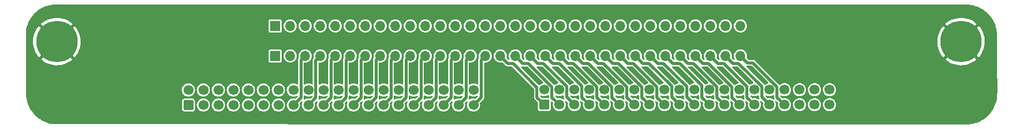
<source format=gbr>
%TF.GenerationSoftware,KiCad,Pcbnew,(6.0.0-0)*%
%TF.CreationDate,2022-08-25T02:05:01-06:00*%
%TF.ProjectId,FlippyAdapter,466c6970-7079-4416-9461-707465722e6b,A*%
%TF.SameCoordinates,Original*%
%TF.FileFunction,Copper,L2,Bot*%
%TF.FilePolarity,Positive*%
%FSLAX46Y46*%
G04 Gerber Fmt 4.6, Leading zero omitted, Abs format (unit mm)*
G04 Created by KiCad (PCBNEW (6.0.0-0)) date 2022-08-25 02:05:01*
%MOMM*%
%LPD*%
G01*
G04 APERTURE LIST*
G04 Aperture macros list*
%AMRoundRect*
0 Rectangle with rounded corners*
0 $1 Rounding radius*
0 $2 $3 $4 $5 $6 $7 $8 $9 X,Y pos of 4 corners*
0 Add a 4 corners polygon primitive as box body*
4,1,4,$2,$3,$4,$5,$6,$7,$8,$9,$2,$3,0*
0 Add four circle primitives for the rounded corners*
1,1,$1+$1,$2,$3*
1,1,$1+$1,$4,$5*
1,1,$1+$1,$6,$7*
1,1,$1+$1,$8,$9*
0 Add four rect primitives between the rounded corners*
20,1,$1+$1,$2,$3,$4,$5,0*
20,1,$1+$1,$4,$5,$6,$7,0*
20,1,$1+$1,$6,$7,$8,$9,0*
20,1,$1+$1,$8,$9,$2,$3,0*%
G04 Aperture macros list end*
%TA.AperFunction,ConnectorPad*%
%ADD10C,7.000000*%
%TD*%
%TA.AperFunction,ComponentPad*%
%ADD11C,3.900000*%
%TD*%
%TA.AperFunction,ComponentPad*%
%ADD12R,1.700000X1.700000*%
%TD*%
%TA.AperFunction,ComponentPad*%
%ADD13O,1.700000X1.700000*%
%TD*%
%TA.AperFunction,ComponentPad*%
%ADD14RoundRect,0.250000X0.600000X-0.600000X0.600000X0.600000X-0.600000X0.600000X-0.600000X-0.600000X0*%
%TD*%
%TA.AperFunction,ComponentPad*%
%ADD15C,1.700000*%
%TD*%
%TA.AperFunction,Conductor*%
%ADD16C,0.500000*%
%TD*%
G04 APERTURE END LIST*
D10*
%TO.P,H1,1,1*%
%TO.N,PIN_GND*%
X226314000Y-73914000D03*
D11*
X226314000Y-73914000D03*
%TD*%
%TO.P,H2,1,1*%
%TO.N,PIN_GND*%
X73279000Y-73914000D03*
D10*
X73279000Y-73914000D03*
%TD*%
D12*
%TO.P,J3,1,Pin_1*%
%TO.N,PIN_LED-*%
X110230000Y-76340000D03*
%TO.P,J3,2,Pin_2*%
X110230000Y-71260000D03*
D13*
%TO.P,J3,3,Pin_3*%
%TO.N,+24V*%
X112770000Y-76340000D03*
%TO.P,J3,4,Pin_4*%
X112770000Y-71260000D03*
%TO.P,J3,5,Pin_5*%
%TO.N,ROW_2_RESET*%
X115310000Y-76340000D03*
%TO.P,J3,6,Pin_6*%
%TO.N,ROW_2_SET*%
X115310000Y-71260000D03*
%TO.P,J3,7,Pin_7*%
%TO.N,ROW_4_RESET*%
X117850000Y-76340000D03*
%TO.P,J3,8,Pin_8*%
%TO.N,ROW_4_SET*%
X117850000Y-71260000D03*
%TO.P,J3,9,Pin_9*%
%TO.N,ROW_6_RESET*%
X120390000Y-76340000D03*
%TO.P,J3,10,Pin_10*%
%TO.N,ROW_6_SET*%
X120390000Y-71260000D03*
%TO.P,J3,11,Pin_11*%
%TO.N,ROW_8_RESET*%
X122930000Y-76340000D03*
%TO.P,J3,12,Pin_12*%
%TO.N,ROW_8_SET*%
X122930000Y-71260000D03*
%TO.P,J3,13,Pin_13*%
%TO.N,ROW_10_RESET*%
X125470000Y-76340000D03*
%TO.P,J3,14,Pin_14*%
%TO.N,ROW_10_SET*%
X125470000Y-71260000D03*
%TO.P,J3,15,Pin_15*%
%TO.N,ROW_12_RESET*%
X128010000Y-76340000D03*
%TO.P,J3,16,Pin_16*%
%TO.N,ROW_12_SET*%
X128010000Y-71260000D03*
%TO.P,J3,17,Pin_17*%
%TO.N,ROW_14_RESET*%
X130550000Y-76340000D03*
%TO.P,J3,18,Pin_18*%
%TO.N,ROW_14_SET*%
X130550000Y-71260000D03*
%TO.P,J3,19,Pin_19*%
%TO.N,ROW_16_RESET*%
X133090000Y-76340000D03*
%TO.P,J3,20,Pin_20*%
%TO.N,ROW_16_SET*%
X133090000Y-71260000D03*
%TO.P,J3,21,Pin_21*%
%TO.N,ROW_15_RESET*%
X135630000Y-76340000D03*
%TO.P,J3,22,Pin_22*%
%TO.N,ROW_15_SET*%
X135630000Y-71260000D03*
%TO.P,J3,23,Pin_23*%
%TO.N,ROW_13_RESET*%
X138170000Y-76340000D03*
%TO.P,J3,24,Pin_24*%
%TO.N,ROW_13_SET*%
X138170000Y-71260000D03*
%TO.P,J3,25,Pin_25*%
%TO.N,ROW_11_RESET*%
X140710000Y-76340000D03*
%TO.P,J3,26,Pin_26*%
%TO.N,ROW_11_SET*%
X140710000Y-71260000D03*
%TO.P,J3,27,Pin_27*%
%TO.N,ROW_9_RESET*%
X143250000Y-76340000D03*
%TO.P,J3,28,Pin_28*%
%TO.N,ROW_9_SET*%
X143250000Y-71260000D03*
%TO.P,J3,29,Pin_29*%
%TO.N,ROW_7_RESET*%
X145790000Y-76340000D03*
%TO.P,J3,30,Pin_30*%
%TO.N,ROW_7_SET*%
X145790000Y-71260000D03*
%TO.P,J3,31,Pin_31*%
%TO.N,ROW_5_RESET*%
X148330000Y-76340000D03*
%TO.P,J3,32,Pin_32*%
%TO.N,ROW_5_SET*%
X148330000Y-71260000D03*
%TO.P,J3,33,Pin_33*%
%TO.N,ROW_3_RESET*%
X150870000Y-76340000D03*
%TO.P,J3,34,Pin_34*%
%TO.N,ROW_3_SET*%
X150870000Y-71260000D03*
%TO.P,J3,35,Pin_35*%
%TO.N,ROW_1_RESET*%
X153410000Y-76340000D03*
%TO.P,J3,36,Pin_36*%
%TO.N,ROW_1_SET*%
X153410000Y-71260000D03*
%TO.P,J3,37,Pin_37*%
%TO.N,COL_2*%
X155950000Y-76340000D03*
%TO.P,J3,38,Pin_38*%
%TO.N,COL_1*%
X155950000Y-71260000D03*
%TO.P,J3,39,Pin_39*%
%TO.N,COL_4*%
X158490000Y-76340000D03*
%TO.P,J3,40,Pin_40*%
%TO.N,COL_3*%
X158490000Y-71260000D03*
%TO.P,J3,41,Pin_41*%
%TO.N,COL_6*%
X161030000Y-76340000D03*
%TO.P,J3,42,Pin_42*%
%TO.N,COL_5*%
X161030000Y-71260000D03*
%TO.P,J3,43,Pin_43*%
%TO.N,COL_8*%
X163570000Y-76340000D03*
%TO.P,J3,44,Pin_44*%
%TO.N,COL_7*%
X163570000Y-71260000D03*
%TO.P,J3,45,Pin_45*%
%TO.N,COL_10*%
X166110000Y-76340000D03*
%TO.P,J3,46,Pin_46*%
%TO.N,COL_9*%
X166110000Y-71260000D03*
%TO.P,J3,47,Pin_47*%
%TO.N,COL_12*%
X168650000Y-76340000D03*
%TO.P,J3,48,Pin_48*%
%TO.N,COL_11*%
X168650000Y-71260000D03*
%TO.P,J3,49,Pin_49*%
%TO.N,COL_14*%
X171190000Y-76340000D03*
%TO.P,J3,50,Pin_50*%
%TO.N,COL_13*%
X171190000Y-71260000D03*
%TO.P,J3,51,Pin_51*%
%TO.N,COL_16*%
X173730000Y-76340000D03*
%TO.P,J3,52,Pin_52*%
%TO.N,COL_15*%
X173730000Y-71260000D03*
%TO.P,J3,53,Pin_53*%
%TO.N,COL_18*%
X176270000Y-76340000D03*
%TO.P,J3,54,Pin_54*%
%TO.N,COL_17*%
X176270000Y-71260000D03*
%TO.P,J3,55,Pin_55*%
%TO.N,COL_20*%
X178810000Y-76340000D03*
%TO.P,J3,56,Pin_56*%
%TO.N,COL_19*%
X178810000Y-71260000D03*
%TO.P,J3,57,Pin_57*%
%TO.N,COL_22*%
X181350000Y-76340000D03*
%TO.P,J3,58,Pin_58*%
%TO.N,COL_21*%
X181350000Y-71260000D03*
%TO.P,J3,59,Pin_59*%
%TO.N,COL_24*%
X183890000Y-76340000D03*
%TO.P,J3,60,Pin_60*%
%TO.N,COL_23*%
X183890000Y-71260000D03*
%TO.P,J3,61,Pin_61*%
%TO.N,COL_26*%
X186430000Y-76340000D03*
%TO.P,J3,62,Pin_62*%
%TO.N,COL_25*%
X186430000Y-71260000D03*
%TO.P,J3,63,Pin_63*%
%TO.N,COL_28*%
X188970000Y-76340000D03*
%TO.P,J3,64,Pin_64*%
%TO.N,COL_27*%
X188970000Y-71260000D03*
%TD*%
D14*
%TO.P,J1,1,Pin_1*%
%TO.N,unconnected-(J1-Pad1)*%
X95545000Y-84652500D03*
D15*
%TO.P,J1,2,Pin_2*%
%TO.N,unconnected-(J1-Pad2)*%
X95545000Y-82112500D03*
%TO.P,J1,3,Pin_3*%
%TO.N,unconnected-(J1-Pad3)*%
X98085000Y-84652500D03*
%TO.P,J1,4,Pin_4*%
%TO.N,unconnected-(J1-Pad4)*%
X98085000Y-82112500D03*
%TO.P,J1,5,Pin_5*%
%TO.N,unconnected-(J1-Pad5)*%
X100625000Y-84652500D03*
%TO.P,J1,6,Pin_6*%
%TO.N,unconnected-(J1-Pad6)*%
X100625000Y-82112500D03*
%TO.P,J1,7,Pin_7*%
%TO.N,PIN_LED-*%
X103165000Y-84652500D03*
%TO.P,J1,8,Pin_8*%
X103165000Y-82112500D03*
%TO.P,J1,9,Pin_9*%
X105705000Y-84652500D03*
%TO.P,J1,10,Pin_10*%
X105705000Y-82112500D03*
%TO.P,J1,11,Pin_11*%
%TO.N,+24V*%
X108245000Y-84652500D03*
%TO.P,J1,12,Pin_12*%
X108245000Y-82112500D03*
%TO.P,J1,13,Pin_13*%
X110785000Y-84652500D03*
%TO.P,J1,14,Pin_14*%
X110785000Y-82112500D03*
%TO.P,J1,15,Pin_15*%
%TO.N,ROW_2_RESET*%
X113325000Y-84652500D03*
%TO.P,J1,16,Pin_16*%
%TO.N,ROW_2_SET*%
X113325000Y-82112500D03*
%TO.P,J1,17,Pin_17*%
%TO.N,ROW_4_RESET*%
X115865000Y-84652500D03*
%TO.P,J1,18,Pin_18*%
%TO.N,ROW_4_SET*%
X115865000Y-82112500D03*
%TO.P,J1,19,Pin_19*%
%TO.N,ROW_6_RESET*%
X118405000Y-84652500D03*
%TO.P,J1,20,Pin_20*%
%TO.N,ROW_6_SET*%
X118405000Y-82112500D03*
%TO.P,J1,21,Pin_21*%
%TO.N,ROW_8_RESET*%
X120945000Y-84652500D03*
%TO.P,J1,22,Pin_22*%
%TO.N,ROW_8_SET*%
X120945000Y-82112500D03*
%TO.P,J1,23,Pin_23*%
%TO.N,ROW_10_RESET*%
X123485000Y-84652500D03*
%TO.P,J1,24,Pin_24*%
%TO.N,ROW_10_SET*%
X123485000Y-82112500D03*
%TO.P,J1,25,Pin_25*%
%TO.N,ROW_12_RESET*%
X126025000Y-84652500D03*
%TO.P,J1,26,Pin_26*%
%TO.N,ROW_12_SET*%
X126025000Y-82112500D03*
%TO.P,J1,27,Pin_27*%
%TO.N,ROW_14_RESET*%
X128565000Y-84652500D03*
%TO.P,J1,28,Pin_28*%
%TO.N,ROW_14_SET*%
X128565000Y-82112500D03*
%TO.P,J1,29,Pin_29*%
%TO.N,ROW_16_RESET*%
X131105000Y-84652500D03*
%TO.P,J1,30,Pin_30*%
%TO.N,ROW_16_SET*%
X131105000Y-82112500D03*
%TO.P,J1,31,Pin_31*%
%TO.N,ROW_15_RESET*%
X133645000Y-84652500D03*
%TO.P,J1,32,Pin_32*%
%TO.N,ROW_15_SET*%
X133645000Y-82112500D03*
%TO.P,J1,33,Pin_33*%
%TO.N,ROW_13_RESET*%
X136185000Y-84652500D03*
%TO.P,J1,34,Pin_34*%
%TO.N,ROW_13_SET*%
X136185000Y-82112500D03*
%TO.P,J1,35,Pin_35*%
%TO.N,ROW_11_RESET*%
X138725000Y-84652500D03*
%TO.P,J1,36,Pin_36*%
%TO.N,ROW_11_SET*%
X138725000Y-82112500D03*
%TO.P,J1,37,Pin_37*%
%TO.N,ROW_9_RESET*%
X141265000Y-84652500D03*
%TO.P,J1,38,Pin_38*%
%TO.N,ROW_9_SET*%
X141265000Y-82112500D03*
%TO.P,J1,39,Pin_39*%
%TO.N,ROW_7_RESET*%
X143805000Y-84652500D03*
%TO.P,J1,40,Pin_40*%
%TO.N,ROW_7_SET*%
X143805000Y-82112500D03*
%TD*%
D14*
%TO.P,J2,1,Pin_1*%
%TO.N,ROW_5_RESET*%
X155800000Y-84600000D03*
D15*
%TO.P,J2,2,Pin_2*%
%TO.N,ROW_5_SET*%
X155800000Y-82060000D03*
%TO.P,J2,3,Pin_3*%
%TO.N,ROW_3_RESET*%
X158340000Y-84600000D03*
%TO.P,J2,4,Pin_4*%
%TO.N,ROW_3_SET*%
X158340000Y-82060000D03*
%TO.P,J2,5,Pin_5*%
%TO.N,ROW_1_RESET*%
X160880000Y-84600000D03*
%TO.P,J2,6,Pin_6*%
%TO.N,ROW_1_SET*%
X160880000Y-82060000D03*
%TO.P,J2,7,Pin_7*%
%TO.N,COL_2*%
X163420000Y-84600000D03*
%TO.P,J2,8,Pin_8*%
%TO.N,COL_1*%
X163420000Y-82060000D03*
%TO.P,J2,9,Pin_9*%
%TO.N,COL_4*%
X165960000Y-84600000D03*
%TO.P,J2,10,Pin_10*%
%TO.N,COL_3*%
X165960000Y-82060000D03*
%TO.P,J2,11,Pin_11*%
%TO.N,COL_6*%
X168500000Y-84600000D03*
%TO.P,J2,12,Pin_12*%
%TO.N,COL_5*%
X168500000Y-82060000D03*
%TO.P,J2,13,Pin_13*%
%TO.N,COL_8*%
X171040000Y-84600000D03*
%TO.P,J2,14,Pin_14*%
%TO.N,COL_7*%
X171040000Y-82060000D03*
%TO.P,J2,15,Pin_15*%
%TO.N,COL_10*%
X173580000Y-84600000D03*
%TO.P,J2,16,Pin_16*%
%TO.N,COL_9*%
X173580000Y-82060000D03*
%TO.P,J2,17,Pin_17*%
%TO.N,COL_12*%
X176120000Y-84600000D03*
%TO.P,J2,18,Pin_18*%
%TO.N,COL_11*%
X176120000Y-82060000D03*
%TO.P,J2,19,Pin_19*%
%TO.N,COL_14*%
X178660000Y-84600000D03*
%TO.P,J2,20,Pin_20*%
%TO.N,COL_13*%
X178660000Y-82060000D03*
%TO.P,J2,21,Pin_21*%
%TO.N,COL_16*%
X181200000Y-84600000D03*
%TO.P,J2,22,Pin_22*%
%TO.N,COL_15*%
X181200000Y-82060000D03*
%TO.P,J2,23,Pin_23*%
%TO.N,COL_18*%
X183740000Y-84600000D03*
%TO.P,J2,24,Pin_24*%
%TO.N,COL_17*%
X183740000Y-82060000D03*
%TO.P,J2,25,Pin_25*%
%TO.N,COL_20*%
X186280000Y-84600000D03*
%TO.P,J2,26,Pin_26*%
%TO.N,COL_19*%
X186280000Y-82060000D03*
%TO.P,J2,27,Pin_27*%
%TO.N,COL_22*%
X188820000Y-84600000D03*
%TO.P,J2,28,Pin_28*%
%TO.N,COL_21*%
X188820000Y-82060000D03*
%TO.P,J2,29,Pin_29*%
%TO.N,COL_24*%
X191360000Y-84600000D03*
%TO.P,J2,30,Pin_30*%
%TO.N,COL_23*%
X191360000Y-82060000D03*
%TO.P,J2,31,Pin_31*%
%TO.N,COL_26*%
X193900000Y-84600000D03*
%TO.P,J2,32,Pin_32*%
%TO.N,COL_25*%
X193900000Y-82060000D03*
%TO.P,J2,33,Pin_33*%
%TO.N,COL_28*%
X196440000Y-84600000D03*
%TO.P,J2,34,Pin_34*%
%TO.N,COL_27*%
X196440000Y-82060000D03*
%TO.P,J2,35,Pin_35*%
%TO.N,unconnected-(J2-Pad35)*%
X198980000Y-84600000D03*
%TO.P,J2,36,Pin_36*%
%TO.N,unconnected-(J2-Pad36)*%
X198980000Y-82060000D03*
%TO.P,J2,37,Pin_37*%
%TO.N,unconnected-(J2-Pad37)*%
X201520000Y-84600000D03*
%TO.P,J2,38,Pin_38*%
%TO.N,unconnected-(J2-Pad38)*%
X201520000Y-82060000D03*
%TO.P,J2,39,Pin_39*%
%TO.N,unconnected-(J2-Pad39)*%
X204060000Y-84600000D03*
%TO.P,J2,40,Pin_40*%
%TO.N,unconnected-(J2-Pad40)*%
X204060000Y-82060000D03*
%TD*%
D16*
%TO.N,COL_2*%
X157210000Y-77600000D02*
X155950000Y-76340000D01*
X162170489Y-83350489D02*
X162170489Y-81470489D01*
X158300000Y-77600000D02*
X157210000Y-77600000D01*
X163420000Y-84600000D02*
X162170489Y-83350489D01*
X162170489Y-81470489D02*
X158300000Y-77600000D01*
%TO.N,ROW_1_RESET*%
X160880000Y-84600000D02*
X159589511Y-83309511D01*
X154659511Y-77589511D02*
X153410000Y-76340000D01*
X155636587Y-77589511D02*
X154659511Y-77589511D01*
X159589511Y-83309511D02*
X159589511Y-81542435D01*
X159589511Y-81542435D02*
X155636587Y-77589511D01*
%TO.N,COL_4*%
X164710489Y-81583413D02*
X160716587Y-77589511D01*
X160716587Y-77589511D02*
X159739511Y-77589511D01*
X164710489Y-83350489D02*
X164710489Y-81583413D01*
X165960000Y-84600000D02*
X164710489Y-83350489D01*
X159739511Y-77589511D02*
X158490000Y-76340000D01*
%TO.N,ROW_2_RESET*%
X114589511Y-77060489D02*
X115310000Y-76340000D01*
X113340000Y-84652500D02*
X114589511Y-83402989D01*
X114589511Y-83402989D02*
X114589511Y-77060489D01*
%TO.N,COL_6*%
X167250489Y-81583413D02*
X163267076Y-77600000D01*
X163267076Y-77600000D02*
X162290000Y-77600000D01*
X168500000Y-84600000D02*
X167250489Y-83350489D01*
X162290000Y-77600000D02*
X161030000Y-76340000D01*
X167250489Y-83350489D02*
X167250489Y-81583413D01*
%TO.N,ROW_3_RESET*%
X157090489Y-83350489D02*
X157090489Y-81583413D01*
X158340000Y-84600000D02*
X157090489Y-83350489D01*
X157090489Y-81583413D02*
X153107076Y-77600000D01*
X152130000Y-77600000D02*
X150870000Y-76340000D01*
X153107076Y-77600000D02*
X152130000Y-77600000D01*
%TO.N,COL_8*%
X169790489Y-81583413D02*
X165796587Y-77589511D01*
X169790489Y-83350489D02*
X169790489Y-81583413D01*
X164819511Y-77589511D02*
X163570000Y-76340000D01*
X165796587Y-77589511D02*
X164819511Y-77589511D01*
X171040000Y-84600000D02*
X169790489Y-83350489D01*
%TO.N,ROW_4_RESET*%
X115880000Y-84652500D02*
X117114511Y-83417989D01*
X117114511Y-83417989D02*
X117114511Y-77075489D01*
X117114511Y-77075489D02*
X117850000Y-76340000D01*
%TO.N,COL_10*%
X172330489Y-83350489D02*
X172330489Y-81583413D01*
X167370000Y-77600000D02*
X166110000Y-76340000D01*
X173580000Y-84600000D02*
X172330489Y-83350489D01*
X168347076Y-77600000D02*
X167370000Y-77600000D01*
X172330489Y-81583413D02*
X168347076Y-77600000D01*
%TO.N,ROW_5_RESET*%
X154550489Y-83350489D02*
X154550489Y-81650489D01*
X149579511Y-77589511D02*
X148330000Y-76340000D01*
X150489511Y-77589511D02*
X149579511Y-77589511D01*
X154550489Y-81650489D02*
X150489511Y-77589511D01*
X155800000Y-84600000D02*
X154550489Y-83350489D01*
%TO.N,COL_12*%
X176120000Y-84600000D02*
X174870489Y-83350489D01*
X174870489Y-81583413D02*
X170876587Y-77589511D01*
X174870489Y-83350489D02*
X174870489Y-81583413D01*
X170876587Y-77589511D02*
X169899511Y-77589511D01*
X169899511Y-77589511D02*
X168650000Y-76340000D01*
%TO.N,ROW_6_RESET*%
X118420000Y-84652500D02*
X119669511Y-83402989D01*
X119669511Y-83402989D02*
X119669511Y-77060489D01*
X119669511Y-77060489D02*
X120390000Y-76340000D01*
%TO.N,COL_14*%
X177369511Y-81469511D02*
X173489511Y-77589511D01*
X178660000Y-84600000D02*
X177369511Y-83309511D01*
X177369511Y-83309511D02*
X177369511Y-81469511D01*
X172439511Y-77589511D02*
X171190000Y-76340000D01*
X173489511Y-77589511D02*
X172439511Y-77589511D01*
%TO.N,ROW_7_RESET*%
X143820000Y-84652500D02*
X145100000Y-83372500D01*
X145100000Y-83372500D02*
X145100000Y-77030000D01*
X145100000Y-77030000D02*
X145790000Y-76340000D01*
%TO.N,COL_16*%
X174990000Y-77600000D02*
X173730000Y-76340000D01*
X181200000Y-84600000D02*
X179909511Y-83309511D01*
X175967076Y-77600000D02*
X174990000Y-77600000D01*
X179909511Y-81542435D02*
X175967076Y-77600000D01*
X179909511Y-83309511D02*
X179909511Y-81542435D01*
%TO.N,ROW_8_RESET*%
X122209511Y-77060489D02*
X122930000Y-76340000D01*
X120960000Y-84652500D02*
X122209511Y-83402989D01*
X122209511Y-83402989D02*
X122209511Y-77060489D01*
%TO.N,COL_18*%
X177530000Y-77600000D02*
X176270000Y-76340000D01*
X183740000Y-84600000D02*
X182490489Y-83350489D01*
X178700000Y-77600000D02*
X177530000Y-77600000D01*
X182490489Y-81390489D02*
X178700000Y-77600000D01*
X182490489Y-83350489D02*
X182490489Y-81390489D01*
%TO.N,ROW_9_RESET*%
X141280000Y-84652500D02*
X142529511Y-83402989D01*
X142529511Y-83402989D02*
X142529511Y-77060489D01*
X142529511Y-77060489D02*
X143250000Y-76340000D01*
%TO.N,COL_20*%
X180059511Y-77589511D02*
X178810000Y-76340000D01*
X181036587Y-77589511D02*
X180059511Y-77589511D01*
X185030489Y-81583413D02*
X181036587Y-77589511D01*
X185030489Y-83350489D02*
X185030489Y-81583413D01*
X186280000Y-84600000D02*
X185030489Y-83350489D01*
%TO.N,ROW_10_RESET*%
X124749511Y-77060489D02*
X125470000Y-76340000D01*
X124749511Y-83402989D02*
X124749511Y-77060489D01*
X123500000Y-84652500D02*
X124749511Y-83402989D01*
%TO.N,COL_22*%
X183587076Y-77600000D02*
X182610000Y-77600000D01*
X187570489Y-83350489D02*
X187570489Y-81583413D01*
X182610000Y-77600000D02*
X181350000Y-76340000D01*
X188820000Y-84600000D02*
X187570489Y-83350489D01*
X187570489Y-81583413D02*
X183587076Y-77600000D01*
%TO.N,ROW_11_RESET*%
X138740000Y-84652500D02*
X139989511Y-83402989D01*
X139989511Y-77060489D02*
X140710000Y-76340000D01*
X139989511Y-83402989D02*
X139989511Y-77060489D01*
%TO.N,COL_24*%
X190110489Y-83350489D02*
X190110489Y-81510489D01*
X190110489Y-81510489D02*
X186189511Y-77589511D01*
X186189511Y-77589511D02*
X185139511Y-77589511D01*
X191360000Y-84600000D02*
X190110489Y-83350489D01*
X185139511Y-77589511D02*
X183890000Y-76340000D01*
%TO.N,ROW_12_RESET*%
X126040000Y-84652500D02*
X127289511Y-83402989D01*
X127289511Y-77060489D02*
X128010000Y-76340000D01*
X127289511Y-83402989D02*
X127289511Y-77060489D01*
%TO.N,COL_26*%
X192609511Y-81542435D02*
X188656587Y-77589511D01*
X188656587Y-77589511D02*
X187679511Y-77589511D01*
X193900000Y-84600000D02*
X192609511Y-83309511D01*
X187679511Y-77589511D02*
X186430000Y-76340000D01*
X192609511Y-83309511D02*
X192609511Y-81542435D01*
%TO.N,ROW_13_RESET*%
X136200000Y-84652500D02*
X137449511Y-83402989D01*
X137449511Y-77060489D02*
X138170000Y-76340000D01*
X137449511Y-83402989D02*
X137449511Y-77060489D01*
%TO.N,COL_28*%
X195190489Y-81583413D02*
X191107076Y-77500000D01*
X195190489Y-83350489D02*
X195190489Y-81583413D01*
X196440000Y-84600000D02*
X195190489Y-83350489D01*
X190130000Y-77500000D02*
X188970000Y-76340000D01*
X191107076Y-77500000D02*
X190130000Y-77500000D01*
%TO.N,ROW_14_RESET*%
X129829511Y-77060489D02*
X130550000Y-76340000D01*
X128580000Y-84652500D02*
X129829511Y-83402989D01*
X129829511Y-83402989D02*
X129829511Y-77060489D01*
%TO.N,ROW_16_RESET*%
X131120000Y-84652500D02*
X132369511Y-83402989D01*
X132369511Y-83402989D02*
X132369511Y-77060489D01*
X132369511Y-77060489D02*
X133090000Y-76340000D01*
%TO.N,ROW_15_RESET*%
X133660000Y-84652500D02*
X134909511Y-83402989D01*
X134909511Y-77060489D02*
X135630000Y-76340000D01*
X134909511Y-83402989D02*
X134909511Y-77060489D01*
%TD*%
%TA.AperFunction,Conductor*%
%TO.N,PIN_GND*%
G36*
X148463826Y-67635866D02*
G01*
X227162559Y-67653991D01*
X227187114Y-67656413D01*
X227187828Y-67656555D01*
X227187830Y-67656555D01*
X227200000Y-67658976D01*
X227212173Y-67656555D01*
X227221876Y-67656555D01*
X227235741Y-67655479D01*
X227624785Y-67671570D01*
X227635163Y-67672430D01*
X227895507Y-67704882D01*
X228051875Y-67724373D01*
X228062140Y-67726085D01*
X228171279Y-67748969D01*
X228473138Y-67812263D01*
X228483233Y-67814819D01*
X228679007Y-67873103D01*
X228885719Y-67934644D01*
X228895550Y-67938019D01*
X229286786Y-68090679D01*
X229296311Y-68094857D01*
X229673570Y-68279288D01*
X229682729Y-68284244D01*
X230043484Y-68499208D01*
X230052201Y-68504904D01*
X230393969Y-68748920D01*
X230402179Y-68755310D01*
X230444813Y-68791419D01*
X230722632Y-69026721D01*
X230730293Y-69033774D01*
X231027226Y-69330707D01*
X231034279Y-69338368D01*
X231305690Y-69658821D01*
X231312080Y-69667031D01*
X231556096Y-70008799D01*
X231561792Y-70017516D01*
X231730342Y-70300378D01*
X231763795Y-70356519D01*
X231776756Y-70378271D01*
X231781710Y-70387427D01*
X231956406Y-70744771D01*
X231966140Y-70764683D01*
X231970321Y-70774214D01*
X232110968Y-71134660D01*
X232122978Y-71165440D01*
X232126356Y-71175281D01*
X232185960Y-71375487D01*
X232246181Y-71577767D01*
X232248737Y-71587862D01*
X232295183Y-71809371D01*
X232327621Y-71964073D01*
X232334914Y-71998857D01*
X232336627Y-72009125D01*
X232341477Y-72048031D01*
X232388570Y-72425837D01*
X232389430Y-72436215D01*
X232405521Y-72825259D01*
X232404445Y-72839124D01*
X232404445Y-72848827D01*
X232402024Y-72861000D01*
X232404445Y-72873171D01*
X232404725Y-72874579D01*
X232407144Y-72898666D01*
X232425344Y-77569190D01*
X232445310Y-82692718D01*
X232445343Y-82701308D01*
X232442935Y-82726258D01*
X232442935Y-82726318D01*
X232440514Y-82738490D01*
X232442935Y-82750663D01*
X232442935Y-82760366D01*
X232444011Y-82774231D01*
X232427920Y-83163275D01*
X232427060Y-83173653D01*
X232400925Y-83383323D01*
X232377833Y-83568583D01*
X232375118Y-83590361D01*
X232373405Y-83600630D01*
X232362156Y-83654276D01*
X232287227Y-84011628D01*
X232284671Y-84021723D01*
X232229201Y-84208046D01*
X232167183Y-84416361D01*
X232164849Y-84424200D01*
X232161471Y-84434040D01*
X232019316Y-84798356D01*
X232008814Y-84825270D01*
X232004633Y-84834801D01*
X231850849Y-85149371D01*
X231820202Y-85212060D01*
X231815246Y-85221219D01*
X231600282Y-85581974D01*
X231594586Y-85590691D01*
X231350570Y-85932459D01*
X231344180Y-85940669D01*
X231209001Y-86100274D01*
X231072769Y-86261122D01*
X231065716Y-86268783D01*
X230768783Y-86565716D01*
X230761122Y-86572769D01*
X230440669Y-86844180D01*
X230432459Y-86850570D01*
X230090691Y-87094586D01*
X230081974Y-87100282D01*
X229721219Y-87315246D01*
X229712063Y-87320200D01*
X229334801Y-87504633D01*
X229325276Y-87508811D01*
X228934040Y-87661471D01*
X228924209Y-87664846D01*
X228717497Y-87726387D01*
X228521723Y-87784671D01*
X228511628Y-87787227D01*
X228271795Y-87837515D01*
X228100630Y-87873405D01*
X228090365Y-87875117D01*
X227962802Y-87891018D01*
X227673653Y-87927060D01*
X227663275Y-87927920D01*
X227274231Y-87944011D01*
X227260366Y-87942935D01*
X227250661Y-87942935D01*
X227238490Y-87940514D01*
X227226322Y-87942934D01*
X227226319Y-87942934D01*
X227225682Y-87943061D01*
X227201076Y-87945481D01*
X151981220Y-87928142D01*
X73317686Y-87910010D01*
X73293131Y-87907588D01*
X73292417Y-87907446D01*
X73292415Y-87907446D01*
X73280245Y-87905025D01*
X73268074Y-87907446D01*
X73258163Y-87907446D01*
X73244515Y-87908501D01*
X72849072Y-87891903D01*
X72838542Y-87891018D01*
X72674468Y-87870261D01*
X72415626Y-87837514D01*
X72405223Y-87835752D01*
X71988278Y-87746995D01*
X71978054Y-87744365D01*
X71710162Y-87663360D01*
X71570019Y-87620983D01*
X71560040Y-87617502D01*
X71163793Y-87460366D01*
X71154142Y-87456062D01*
X70772457Y-87266275D01*
X70763199Y-87261177D01*
X70398757Y-87040069D01*
X70389960Y-87034214D01*
X70045314Y-86783334D01*
X70037039Y-86776761D01*
X69714656Y-86497906D01*
X69706960Y-86490664D01*
X69409061Y-86185757D01*
X69401999Y-86177894D01*
X69130697Y-85849093D01*
X69124319Y-85840667D01*
X68881536Y-85490305D01*
X68875886Y-85481374D01*
X68783267Y-85320389D01*
X68771684Y-85300256D01*
X94440500Y-85300256D01*
X94440869Y-85303652D01*
X94440869Y-85303653D01*
X94444280Y-85335047D01*
X94447202Y-85361948D01*
X94449974Y-85369341D01*
X94449974Y-85369343D01*
X94452816Y-85376924D01*
X94497929Y-85497264D01*
X94503309Y-85504443D01*
X94503311Y-85504446D01*
X94561415Y-85581974D01*
X94584596Y-85612904D01*
X94591776Y-85618285D01*
X94693054Y-85694189D01*
X94693057Y-85694191D01*
X94700236Y-85699571D01*
X94773065Y-85726873D01*
X94828157Y-85747526D01*
X94828159Y-85747526D01*
X94835552Y-85750298D01*
X94843402Y-85751151D01*
X94843403Y-85751151D01*
X94893847Y-85756631D01*
X94897244Y-85757000D01*
X96192756Y-85757000D01*
X96196153Y-85756631D01*
X96246597Y-85751151D01*
X96246598Y-85751151D01*
X96254448Y-85750298D01*
X96261841Y-85747526D01*
X96261843Y-85747526D01*
X96316935Y-85726873D01*
X96389764Y-85699571D01*
X96396943Y-85694191D01*
X96396946Y-85694189D01*
X96498224Y-85618285D01*
X96505404Y-85612904D01*
X96528585Y-85581974D01*
X96586689Y-85504446D01*
X96586691Y-85504443D01*
X96592071Y-85497264D01*
X96637184Y-85376924D01*
X96640026Y-85369343D01*
X96640026Y-85369341D01*
X96642798Y-85361948D01*
X96645721Y-85335047D01*
X96649131Y-85303653D01*
X96649131Y-85303652D01*
X96649500Y-85300256D01*
X96649500Y-84623464D01*
X96976148Y-84623464D01*
X96989424Y-84826022D01*
X96990845Y-84831618D01*
X96990846Y-84831623D01*
X97027390Y-84975512D01*
X97039392Y-85022769D01*
X97041809Y-85028012D01*
X97078362Y-85107301D01*
X97124377Y-85207116D01*
X97127710Y-85211832D01*
X97233801Y-85361948D01*
X97241533Y-85372889D01*
X97386938Y-85514535D01*
X97555720Y-85627312D01*
X97561023Y-85629590D01*
X97561026Y-85629592D01*
X97734521Y-85704131D01*
X97742228Y-85707442D01*
X97815244Y-85723964D01*
X97934579Y-85750967D01*
X97934584Y-85750968D01*
X97940216Y-85752242D01*
X97945987Y-85752469D01*
X97945989Y-85752469D01*
X98005756Y-85754817D01*
X98143053Y-85760212D01*
X98243499Y-85745648D01*
X98338231Y-85731913D01*
X98338236Y-85731912D01*
X98343945Y-85731084D01*
X98349409Y-85729229D01*
X98349414Y-85729228D01*
X98530693Y-85667692D01*
X98530698Y-85667690D01*
X98536165Y-85665834D01*
X98553338Y-85656217D01*
X98677917Y-85586449D01*
X98713276Y-85566647D01*
X98720783Y-85560404D01*
X98864913Y-85440531D01*
X98869345Y-85436845D01*
X98966201Y-85320389D01*
X98995453Y-85285218D01*
X98995455Y-85285215D01*
X98999147Y-85280776D01*
X99098334Y-85103665D01*
X99100190Y-85098198D01*
X99100192Y-85098193D01*
X99161728Y-84916914D01*
X99161729Y-84916909D01*
X99163584Y-84911445D01*
X99164412Y-84905736D01*
X99164413Y-84905731D01*
X99192179Y-84714227D01*
X99192712Y-84710553D01*
X99194232Y-84652500D01*
X99191564Y-84623464D01*
X99516148Y-84623464D01*
X99529424Y-84826022D01*
X99530845Y-84831618D01*
X99530846Y-84831623D01*
X99567390Y-84975512D01*
X99579392Y-85022769D01*
X99581809Y-85028012D01*
X99618362Y-85107301D01*
X99664377Y-85207116D01*
X99667710Y-85211832D01*
X99773801Y-85361948D01*
X99781533Y-85372889D01*
X99926938Y-85514535D01*
X100095720Y-85627312D01*
X100101023Y-85629590D01*
X100101026Y-85629592D01*
X100274521Y-85704131D01*
X100282228Y-85707442D01*
X100355244Y-85723964D01*
X100474579Y-85750967D01*
X100474584Y-85750968D01*
X100480216Y-85752242D01*
X100485987Y-85752469D01*
X100485989Y-85752469D01*
X100545756Y-85754817D01*
X100683053Y-85760212D01*
X100783499Y-85745648D01*
X100878231Y-85731913D01*
X100878236Y-85731912D01*
X100883945Y-85731084D01*
X100889409Y-85729229D01*
X100889414Y-85729228D01*
X101070693Y-85667692D01*
X101070698Y-85667690D01*
X101076165Y-85665834D01*
X101093338Y-85656217D01*
X101217917Y-85586449D01*
X101253276Y-85566647D01*
X101260783Y-85560404D01*
X101404913Y-85440531D01*
X101409345Y-85436845D01*
X101506201Y-85320389D01*
X101535453Y-85285218D01*
X101535455Y-85285215D01*
X101539147Y-85280776D01*
X101638334Y-85103665D01*
X101640190Y-85098198D01*
X101640192Y-85098193D01*
X101701728Y-84916914D01*
X101701729Y-84916909D01*
X101703584Y-84911445D01*
X101704412Y-84905736D01*
X101704413Y-84905731D01*
X101732179Y-84714227D01*
X101732712Y-84710553D01*
X101734232Y-84652500D01*
X101731564Y-84623464D01*
X102056148Y-84623464D01*
X102069424Y-84826022D01*
X102070845Y-84831618D01*
X102070846Y-84831623D01*
X102107390Y-84975512D01*
X102119392Y-85022769D01*
X102121809Y-85028012D01*
X102158362Y-85107301D01*
X102204377Y-85207116D01*
X102207710Y-85211832D01*
X102313801Y-85361948D01*
X102321533Y-85372889D01*
X102466938Y-85514535D01*
X102635720Y-85627312D01*
X102641023Y-85629590D01*
X102641026Y-85629592D01*
X102814521Y-85704131D01*
X102822228Y-85707442D01*
X102895244Y-85723964D01*
X103014579Y-85750967D01*
X103014584Y-85750968D01*
X103020216Y-85752242D01*
X103025987Y-85752469D01*
X103025989Y-85752469D01*
X103085756Y-85754817D01*
X103223053Y-85760212D01*
X103323499Y-85745648D01*
X103418231Y-85731913D01*
X103418236Y-85731912D01*
X103423945Y-85731084D01*
X103429409Y-85729229D01*
X103429414Y-85729228D01*
X103610693Y-85667692D01*
X103610698Y-85667690D01*
X103616165Y-85665834D01*
X103633338Y-85656217D01*
X103757917Y-85586449D01*
X103793276Y-85566647D01*
X103800783Y-85560404D01*
X103944913Y-85440531D01*
X103949345Y-85436845D01*
X104046201Y-85320389D01*
X104075453Y-85285218D01*
X104075455Y-85285215D01*
X104079147Y-85280776D01*
X104178334Y-85103665D01*
X104180190Y-85098198D01*
X104180192Y-85098193D01*
X104241728Y-84916914D01*
X104241729Y-84916909D01*
X104243584Y-84911445D01*
X104244412Y-84905736D01*
X104244413Y-84905731D01*
X104272179Y-84714227D01*
X104272712Y-84710553D01*
X104274232Y-84652500D01*
X104271564Y-84623464D01*
X104596148Y-84623464D01*
X104609424Y-84826022D01*
X104610845Y-84831618D01*
X104610846Y-84831623D01*
X104647390Y-84975512D01*
X104659392Y-85022769D01*
X104661809Y-85028012D01*
X104698362Y-85107301D01*
X104744377Y-85207116D01*
X104747710Y-85211832D01*
X104853801Y-85361948D01*
X104861533Y-85372889D01*
X105006938Y-85514535D01*
X105175720Y-85627312D01*
X105181023Y-85629590D01*
X105181026Y-85629592D01*
X105354521Y-85704131D01*
X105362228Y-85707442D01*
X105435244Y-85723964D01*
X105554579Y-85750967D01*
X105554584Y-85750968D01*
X105560216Y-85752242D01*
X105565987Y-85752469D01*
X105565989Y-85752469D01*
X105625756Y-85754817D01*
X105763053Y-85760212D01*
X105863499Y-85745648D01*
X105958231Y-85731913D01*
X105958236Y-85731912D01*
X105963945Y-85731084D01*
X105969409Y-85729229D01*
X105969414Y-85729228D01*
X106150693Y-85667692D01*
X106150698Y-85667690D01*
X106156165Y-85665834D01*
X106173338Y-85656217D01*
X106297917Y-85586449D01*
X106333276Y-85566647D01*
X106340783Y-85560404D01*
X106484913Y-85440531D01*
X106489345Y-85436845D01*
X106586201Y-85320389D01*
X106615453Y-85285218D01*
X106615455Y-85285215D01*
X106619147Y-85280776D01*
X106718334Y-85103665D01*
X106720190Y-85098198D01*
X106720192Y-85098193D01*
X106781728Y-84916914D01*
X106781729Y-84916909D01*
X106783584Y-84911445D01*
X106784412Y-84905736D01*
X106784413Y-84905731D01*
X106812179Y-84714227D01*
X106812712Y-84710553D01*
X106814232Y-84652500D01*
X106811564Y-84623464D01*
X107136148Y-84623464D01*
X107149424Y-84826022D01*
X107150845Y-84831618D01*
X107150846Y-84831623D01*
X107187390Y-84975512D01*
X107199392Y-85022769D01*
X107201809Y-85028012D01*
X107238362Y-85107301D01*
X107284377Y-85207116D01*
X107287710Y-85211832D01*
X107393801Y-85361948D01*
X107401533Y-85372889D01*
X107546938Y-85514535D01*
X107715720Y-85627312D01*
X107721023Y-85629590D01*
X107721026Y-85629592D01*
X107894521Y-85704131D01*
X107902228Y-85707442D01*
X107975244Y-85723964D01*
X108094579Y-85750967D01*
X108094584Y-85750968D01*
X108100216Y-85752242D01*
X108105987Y-85752469D01*
X108105989Y-85752469D01*
X108165756Y-85754817D01*
X108303053Y-85760212D01*
X108403499Y-85745648D01*
X108498231Y-85731913D01*
X108498236Y-85731912D01*
X108503945Y-85731084D01*
X108509409Y-85729229D01*
X108509414Y-85729228D01*
X108690693Y-85667692D01*
X108690698Y-85667690D01*
X108696165Y-85665834D01*
X108713338Y-85656217D01*
X108837917Y-85586449D01*
X108873276Y-85566647D01*
X108880783Y-85560404D01*
X109024913Y-85440531D01*
X109029345Y-85436845D01*
X109126201Y-85320389D01*
X109155453Y-85285218D01*
X109155455Y-85285215D01*
X109159147Y-85280776D01*
X109258334Y-85103665D01*
X109260190Y-85098198D01*
X109260192Y-85098193D01*
X109321728Y-84916914D01*
X109321729Y-84916909D01*
X109323584Y-84911445D01*
X109324412Y-84905736D01*
X109324413Y-84905731D01*
X109352179Y-84714227D01*
X109352712Y-84710553D01*
X109354232Y-84652500D01*
X109351564Y-84623464D01*
X109676148Y-84623464D01*
X109689424Y-84826022D01*
X109690845Y-84831618D01*
X109690846Y-84831623D01*
X109727390Y-84975512D01*
X109739392Y-85022769D01*
X109741809Y-85028012D01*
X109778362Y-85107301D01*
X109824377Y-85207116D01*
X109827710Y-85211832D01*
X109933801Y-85361948D01*
X109941533Y-85372889D01*
X110086938Y-85514535D01*
X110255720Y-85627312D01*
X110261023Y-85629590D01*
X110261026Y-85629592D01*
X110434521Y-85704131D01*
X110442228Y-85707442D01*
X110515244Y-85723964D01*
X110634579Y-85750967D01*
X110634584Y-85750968D01*
X110640216Y-85752242D01*
X110645987Y-85752469D01*
X110645989Y-85752469D01*
X110705756Y-85754817D01*
X110843053Y-85760212D01*
X110943499Y-85745648D01*
X111038231Y-85731913D01*
X111038236Y-85731912D01*
X111043945Y-85731084D01*
X111049409Y-85729229D01*
X111049414Y-85729228D01*
X111230693Y-85667692D01*
X111230698Y-85667690D01*
X111236165Y-85665834D01*
X111253338Y-85656217D01*
X111377917Y-85586449D01*
X111413276Y-85566647D01*
X111420783Y-85560404D01*
X111564913Y-85440531D01*
X111569345Y-85436845D01*
X111666201Y-85320389D01*
X111695453Y-85285218D01*
X111695455Y-85285215D01*
X111699147Y-85280776D01*
X111798334Y-85103665D01*
X111800190Y-85098198D01*
X111800192Y-85098193D01*
X111861728Y-84916914D01*
X111861729Y-84916909D01*
X111863584Y-84911445D01*
X111864412Y-84905736D01*
X111864413Y-84905731D01*
X111892179Y-84714227D01*
X111892712Y-84710553D01*
X111894232Y-84652500D01*
X111891564Y-84623464D01*
X112216148Y-84623464D01*
X112229424Y-84826022D01*
X112230845Y-84831618D01*
X112230846Y-84831623D01*
X112267390Y-84975512D01*
X112279392Y-85022769D01*
X112281809Y-85028012D01*
X112318362Y-85107301D01*
X112364377Y-85207116D01*
X112367710Y-85211832D01*
X112473801Y-85361948D01*
X112481533Y-85372889D01*
X112626938Y-85514535D01*
X112795720Y-85627312D01*
X112801023Y-85629590D01*
X112801026Y-85629592D01*
X112974521Y-85704131D01*
X112982228Y-85707442D01*
X113055244Y-85723964D01*
X113174579Y-85750967D01*
X113174584Y-85750968D01*
X113180216Y-85752242D01*
X113185987Y-85752469D01*
X113185989Y-85752469D01*
X113245756Y-85754817D01*
X113383053Y-85760212D01*
X113483499Y-85745648D01*
X113578231Y-85731913D01*
X113578236Y-85731912D01*
X113583945Y-85731084D01*
X113589409Y-85729229D01*
X113589414Y-85729228D01*
X113770693Y-85667692D01*
X113770698Y-85667690D01*
X113776165Y-85665834D01*
X113793338Y-85656217D01*
X113917917Y-85586449D01*
X113953276Y-85566647D01*
X113960783Y-85560404D01*
X114104913Y-85440531D01*
X114109345Y-85436845D01*
X114206201Y-85320389D01*
X114235453Y-85285218D01*
X114235455Y-85285215D01*
X114239147Y-85280776D01*
X114338334Y-85103665D01*
X114340190Y-85098198D01*
X114340192Y-85098193D01*
X114401728Y-84916914D01*
X114401729Y-84916909D01*
X114403584Y-84911445D01*
X114404412Y-84905736D01*
X114404413Y-84905731D01*
X114432179Y-84714227D01*
X114432712Y-84710553D01*
X114434232Y-84652500D01*
X114415658Y-84450359D01*
X114414089Y-84444795D01*
X114400496Y-84396597D01*
X114401256Y-84325605D01*
X114432670Y-84273301D01*
X114655012Y-84050959D01*
X114717324Y-84016933D01*
X114788139Y-84021998D01*
X114844975Y-84064545D01*
X114869786Y-84131065D01*
X114855615Y-84198722D01*
X114840203Y-84228015D01*
X114780007Y-84421878D01*
X114756148Y-84623464D01*
X114769424Y-84826022D01*
X114770845Y-84831618D01*
X114770846Y-84831623D01*
X114807390Y-84975512D01*
X114819392Y-85022769D01*
X114821809Y-85028012D01*
X114858362Y-85107301D01*
X114904377Y-85207116D01*
X114907710Y-85211832D01*
X115013801Y-85361948D01*
X115021533Y-85372889D01*
X115166938Y-85514535D01*
X115335720Y-85627312D01*
X115341023Y-85629590D01*
X115341026Y-85629592D01*
X115514521Y-85704131D01*
X115522228Y-85707442D01*
X115595244Y-85723964D01*
X115714579Y-85750967D01*
X115714584Y-85750968D01*
X115720216Y-85752242D01*
X115725987Y-85752469D01*
X115725989Y-85752469D01*
X115785756Y-85754817D01*
X115923053Y-85760212D01*
X116023499Y-85745648D01*
X116118231Y-85731913D01*
X116118236Y-85731912D01*
X116123945Y-85731084D01*
X116129409Y-85729229D01*
X116129414Y-85729228D01*
X116310693Y-85667692D01*
X116310698Y-85667690D01*
X116316165Y-85665834D01*
X116333338Y-85656217D01*
X116457917Y-85586449D01*
X116493276Y-85566647D01*
X116500783Y-85560404D01*
X116644913Y-85440531D01*
X116649345Y-85436845D01*
X116746201Y-85320389D01*
X116775453Y-85285218D01*
X116775455Y-85285215D01*
X116779147Y-85280776D01*
X116878334Y-85103665D01*
X116880190Y-85098198D01*
X116880192Y-85098193D01*
X116941728Y-84916914D01*
X116941729Y-84916909D01*
X116943584Y-84911445D01*
X116944412Y-84905736D01*
X116944413Y-84905731D01*
X116972179Y-84714227D01*
X116972712Y-84710553D01*
X116974232Y-84652500D01*
X116955658Y-84450359D01*
X116954089Y-84444795D01*
X116940496Y-84396597D01*
X116941256Y-84325605D01*
X116972670Y-84273301D01*
X117195012Y-84050959D01*
X117257324Y-84016933D01*
X117328139Y-84021998D01*
X117384975Y-84064545D01*
X117409786Y-84131065D01*
X117395615Y-84198722D01*
X117380203Y-84228015D01*
X117320007Y-84421878D01*
X117296148Y-84623464D01*
X117309424Y-84826022D01*
X117310845Y-84831618D01*
X117310846Y-84831623D01*
X117347390Y-84975512D01*
X117359392Y-85022769D01*
X117361809Y-85028012D01*
X117398362Y-85107301D01*
X117444377Y-85207116D01*
X117447710Y-85211832D01*
X117553801Y-85361948D01*
X117561533Y-85372889D01*
X117706938Y-85514535D01*
X117875720Y-85627312D01*
X117881023Y-85629590D01*
X117881026Y-85629592D01*
X118054521Y-85704131D01*
X118062228Y-85707442D01*
X118135244Y-85723964D01*
X118254579Y-85750967D01*
X118254584Y-85750968D01*
X118260216Y-85752242D01*
X118265987Y-85752469D01*
X118265989Y-85752469D01*
X118325756Y-85754817D01*
X118463053Y-85760212D01*
X118563499Y-85745648D01*
X118658231Y-85731913D01*
X118658236Y-85731912D01*
X118663945Y-85731084D01*
X118669409Y-85729229D01*
X118669414Y-85729228D01*
X118850693Y-85667692D01*
X118850698Y-85667690D01*
X118856165Y-85665834D01*
X118873338Y-85656217D01*
X118997917Y-85586449D01*
X119033276Y-85566647D01*
X119040783Y-85560404D01*
X119184913Y-85440531D01*
X119189345Y-85436845D01*
X119286201Y-85320389D01*
X119315453Y-85285218D01*
X119315455Y-85285215D01*
X119319147Y-85280776D01*
X119418334Y-85103665D01*
X119420190Y-85098198D01*
X119420192Y-85098193D01*
X119481728Y-84916914D01*
X119481729Y-84916909D01*
X119483584Y-84911445D01*
X119484412Y-84905736D01*
X119484413Y-84905731D01*
X119512179Y-84714227D01*
X119512712Y-84710553D01*
X119514232Y-84652500D01*
X119495658Y-84450359D01*
X119494089Y-84444795D01*
X119480496Y-84396597D01*
X119481256Y-84325605D01*
X119512670Y-84273301D01*
X119735012Y-84050959D01*
X119797324Y-84016933D01*
X119868139Y-84021998D01*
X119924975Y-84064545D01*
X119949786Y-84131065D01*
X119935615Y-84198722D01*
X119920203Y-84228015D01*
X119860007Y-84421878D01*
X119836148Y-84623464D01*
X119849424Y-84826022D01*
X119850845Y-84831618D01*
X119850846Y-84831623D01*
X119887390Y-84975512D01*
X119899392Y-85022769D01*
X119901809Y-85028012D01*
X119938362Y-85107301D01*
X119984377Y-85207116D01*
X119987710Y-85211832D01*
X120093801Y-85361948D01*
X120101533Y-85372889D01*
X120246938Y-85514535D01*
X120415720Y-85627312D01*
X120421023Y-85629590D01*
X120421026Y-85629592D01*
X120594521Y-85704131D01*
X120602228Y-85707442D01*
X120675244Y-85723964D01*
X120794579Y-85750967D01*
X120794584Y-85750968D01*
X120800216Y-85752242D01*
X120805987Y-85752469D01*
X120805989Y-85752469D01*
X120865756Y-85754817D01*
X121003053Y-85760212D01*
X121103499Y-85745648D01*
X121198231Y-85731913D01*
X121198236Y-85731912D01*
X121203945Y-85731084D01*
X121209409Y-85729229D01*
X121209414Y-85729228D01*
X121390693Y-85667692D01*
X121390698Y-85667690D01*
X121396165Y-85665834D01*
X121413338Y-85656217D01*
X121537917Y-85586449D01*
X121573276Y-85566647D01*
X121580783Y-85560404D01*
X121724913Y-85440531D01*
X121729345Y-85436845D01*
X121826201Y-85320389D01*
X121855453Y-85285218D01*
X121855455Y-85285215D01*
X121859147Y-85280776D01*
X121958334Y-85103665D01*
X121960190Y-85098198D01*
X121960192Y-85098193D01*
X122021728Y-84916914D01*
X122021729Y-84916909D01*
X122023584Y-84911445D01*
X122024412Y-84905736D01*
X122024413Y-84905731D01*
X122052179Y-84714227D01*
X122052712Y-84710553D01*
X122054232Y-84652500D01*
X122035658Y-84450359D01*
X122034089Y-84444795D01*
X122020496Y-84396597D01*
X122021256Y-84325605D01*
X122052670Y-84273301D01*
X122275012Y-84050959D01*
X122337324Y-84016933D01*
X122408139Y-84021998D01*
X122464975Y-84064545D01*
X122489786Y-84131065D01*
X122475615Y-84198722D01*
X122460203Y-84228015D01*
X122400007Y-84421878D01*
X122376148Y-84623464D01*
X122389424Y-84826022D01*
X122390845Y-84831618D01*
X122390846Y-84831623D01*
X122427390Y-84975512D01*
X122439392Y-85022769D01*
X122441809Y-85028012D01*
X122478362Y-85107301D01*
X122524377Y-85207116D01*
X122527710Y-85211832D01*
X122633801Y-85361948D01*
X122641533Y-85372889D01*
X122786938Y-85514535D01*
X122955720Y-85627312D01*
X122961023Y-85629590D01*
X122961026Y-85629592D01*
X123134521Y-85704131D01*
X123142228Y-85707442D01*
X123215244Y-85723964D01*
X123334579Y-85750967D01*
X123334584Y-85750968D01*
X123340216Y-85752242D01*
X123345987Y-85752469D01*
X123345989Y-85752469D01*
X123405756Y-85754817D01*
X123543053Y-85760212D01*
X123643499Y-85745648D01*
X123738231Y-85731913D01*
X123738236Y-85731912D01*
X123743945Y-85731084D01*
X123749409Y-85729229D01*
X123749414Y-85729228D01*
X123930693Y-85667692D01*
X123930698Y-85667690D01*
X123936165Y-85665834D01*
X123953338Y-85656217D01*
X124077917Y-85586449D01*
X124113276Y-85566647D01*
X124120783Y-85560404D01*
X124264913Y-85440531D01*
X124269345Y-85436845D01*
X124366201Y-85320389D01*
X124395453Y-85285218D01*
X124395455Y-85285215D01*
X124399147Y-85280776D01*
X124498334Y-85103665D01*
X124500190Y-85098198D01*
X124500192Y-85098193D01*
X124561728Y-84916914D01*
X124561729Y-84916909D01*
X124563584Y-84911445D01*
X124564412Y-84905736D01*
X124564413Y-84905731D01*
X124592179Y-84714227D01*
X124592712Y-84710553D01*
X124594232Y-84652500D01*
X124575658Y-84450359D01*
X124574089Y-84444795D01*
X124560496Y-84396597D01*
X124561256Y-84325605D01*
X124592670Y-84273301D01*
X124815012Y-84050959D01*
X124877324Y-84016933D01*
X124948139Y-84021998D01*
X125004975Y-84064545D01*
X125029786Y-84131065D01*
X125015615Y-84198722D01*
X125000203Y-84228015D01*
X124940007Y-84421878D01*
X124916148Y-84623464D01*
X124929424Y-84826022D01*
X124930845Y-84831618D01*
X124930846Y-84831623D01*
X124967390Y-84975512D01*
X124979392Y-85022769D01*
X124981809Y-85028012D01*
X125018362Y-85107301D01*
X125064377Y-85207116D01*
X125067710Y-85211832D01*
X125173801Y-85361948D01*
X125181533Y-85372889D01*
X125326938Y-85514535D01*
X125495720Y-85627312D01*
X125501023Y-85629590D01*
X125501026Y-85629592D01*
X125674521Y-85704131D01*
X125682228Y-85707442D01*
X125755244Y-85723964D01*
X125874579Y-85750967D01*
X125874584Y-85750968D01*
X125880216Y-85752242D01*
X125885987Y-85752469D01*
X125885989Y-85752469D01*
X125945756Y-85754817D01*
X126083053Y-85760212D01*
X126183499Y-85745648D01*
X126278231Y-85731913D01*
X126278236Y-85731912D01*
X126283945Y-85731084D01*
X126289409Y-85729229D01*
X126289414Y-85729228D01*
X126470693Y-85667692D01*
X126470698Y-85667690D01*
X126476165Y-85665834D01*
X126493338Y-85656217D01*
X126617917Y-85586449D01*
X126653276Y-85566647D01*
X126660783Y-85560404D01*
X126804913Y-85440531D01*
X126809345Y-85436845D01*
X126906201Y-85320389D01*
X126935453Y-85285218D01*
X126935455Y-85285215D01*
X126939147Y-85280776D01*
X127038334Y-85103665D01*
X127040190Y-85098198D01*
X127040192Y-85098193D01*
X127101728Y-84916914D01*
X127101729Y-84916909D01*
X127103584Y-84911445D01*
X127104412Y-84905736D01*
X127104413Y-84905731D01*
X127132179Y-84714227D01*
X127132712Y-84710553D01*
X127134232Y-84652500D01*
X127115658Y-84450359D01*
X127114089Y-84444795D01*
X127100496Y-84396597D01*
X127101256Y-84325605D01*
X127132670Y-84273301D01*
X127355012Y-84050959D01*
X127417324Y-84016933D01*
X127488139Y-84021998D01*
X127544975Y-84064545D01*
X127569786Y-84131065D01*
X127555615Y-84198722D01*
X127540203Y-84228015D01*
X127480007Y-84421878D01*
X127456148Y-84623464D01*
X127469424Y-84826022D01*
X127470845Y-84831618D01*
X127470846Y-84831623D01*
X127507390Y-84975512D01*
X127519392Y-85022769D01*
X127521809Y-85028012D01*
X127558362Y-85107301D01*
X127604377Y-85207116D01*
X127607710Y-85211832D01*
X127713801Y-85361948D01*
X127721533Y-85372889D01*
X127866938Y-85514535D01*
X128035720Y-85627312D01*
X128041023Y-85629590D01*
X128041026Y-85629592D01*
X128214521Y-85704131D01*
X128222228Y-85707442D01*
X128295244Y-85723964D01*
X128414579Y-85750967D01*
X128414584Y-85750968D01*
X128420216Y-85752242D01*
X128425987Y-85752469D01*
X128425989Y-85752469D01*
X128485756Y-85754817D01*
X128623053Y-85760212D01*
X128723499Y-85745648D01*
X128818231Y-85731913D01*
X128818236Y-85731912D01*
X128823945Y-85731084D01*
X128829409Y-85729229D01*
X128829414Y-85729228D01*
X129010693Y-85667692D01*
X129010698Y-85667690D01*
X129016165Y-85665834D01*
X129033338Y-85656217D01*
X129157917Y-85586449D01*
X129193276Y-85566647D01*
X129200783Y-85560404D01*
X129344913Y-85440531D01*
X129349345Y-85436845D01*
X129446201Y-85320389D01*
X129475453Y-85285218D01*
X129475455Y-85285215D01*
X129479147Y-85280776D01*
X129578334Y-85103665D01*
X129580190Y-85098198D01*
X129580192Y-85098193D01*
X129641728Y-84916914D01*
X129641729Y-84916909D01*
X129643584Y-84911445D01*
X129644412Y-84905736D01*
X129644413Y-84905731D01*
X129672179Y-84714227D01*
X129672712Y-84710553D01*
X129674232Y-84652500D01*
X129655658Y-84450359D01*
X129654089Y-84444795D01*
X129640496Y-84396597D01*
X129641256Y-84325605D01*
X129672670Y-84273301D01*
X129895012Y-84050959D01*
X129957324Y-84016933D01*
X130028139Y-84021998D01*
X130084975Y-84064545D01*
X130109786Y-84131065D01*
X130095615Y-84198722D01*
X130080203Y-84228015D01*
X130020007Y-84421878D01*
X129996148Y-84623464D01*
X130009424Y-84826022D01*
X130010845Y-84831618D01*
X130010846Y-84831623D01*
X130047390Y-84975512D01*
X130059392Y-85022769D01*
X130061809Y-85028012D01*
X130098362Y-85107301D01*
X130144377Y-85207116D01*
X130147710Y-85211832D01*
X130253801Y-85361948D01*
X130261533Y-85372889D01*
X130406938Y-85514535D01*
X130575720Y-85627312D01*
X130581023Y-85629590D01*
X130581026Y-85629592D01*
X130754521Y-85704131D01*
X130762228Y-85707442D01*
X130835244Y-85723964D01*
X130954579Y-85750967D01*
X130954584Y-85750968D01*
X130960216Y-85752242D01*
X130965987Y-85752469D01*
X130965989Y-85752469D01*
X131025756Y-85754817D01*
X131163053Y-85760212D01*
X131263499Y-85745648D01*
X131358231Y-85731913D01*
X131358236Y-85731912D01*
X131363945Y-85731084D01*
X131369409Y-85729229D01*
X131369414Y-85729228D01*
X131550693Y-85667692D01*
X131550698Y-85667690D01*
X131556165Y-85665834D01*
X131573338Y-85656217D01*
X131697917Y-85586449D01*
X131733276Y-85566647D01*
X131740783Y-85560404D01*
X131884913Y-85440531D01*
X131889345Y-85436845D01*
X131986201Y-85320389D01*
X132015453Y-85285218D01*
X132015455Y-85285215D01*
X132019147Y-85280776D01*
X132118334Y-85103665D01*
X132120190Y-85098198D01*
X132120192Y-85098193D01*
X132181728Y-84916914D01*
X132181729Y-84916909D01*
X132183584Y-84911445D01*
X132184412Y-84905736D01*
X132184413Y-84905731D01*
X132212179Y-84714227D01*
X132212712Y-84710553D01*
X132214232Y-84652500D01*
X132195658Y-84450359D01*
X132194089Y-84444795D01*
X132180496Y-84396597D01*
X132181256Y-84325605D01*
X132212670Y-84273301D01*
X132435012Y-84050959D01*
X132497324Y-84016933D01*
X132568139Y-84021998D01*
X132624975Y-84064545D01*
X132649786Y-84131065D01*
X132635615Y-84198722D01*
X132620203Y-84228015D01*
X132560007Y-84421878D01*
X132536148Y-84623464D01*
X132549424Y-84826022D01*
X132550845Y-84831618D01*
X132550846Y-84831623D01*
X132587390Y-84975512D01*
X132599392Y-85022769D01*
X132601809Y-85028012D01*
X132638362Y-85107301D01*
X132684377Y-85207116D01*
X132687710Y-85211832D01*
X132793801Y-85361948D01*
X132801533Y-85372889D01*
X132946938Y-85514535D01*
X133115720Y-85627312D01*
X133121023Y-85629590D01*
X133121026Y-85629592D01*
X133294521Y-85704131D01*
X133302228Y-85707442D01*
X133375244Y-85723964D01*
X133494579Y-85750967D01*
X133494584Y-85750968D01*
X133500216Y-85752242D01*
X133505987Y-85752469D01*
X133505989Y-85752469D01*
X133565756Y-85754817D01*
X133703053Y-85760212D01*
X133803499Y-85745648D01*
X133898231Y-85731913D01*
X133898236Y-85731912D01*
X133903945Y-85731084D01*
X133909409Y-85729229D01*
X133909414Y-85729228D01*
X134090693Y-85667692D01*
X134090698Y-85667690D01*
X134096165Y-85665834D01*
X134113338Y-85656217D01*
X134237917Y-85586449D01*
X134273276Y-85566647D01*
X134280783Y-85560404D01*
X134424913Y-85440531D01*
X134429345Y-85436845D01*
X134526201Y-85320389D01*
X134555453Y-85285218D01*
X134555455Y-85285215D01*
X134559147Y-85280776D01*
X134658334Y-85103665D01*
X134660190Y-85098198D01*
X134660192Y-85098193D01*
X134721728Y-84916914D01*
X134721729Y-84916909D01*
X134723584Y-84911445D01*
X134724412Y-84905736D01*
X134724413Y-84905731D01*
X134752179Y-84714227D01*
X134752712Y-84710553D01*
X134754232Y-84652500D01*
X134735658Y-84450359D01*
X134734089Y-84444795D01*
X134720496Y-84396597D01*
X134721256Y-84325605D01*
X134752670Y-84273301D01*
X134975012Y-84050959D01*
X135037324Y-84016933D01*
X135108139Y-84021998D01*
X135164975Y-84064545D01*
X135189786Y-84131065D01*
X135175615Y-84198722D01*
X135160203Y-84228015D01*
X135100007Y-84421878D01*
X135076148Y-84623464D01*
X135089424Y-84826022D01*
X135090845Y-84831618D01*
X135090846Y-84831623D01*
X135127390Y-84975512D01*
X135139392Y-85022769D01*
X135141809Y-85028012D01*
X135178362Y-85107301D01*
X135224377Y-85207116D01*
X135227710Y-85211832D01*
X135333801Y-85361948D01*
X135341533Y-85372889D01*
X135486938Y-85514535D01*
X135655720Y-85627312D01*
X135661023Y-85629590D01*
X135661026Y-85629592D01*
X135834521Y-85704131D01*
X135842228Y-85707442D01*
X135915244Y-85723964D01*
X136034579Y-85750967D01*
X136034584Y-85750968D01*
X136040216Y-85752242D01*
X136045987Y-85752469D01*
X136045989Y-85752469D01*
X136105756Y-85754817D01*
X136243053Y-85760212D01*
X136343499Y-85745648D01*
X136438231Y-85731913D01*
X136438236Y-85731912D01*
X136443945Y-85731084D01*
X136449409Y-85729229D01*
X136449414Y-85729228D01*
X136630693Y-85667692D01*
X136630698Y-85667690D01*
X136636165Y-85665834D01*
X136653338Y-85656217D01*
X136777917Y-85586449D01*
X136813276Y-85566647D01*
X136820783Y-85560404D01*
X136964913Y-85440531D01*
X136969345Y-85436845D01*
X137066201Y-85320389D01*
X137095453Y-85285218D01*
X137095455Y-85285215D01*
X137099147Y-85280776D01*
X137198334Y-85103665D01*
X137200190Y-85098198D01*
X137200192Y-85098193D01*
X137261728Y-84916914D01*
X137261729Y-84916909D01*
X137263584Y-84911445D01*
X137264412Y-84905736D01*
X137264413Y-84905731D01*
X137292179Y-84714227D01*
X137292712Y-84710553D01*
X137294232Y-84652500D01*
X137275658Y-84450359D01*
X137274089Y-84444795D01*
X137260496Y-84396597D01*
X137261256Y-84325605D01*
X137292670Y-84273301D01*
X137515012Y-84050959D01*
X137577324Y-84016933D01*
X137648139Y-84021998D01*
X137704975Y-84064545D01*
X137729786Y-84131065D01*
X137715615Y-84198722D01*
X137700203Y-84228015D01*
X137640007Y-84421878D01*
X137616148Y-84623464D01*
X137629424Y-84826022D01*
X137630845Y-84831618D01*
X137630846Y-84831623D01*
X137667390Y-84975512D01*
X137679392Y-85022769D01*
X137681809Y-85028012D01*
X137718362Y-85107301D01*
X137764377Y-85207116D01*
X137767710Y-85211832D01*
X137873801Y-85361948D01*
X137881533Y-85372889D01*
X138026938Y-85514535D01*
X138195720Y-85627312D01*
X138201023Y-85629590D01*
X138201026Y-85629592D01*
X138374521Y-85704131D01*
X138382228Y-85707442D01*
X138455244Y-85723964D01*
X138574579Y-85750967D01*
X138574584Y-85750968D01*
X138580216Y-85752242D01*
X138585987Y-85752469D01*
X138585989Y-85752469D01*
X138645756Y-85754817D01*
X138783053Y-85760212D01*
X138883499Y-85745648D01*
X138978231Y-85731913D01*
X138978236Y-85731912D01*
X138983945Y-85731084D01*
X138989409Y-85729229D01*
X138989414Y-85729228D01*
X139170693Y-85667692D01*
X139170698Y-85667690D01*
X139176165Y-85665834D01*
X139193338Y-85656217D01*
X139317917Y-85586449D01*
X139353276Y-85566647D01*
X139360783Y-85560404D01*
X139504913Y-85440531D01*
X139509345Y-85436845D01*
X139606201Y-85320389D01*
X139635453Y-85285218D01*
X139635455Y-85285215D01*
X139639147Y-85280776D01*
X139738334Y-85103665D01*
X139740190Y-85098198D01*
X139740192Y-85098193D01*
X139801728Y-84916914D01*
X139801729Y-84916909D01*
X139803584Y-84911445D01*
X139804412Y-84905736D01*
X139804413Y-84905731D01*
X139832179Y-84714227D01*
X139832712Y-84710553D01*
X139834232Y-84652500D01*
X139815658Y-84450359D01*
X139814089Y-84444795D01*
X139800496Y-84396597D01*
X139801256Y-84325605D01*
X139832670Y-84273301D01*
X140055012Y-84050959D01*
X140117324Y-84016933D01*
X140188139Y-84021998D01*
X140244975Y-84064545D01*
X140269786Y-84131065D01*
X140255615Y-84198722D01*
X140240203Y-84228015D01*
X140180007Y-84421878D01*
X140156148Y-84623464D01*
X140169424Y-84826022D01*
X140170845Y-84831618D01*
X140170846Y-84831623D01*
X140207390Y-84975512D01*
X140219392Y-85022769D01*
X140221809Y-85028012D01*
X140258362Y-85107301D01*
X140304377Y-85207116D01*
X140307710Y-85211832D01*
X140413801Y-85361948D01*
X140421533Y-85372889D01*
X140566938Y-85514535D01*
X140735720Y-85627312D01*
X140741023Y-85629590D01*
X140741026Y-85629592D01*
X140914521Y-85704131D01*
X140922228Y-85707442D01*
X140995244Y-85723964D01*
X141114579Y-85750967D01*
X141114584Y-85750968D01*
X141120216Y-85752242D01*
X141125987Y-85752469D01*
X141125989Y-85752469D01*
X141185756Y-85754817D01*
X141323053Y-85760212D01*
X141423499Y-85745648D01*
X141518231Y-85731913D01*
X141518236Y-85731912D01*
X141523945Y-85731084D01*
X141529409Y-85729229D01*
X141529414Y-85729228D01*
X141710693Y-85667692D01*
X141710698Y-85667690D01*
X141716165Y-85665834D01*
X141733338Y-85656217D01*
X141857917Y-85586449D01*
X141893276Y-85566647D01*
X141900783Y-85560404D01*
X142044913Y-85440531D01*
X142049345Y-85436845D01*
X142146201Y-85320389D01*
X142175453Y-85285218D01*
X142175455Y-85285215D01*
X142179147Y-85280776D01*
X142278334Y-85103665D01*
X142280190Y-85098198D01*
X142280192Y-85098193D01*
X142341728Y-84916914D01*
X142341729Y-84916909D01*
X142343584Y-84911445D01*
X142344412Y-84905736D01*
X142344413Y-84905731D01*
X142372179Y-84714227D01*
X142372712Y-84710553D01*
X142374232Y-84652500D01*
X142355658Y-84450359D01*
X142354089Y-84444795D01*
X142340496Y-84396597D01*
X142341256Y-84325605D01*
X142372670Y-84273301D01*
X142595012Y-84050959D01*
X142657324Y-84016933D01*
X142728139Y-84021998D01*
X142784975Y-84064545D01*
X142809786Y-84131065D01*
X142795615Y-84198722D01*
X142780203Y-84228015D01*
X142720007Y-84421878D01*
X142696148Y-84623464D01*
X142709424Y-84826022D01*
X142710845Y-84831618D01*
X142710846Y-84831623D01*
X142747390Y-84975512D01*
X142759392Y-85022769D01*
X142761809Y-85028012D01*
X142798362Y-85107301D01*
X142844377Y-85207116D01*
X142847710Y-85211832D01*
X142953801Y-85361948D01*
X142961533Y-85372889D01*
X143106938Y-85514535D01*
X143275720Y-85627312D01*
X143281023Y-85629590D01*
X143281026Y-85629592D01*
X143454521Y-85704131D01*
X143462228Y-85707442D01*
X143535244Y-85723964D01*
X143654579Y-85750967D01*
X143654584Y-85750968D01*
X143660216Y-85752242D01*
X143665987Y-85752469D01*
X143665989Y-85752469D01*
X143725756Y-85754817D01*
X143863053Y-85760212D01*
X143963499Y-85745648D01*
X144058231Y-85731913D01*
X144058236Y-85731912D01*
X144063945Y-85731084D01*
X144069409Y-85729229D01*
X144069414Y-85729228D01*
X144250693Y-85667692D01*
X144250698Y-85667690D01*
X144256165Y-85665834D01*
X144273338Y-85656217D01*
X144397917Y-85586449D01*
X144433276Y-85566647D01*
X144440783Y-85560404D01*
X144584913Y-85440531D01*
X144589345Y-85436845D01*
X144686201Y-85320389D01*
X144715453Y-85285218D01*
X144715455Y-85285215D01*
X144719147Y-85280776D01*
X144818334Y-85103665D01*
X144820190Y-85098198D01*
X144820192Y-85098193D01*
X144881728Y-84916914D01*
X144881729Y-84916909D01*
X144883584Y-84911445D01*
X144884412Y-84905736D01*
X144884413Y-84905731D01*
X144912179Y-84714227D01*
X144912712Y-84710553D01*
X144914232Y-84652500D01*
X144895658Y-84450359D01*
X144894089Y-84444795D01*
X144880496Y-84396597D01*
X144881256Y-84325605D01*
X144912670Y-84273301D01*
X145406794Y-83779177D01*
X145416234Y-83771635D01*
X145415911Y-83771255D01*
X145422747Y-83765437D01*
X145430339Y-83760647D01*
X145465672Y-83720640D01*
X145471017Y-83714954D01*
X145482351Y-83703620D01*
X145485038Y-83700034D01*
X145485043Y-83700029D01*
X145488557Y-83695341D01*
X145494938Y-83687503D01*
X145520060Y-83659057D01*
X145526001Y-83652330D01*
X145529815Y-83644207D01*
X145531661Y-83641396D01*
X145540072Y-83627397D01*
X145541686Y-83624448D01*
X145547070Y-83617265D01*
X145563546Y-83573316D01*
X145567471Y-83564001D01*
X145569289Y-83560130D01*
X145580499Y-83536252D01*
X145583602Y-83529644D01*
X145583602Y-83529643D01*
X145587417Y-83521518D01*
X145588798Y-83512647D01*
X145589783Y-83509425D01*
X145593920Y-83493654D01*
X145594644Y-83490360D01*
X145597798Y-83481948D01*
X145599631Y-83457292D01*
X145601276Y-83435150D01*
X145602426Y-83425126D01*
X145604500Y-83411803D01*
X145604500Y-83396438D01*
X145604846Y-83387101D01*
X145606522Y-83364551D01*
X145608507Y-83337834D01*
X145606634Y-83329059D01*
X145606041Y-83320363D01*
X145604500Y-83305763D01*
X145604500Y-77569190D01*
X145624502Y-77501069D01*
X145678158Y-77454576D01*
X145735446Y-77443287D01*
X145848053Y-77447712D01*
X145955348Y-77432155D01*
X146043231Y-77419413D01*
X146043236Y-77419412D01*
X146048945Y-77418584D01*
X146054409Y-77416729D01*
X146054414Y-77416728D01*
X146235693Y-77355192D01*
X146235698Y-77355190D01*
X146241165Y-77353334D01*
X146418276Y-77254147D01*
X146457969Y-77221135D01*
X146569913Y-77128031D01*
X146574345Y-77124345D01*
X146609448Y-77082138D01*
X146700453Y-76972718D01*
X146700455Y-76972715D01*
X146704147Y-76968276D01*
X146781179Y-76830725D01*
X146800510Y-76796208D01*
X146800511Y-76796206D01*
X146803334Y-76791165D01*
X146805190Y-76785698D01*
X146805192Y-76785693D01*
X146866728Y-76604414D01*
X146866729Y-76604409D01*
X146868584Y-76598945D01*
X146869412Y-76593236D01*
X146869413Y-76593231D01*
X146897179Y-76401727D01*
X146897712Y-76398053D01*
X146899232Y-76340000D01*
X146896564Y-76310964D01*
X147221148Y-76310964D01*
X147234424Y-76513522D01*
X147235845Y-76519118D01*
X147235846Y-76519123D01*
X147282971Y-76704674D01*
X147284392Y-76710269D01*
X147286809Y-76715512D01*
X147328793Y-76806582D01*
X147369377Y-76894616D01*
X147372710Y-76899332D01*
X147481262Y-77052930D01*
X147486533Y-77060389D01*
X147490675Y-77064424D01*
X147537621Y-77110156D01*
X147631938Y-77202035D01*
X147800720Y-77314812D01*
X147806023Y-77317090D01*
X147806026Y-77317092D01*
X147937283Y-77373484D01*
X147987228Y-77394942D01*
X148060244Y-77411464D01*
X148179579Y-77438467D01*
X148179584Y-77438468D01*
X148185216Y-77439742D01*
X148190987Y-77439969D01*
X148190989Y-77439969D01*
X148244947Y-77442089D01*
X148388053Y-77447712D01*
X148512045Y-77429734D01*
X148583223Y-77419414D01*
X148583227Y-77419413D01*
X148588945Y-77418584D01*
X148594418Y-77416726D01*
X148600033Y-77415378D01*
X148600327Y-77416603D01*
X148664935Y-77413903D01*
X148723610Y-77447081D01*
X149172834Y-77896305D01*
X149180376Y-77905745D01*
X149180756Y-77905422D01*
X149186574Y-77912258D01*
X149191364Y-77919850D01*
X149198092Y-77925792D01*
X149231370Y-77955182D01*
X149237057Y-77960528D01*
X149248391Y-77971862D01*
X149251977Y-77974549D01*
X149251982Y-77974554D01*
X149256670Y-77978068D01*
X149264508Y-77984449D01*
X149279623Y-77997798D01*
X149299681Y-78015512D01*
X149307804Y-78019326D01*
X149310615Y-78021172D01*
X149324614Y-78029583D01*
X149327563Y-78031197D01*
X149334746Y-78036581D01*
X149371534Y-78050372D01*
X149378685Y-78053053D01*
X149388005Y-78056980D01*
X149405767Y-78065319D01*
X149430493Y-78076928D01*
X149439364Y-78078309D01*
X149442586Y-78079294D01*
X149458357Y-78083431D01*
X149461651Y-78084155D01*
X149470063Y-78087309D01*
X149479021Y-78087975D01*
X149479022Y-78087975D01*
X149516861Y-78090787D01*
X149526885Y-78091937D01*
X149540208Y-78094011D01*
X149555573Y-78094011D01*
X149564910Y-78094357D01*
X149614177Y-78098018D01*
X149622952Y-78096145D01*
X149631648Y-78095552D01*
X149646248Y-78094011D01*
X150228350Y-78094011D01*
X150296471Y-78114013D01*
X150317445Y-78130916D01*
X154009084Y-81822555D01*
X154043110Y-81884867D01*
X154045989Y-81911650D01*
X154045989Y-83279865D01*
X154044648Y-83291870D01*
X154045144Y-83291910D01*
X154044424Y-83300857D01*
X154042443Y-83309613D01*
X154045630Y-83360978D01*
X154045747Y-83362871D01*
X154045989Y-83370673D01*
X154045989Y-83386715D01*
X154046624Y-83391146D01*
X154046624Y-83391151D01*
X154047454Y-83396942D01*
X154048485Y-83407003D01*
X154049142Y-83417590D01*
X154050652Y-83441927D01*
X154051391Y-83453848D01*
X154054438Y-83462288D01*
X154055119Y-83465578D01*
X154059071Y-83481427D01*
X154060016Y-83484657D01*
X154061288Y-83493541D01*
X154065003Y-83501712D01*
X154080707Y-83536252D01*
X154084519Y-83545617D01*
X154097411Y-83581326D01*
X154097413Y-83581329D01*
X154100461Y-83589773D01*
X154105757Y-83597022D01*
X154107329Y-83599979D01*
X154115582Y-83614103D01*
X154117387Y-83616926D01*
X154121101Y-83625094D01*
X154126958Y-83631891D01*
X154126959Y-83631893D01*
X154135148Y-83641396D01*
X154144570Y-83652330D01*
X154151732Y-83660642D01*
X154158014Y-83668553D01*
X154165962Y-83679433D01*
X154176824Y-83690295D01*
X154183182Y-83697141D01*
X154215433Y-83734571D01*
X154222968Y-83739455D01*
X154229540Y-83745188D01*
X154240944Y-83754415D01*
X154658595Y-84172066D01*
X154692621Y-84234378D01*
X154695500Y-84261161D01*
X154695500Y-85247756D01*
X154702202Y-85309448D01*
X154704974Y-85316841D01*
X154704974Y-85316843D01*
X154718940Y-85354097D01*
X154752929Y-85444764D01*
X154758309Y-85451943D01*
X154758311Y-85451946D01*
X154804928Y-85514147D01*
X154839596Y-85560404D01*
X154854538Y-85571602D01*
X154948054Y-85641689D01*
X154948057Y-85641691D01*
X154955236Y-85647071D01*
X155034347Y-85676728D01*
X155083157Y-85695026D01*
X155083159Y-85695026D01*
X155090552Y-85697798D01*
X155098402Y-85698651D01*
X155098403Y-85698651D01*
X155135868Y-85702721D01*
X155152244Y-85704500D01*
X156447756Y-85704500D01*
X156464132Y-85702721D01*
X156501597Y-85698651D01*
X156501598Y-85698651D01*
X156509448Y-85697798D01*
X156516841Y-85695026D01*
X156516843Y-85695026D01*
X156565653Y-85676728D01*
X156644764Y-85647071D01*
X156651943Y-85641691D01*
X156651946Y-85641689D01*
X156745462Y-85571602D01*
X156760404Y-85560404D01*
X156795072Y-85514147D01*
X156841689Y-85451946D01*
X156841691Y-85451943D01*
X156847071Y-85444764D01*
X156881060Y-85354097D01*
X156895026Y-85316843D01*
X156895026Y-85316841D01*
X156897798Y-85309448D01*
X156904500Y-85247756D01*
X156904500Y-84182161D01*
X156924502Y-84114040D01*
X156978158Y-84067547D01*
X157048432Y-84057443D01*
X157113012Y-84086937D01*
X157119595Y-84093066D01*
X157234592Y-84208063D01*
X157268618Y-84270375D01*
X157265830Y-84334522D01*
X157255007Y-84369378D01*
X157231148Y-84570964D01*
X157244424Y-84773522D01*
X157245845Y-84779118D01*
X157245846Y-84779123D01*
X157266119Y-84858945D01*
X157294392Y-84970269D01*
X157296809Y-84975512D01*
X157358213Y-85108708D01*
X157379377Y-85154616D01*
X157382710Y-85159332D01*
X157488801Y-85309448D01*
X157496533Y-85320389D01*
X157500675Y-85324424D01*
X157539195Y-85361948D01*
X157641938Y-85462035D01*
X157810720Y-85574812D01*
X157816023Y-85577090D01*
X157816026Y-85577092D01*
X157991921Y-85652662D01*
X157997228Y-85654942D01*
X158032884Y-85663010D01*
X158189579Y-85698467D01*
X158189584Y-85698468D01*
X158195216Y-85699742D01*
X158200987Y-85699969D01*
X158200989Y-85699969D01*
X158260756Y-85702317D01*
X158398053Y-85707712D01*
X158498499Y-85693148D01*
X158593231Y-85679413D01*
X158593236Y-85679412D01*
X158598945Y-85678584D01*
X158604409Y-85676729D01*
X158604414Y-85676728D01*
X158785693Y-85615192D01*
X158785698Y-85615190D01*
X158791165Y-85613334D01*
X158968276Y-85514147D01*
X158979941Y-85504446D01*
X159119913Y-85388031D01*
X159124345Y-85384345D01*
X159194282Y-85300256D01*
X159250453Y-85232718D01*
X159250455Y-85232715D01*
X159254147Y-85228276D01*
X159353334Y-85051165D01*
X159355190Y-85045698D01*
X159355192Y-85045693D01*
X159416728Y-84864414D01*
X159416729Y-84864409D01*
X159418584Y-84858945D01*
X159419412Y-84853236D01*
X159419413Y-84853231D01*
X159447179Y-84661727D01*
X159447712Y-84658053D01*
X159449232Y-84600000D01*
X159434971Y-84444795D01*
X159431187Y-84403613D01*
X159431186Y-84403610D01*
X159430658Y-84397859D01*
X159429090Y-84392299D01*
X159377125Y-84208046D01*
X159377124Y-84208044D01*
X159375557Y-84202487D01*
X159365534Y-84182161D01*
X159330281Y-84110676D01*
X159318091Y-84040734D01*
X159345650Y-83975304D01*
X159404208Y-83935161D01*
X159475174Y-83933050D01*
X159532382Y-83965853D01*
X159774592Y-84208063D01*
X159808618Y-84270375D01*
X159805830Y-84334522D01*
X159795007Y-84369378D01*
X159771148Y-84570964D01*
X159784424Y-84773522D01*
X159785845Y-84779118D01*
X159785846Y-84779123D01*
X159806119Y-84858945D01*
X159834392Y-84970269D01*
X159836809Y-84975512D01*
X159898213Y-85108708D01*
X159919377Y-85154616D01*
X159922710Y-85159332D01*
X160028801Y-85309448D01*
X160036533Y-85320389D01*
X160040675Y-85324424D01*
X160079195Y-85361948D01*
X160181938Y-85462035D01*
X160350720Y-85574812D01*
X160356023Y-85577090D01*
X160356026Y-85577092D01*
X160531921Y-85652662D01*
X160537228Y-85654942D01*
X160572884Y-85663010D01*
X160729579Y-85698467D01*
X160729584Y-85698468D01*
X160735216Y-85699742D01*
X160740987Y-85699969D01*
X160740989Y-85699969D01*
X160800756Y-85702317D01*
X160938053Y-85707712D01*
X161038499Y-85693148D01*
X161133231Y-85679413D01*
X161133236Y-85679412D01*
X161138945Y-85678584D01*
X161144409Y-85676729D01*
X161144414Y-85676728D01*
X161325693Y-85615192D01*
X161325698Y-85615190D01*
X161331165Y-85613334D01*
X161508276Y-85514147D01*
X161519941Y-85504446D01*
X161659913Y-85388031D01*
X161664345Y-85384345D01*
X161734282Y-85300256D01*
X161790453Y-85232718D01*
X161790455Y-85232715D01*
X161794147Y-85228276D01*
X161893334Y-85051165D01*
X161895190Y-85045698D01*
X161895192Y-85045693D01*
X161956728Y-84864414D01*
X161956729Y-84864409D01*
X161958584Y-84858945D01*
X161959412Y-84853236D01*
X161959413Y-84853231D01*
X161987179Y-84661727D01*
X161987712Y-84658053D01*
X161989232Y-84600000D01*
X161974971Y-84444795D01*
X161971187Y-84403613D01*
X161971186Y-84403610D01*
X161970658Y-84397859D01*
X161969090Y-84392299D01*
X161917125Y-84208046D01*
X161917124Y-84208044D01*
X161915557Y-84202487D01*
X161905534Y-84182161D01*
X161870281Y-84110676D01*
X161858091Y-84040734D01*
X161885650Y-83975304D01*
X161944208Y-83935161D01*
X162015174Y-83933050D01*
X162072382Y-83965853D01*
X162314592Y-84208063D01*
X162348618Y-84270375D01*
X162345830Y-84334522D01*
X162335007Y-84369378D01*
X162311148Y-84570964D01*
X162324424Y-84773522D01*
X162325845Y-84779118D01*
X162325846Y-84779123D01*
X162346119Y-84858945D01*
X162374392Y-84970269D01*
X162376809Y-84975512D01*
X162438213Y-85108708D01*
X162459377Y-85154616D01*
X162462710Y-85159332D01*
X162568801Y-85309448D01*
X162576533Y-85320389D01*
X162580675Y-85324424D01*
X162619195Y-85361948D01*
X162721938Y-85462035D01*
X162890720Y-85574812D01*
X162896023Y-85577090D01*
X162896026Y-85577092D01*
X163071921Y-85652662D01*
X163077228Y-85654942D01*
X163112884Y-85663010D01*
X163269579Y-85698467D01*
X163269584Y-85698468D01*
X163275216Y-85699742D01*
X163280987Y-85699969D01*
X163280989Y-85699969D01*
X163340756Y-85702317D01*
X163478053Y-85707712D01*
X163578499Y-85693148D01*
X163673231Y-85679413D01*
X163673236Y-85679412D01*
X163678945Y-85678584D01*
X163684409Y-85676729D01*
X163684414Y-85676728D01*
X163865693Y-85615192D01*
X163865698Y-85615190D01*
X163871165Y-85613334D01*
X164048276Y-85514147D01*
X164059941Y-85504446D01*
X164199913Y-85388031D01*
X164204345Y-85384345D01*
X164274282Y-85300256D01*
X164330453Y-85232718D01*
X164330455Y-85232715D01*
X164334147Y-85228276D01*
X164433334Y-85051165D01*
X164435190Y-85045698D01*
X164435192Y-85045693D01*
X164496728Y-84864414D01*
X164496729Y-84864409D01*
X164498584Y-84858945D01*
X164499412Y-84853236D01*
X164499413Y-84853231D01*
X164527179Y-84661727D01*
X164527712Y-84658053D01*
X164529232Y-84600000D01*
X164514971Y-84444795D01*
X164511187Y-84403613D01*
X164511186Y-84403610D01*
X164510658Y-84397859D01*
X164509090Y-84392299D01*
X164457125Y-84208046D01*
X164457124Y-84208044D01*
X164455557Y-84202487D01*
X164445534Y-84182161D01*
X164410281Y-84110676D01*
X164398091Y-84040734D01*
X164425650Y-83975304D01*
X164484208Y-83935161D01*
X164555174Y-83933050D01*
X164612382Y-83965853D01*
X164854592Y-84208063D01*
X164888618Y-84270375D01*
X164885830Y-84334522D01*
X164875007Y-84369378D01*
X164851148Y-84570964D01*
X164864424Y-84773522D01*
X164865845Y-84779118D01*
X164865846Y-84779123D01*
X164886119Y-84858945D01*
X164914392Y-84970269D01*
X164916809Y-84975512D01*
X164978213Y-85108708D01*
X164999377Y-85154616D01*
X165002710Y-85159332D01*
X165108801Y-85309448D01*
X165116533Y-85320389D01*
X165120675Y-85324424D01*
X165159195Y-85361948D01*
X165261938Y-85462035D01*
X165430720Y-85574812D01*
X165436023Y-85577090D01*
X165436026Y-85577092D01*
X165611921Y-85652662D01*
X165617228Y-85654942D01*
X165652884Y-85663010D01*
X165809579Y-85698467D01*
X165809584Y-85698468D01*
X165815216Y-85699742D01*
X165820987Y-85699969D01*
X165820989Y-85699969D01*
X165880756Y-85702317D01*
X166018053Y-85707712D01*
X166118499Y-85693148D01*
X166213231Y-85679413D01*
X166213236Y-85679412D01*
X166218945Y-85678584D01*
X166224409Y-85676729D01*
X166224414Y-85676728D01*
X166405693Y-85615192D01*
X166405698Y-85615190D01*
X166411165Y-85613334D01*
X166588276Y-85514147D01*
X166599941Y-85504446D01*
X166739913Y-85388031D01*
X166744345Y-85384345D01*
X166814282Y-85300256D01*
X166870453Y-85232718D01*
X166870455Y-85232715D01*
X166874147Y-85228276D01*
X166973334Y-85051165D01*
X166975190Y-85045698D01*
X166975192Y-85045693D01*
X167036728Y-84864414D01*
X167036729Y-84864409D01*
X167038584Y-84858945D01*
X167039412Y-84853236D01*
X167039413Y-84853231D01*
X167067179Y-84661727D01*
X167067712Y-84658053D01*
X167069232Y-84600000D01*
X167054971Y-84444795D01*
X167051187Y-84403613D01*
X167051186Y-84403610D01*
X167050658Y-84397859D01*
X167049090Y-84392299D01*
X166997125Y-84208046D01*
X166997124Y-84208044D01*
X166995557Y-84202487D01*
X166985534Y-84182161D01*
X166950281Y-84110676D01*
X166938091Y-84040734D01*
X166965650Y-83975304D01*
X167024208Y-83935161D01*
X167095174Y-83933050D01*
X167152382Y-83965853D01*
X167394592Y-84208063D01*
X167428618Y-84270375D01*
X167425830Y-84334522D01*
X167415007Y-84369378D01*
X167391148Y-84570964D01*
X167404424Y-84773522D01*
X167405845Y-84779118D01*
X167405846Y-84779123D01*
X167426119Y-84858945D01*
X167454392Y-84970269D01*
X167456809Y-84975512D01*
X167518213Y-85108708D01*
X167539377Y-85154616D01*
X167542710Y-85159332D01*
X167648801Y-85309448D01*
X167656533Y-85320389D01*
X167660675Y-85324424D01*
X167699195Y-85361948D01*
X167801938Y-85462035D01*
X167970720Y-85574812D01*
X167976023Y-85577090D01*
X167976026Y-85577092D01*
X168151921Y-85652662D01*
X168157228Y-85654942D01*
X168192884Y-85663010D01*
X168349579Y-85698467D01*
X168349584Y-85698468D01*
X168355216Y-85699742D01*
X168360987Y-85699969D01*
X168360989Y-85699969D01*
X168420756Y-85702317D01*
X168558053Y-85707712D01*
X168658499Y-85693148D01*
X168753231Y-85679413D01*
X168753236Y-85679412D01*
X168758945Y-85678584D01*
X168764409Y-85676729D01*
X168764414Y-85676728D01*
X168945693Y-85615192D01*
X168945698Y-85615190D01*
X168951165Y-85613334D01*
X169128276Y-85514147D01*
X169139941Y-85504446D01*
X169279913Y-85388031D01*
X169284345Y-85384345D01*
X169354282Y-85300256D01*
X169410453Y-85232718D01*
X169410455Y-85232715D01*
X169414147Y-85228276D01*
X169513334Y-85051165D01*
X169515190Y-85045698D01*
X169515192Y-85045693D01*
X169576728Y-84864414D01*
X169576729Y-84864409D01*
X169578584Y-84858945D01*
X169579412Y-84853236D01*
X169579413Y-84853231D01*
X169607179Y-84661727D01*
X169607712Y-84658053D01*
X169609232Y-84600000D01*
X169594971Y-84444795D01*
X169591187Y-84403613D01*
X169591186Y-84403610D01*
X169590658Y-84397859D01*
X169589090Y-84392299D01*
X169537125Y-84208046D01*
X169537124Y-84208044D01*
X169535557Y-84202487D01*
X169525534Y-84182161D01*
X169490281Y-84110676D01*
X169478091Y-84040734D01*
X169505650Y-83975304D01*
X169564208Y-83935161D01*
X169635174Y-83933050D01*
X169692382Y-83965853D01*
X169934592Y-84208063D01*
X169968618Y-84270375D01*
X169965830Y-84334522D01*
X169955007Y-84369378D01*
X169931148Y-84570964D01*
X169944424Y-84773522D01*
X169945845Y-84779118D01*
X169945846Y-84779123D01*
X169966119Y-84858945D01*
X169994392Y-84970269D01*
X169996809Y-84975512D01*
X170058213Y-85108708D01*
X170079377Y-85154616D01*
X170082710Y-85159332D01*
X170188801Y-85309448D01*
X170196533Y-85320389D01*
X170200675Y-85324424D01*
X170239195Y-85361948D01*
X170341938Y-85462035D01*
X170510720Y-85574812D01*
X170516023Y-85577090D01*
X170516026Y-85577092D01*
X170691921Y-85652662D01*
X170697228Y-85654942D01*
X170732884Y-85663010D01*
X170889579Y-85698467D01*
X170889584Y-85698468D01*
X170895216Y-85699742D01*
X170900987Y-85699969D01*
X170900989Y-85699969D01*
X170960756Y-85702317D01*
X171098053Y-85707712D01*
X171198499Y-85693148D01*
X171293231Y-85679413D01*
X171293236Y-85679412D01*
X171298945Y-85678584D01*
X171304409Y-85676729D01*
X171304414Y-85676728D01*
X171485693Y-85615192D01*
X171485698Y-85615190D01*
X171491165Y-85613334D01*
X171668276Y-85514147D01*
X171679941Y-85504446D01*
X171819913Y-85388031D01*
X171824345Y-85384345D01*
X171894282Y-85300256D01*
X171950453Y-85232718D01*
X171950455Y-85232715D01*
X171954147Y-85228276D01*
X172053334Y-85051165D01*
X172055190Y-85045698D01*
X172055192Y-85045693D01*
X172116728Y-84864414D01*
X172116729Y-84864409D01*
X172118584Y-84858945D01*
X172119412Y-84853236D01*
X172119413Y-84853231D01*
X172147179Y-84661727D01*
X172147712Y-84658053D01*
X172149232Y-84600000D01*
X172134971Y-84444795D01*
X172131187Y-84403613D01*
X172131186Y-84403610D01*
X172130658Y-84397859D01*
X172129090Y-84392299D01*
X172077125Y-84208046D01*
X172077124Y-84208044D01*
X172075557Y-84202487D01*
X172065534Y-84182161D01*
X172030281Y-84110676D01*
X172018091Y-84040734D01*
X172045650Y-83975304D01*
X172104208Y-83935161D01*
X172175174Y-83933050D01*
X172232382Y-83965853D01*
X172474592Y-84208063D01*
X172508618Y-84270375D01*
X172505830Y-84334522D01*
X172495007Y-84369378D01*
X172471148Y-84570964D01*
X172484424Y-84773522D01*
X172485845Y-84779118D01*
X172485846Y-84779123D01*
X172506119Y-84858945D01*
X172534392Y-84970269D01*
X172536809Y-84975512D01*
X172598213Y-85108708D01*
X172619377Y-85154616D01*
X172622710Y-85159332D01*
X172728801Y-85309448D01*
X172736533Y-85320389D01*
X172740675Y-85324424D01*
X172779195Y-85361948D01*
X172881938Y-85462035D01*
X173050720Y-85574812D01*
X173056023Y-85577090D01*
X173056026Y-85577092D01*
X173231921Y-85652662D01*
X173237228Y-85654942D01*
X173272884Y-85663010D01*
X173429579Y-85698467D01*
X173429584Y-85698468D01*
X173435216Y-85699742D01*
X173440987Y-85699969D01*
X173440989Y-85699969D01*
X173500756Y-85702317D01*
X173638053Y-85707712D01*
X173738499Y-85693148D01*
X173833231Y-85679413D01*
X173833236Y-85679412D01*
X173838945Y-85678584D01*
X173844409Y-85676729D01*
X173844414Y-85676728D01*
X174025693Y-85615192D01*
X174025698Y-85615190D01*
X174031165Y-85613334D01*
X174208276Y-85514147D01*
X174219941Y-85504446D01*
X174359913Y-85388031D01*
X174364345Y-85384345D01*
X174434282Y-85300256D01*
X174490453Y-85232718D01*
X174490455Y-85232715D01*
X174494147Y-85228276D01*
X174593334Y-85051165D01*
X174595190Y-85045698D01*
X174595192Y-85045693D01*
X174656728Y-84864414D01*
X174656729Y-84864409D01*
X174658584Y-84858945D01*
X174659412Y-84853236D01*
X174659413Y-84853231D01*
X174687179Y-84661727D01*
X174687712Y-84658053D01*
X174689232Y-84600000D01*
X174674971Y-84444795D01*
X174671187Y-84403613D01*
X174671186Y-84403610D01*
X174670658Y-84397859D01*
X174669090Y-84392299D01*
X174617125Y-84208046D01*
X174617124Y-84208044D01*
X174615557Y-84202487D01*
X174605534Y-84182161D01*
X174570281Y-84110676D01*
X174558091Y-84040734D01*
X174585650Y-83975304D01*
X174644208Y-83935161D01*
X174715174Y-83933050D01*
X174772382Y-83965853D01*
X175014592Y-84208063D01*
X175048618Y-84270375D01*
X175045830Y-84334522D01*
X175035007Y-84369378D01*
X175011148Y-84570964D01*
X175024424Y-84773522D01*
X175025845Y-84779118D01*
X175025846Y-84779123D01*
X175046119Y-84858945D01*
X175074392Y-84970269D01*
X175076809Y-84975512D01*
X175138213Y-85108708D01*
X175159377Y-85154616D01*
X175162710Y-85159332D01*
X175268801Y-85309448D01*
X175276533Y-85320389D01*
X175280675Y-85324424D01*
X175319195Y-85361948D01*
X175421938Y-85462035D01*
X175590720Y-85574812D01*
X175596023Y-85577090D01*
X175596026Y-85577092D01*
X175771921Y-85652662D01*
X175777228Y-85654942D01*
X175812884Y-85663010D01*
X175969579Y-85698467D01*
X175969584Y-85698468D01*
X175975216Y-85699742D01*
X175980987Y-85699969D01*
X175980989Y-85699969D01*
X176040756Y-85702317D01*
X176178053Y-85707712D01*
X176278499Y-85693148D01*
X176373231Y-85679413D01*
X176373236Y-85679412D01*
X176378945Y-85678584D01*
X176384409Y-85676729D01*
X176384414Y-85676728D01*
X176565693Y-85615192D01*
X176565698Y-85615190D01*
X176571165Y-85613334D01*
X176748276Y-85514147D01*
X176759941Y-85504446D01*
X176899913Y-85388031D01*
X176904345Y-85384345D01*
X176974282Y-85300256D01*
X177030453Y-85232718D01*
X177030455Y-85232715D01*
X177034147Y-85228276D01*
X177133334Y-85051165D01*
X177135190Y-85045698D01*
X177135192Y-85045693D01*
X177196728Y-84864414D01*
X177196729Y-84864409D01*
X177198584Y-84858945D01*
X177199412Y-84853236D01*
X177199413Y-84853231D01*
X177227179Y-84661727D01*
X177227712Y-84658053D01*
X177229232Y-84600000D01*
X177214971Y-84444795D01*
X177211187Y-84403613D01*
X177211186Y-84403610D01*
X177210658Y-84397859D01*
X177209090Y-84392299D01*
X177157125Y-84208046D01*
X177157124Y-84208044D01*
X177155557Y-84202487D01*
X177145534Y-84182161D01*
X177110281Y-84110676D01*
X177098091Y-84040734D01*
X177125650Y-83975304D01*
X177184208Y-83935161D01*
X177255174Y-83933050D01*
X177312382Y-83965853D01*
X177554592Y-84208063D01*
X177588618Y-84270375D01*
X177585830Y-84334522D01*
X177575007Y-84369378D01*
X177551148Y-84570964D01*
X177564424Y-84773522D01*
X177565845Y-84779118D01*
X177565846Y-84779123D01*
X177586119Y-84858945D01*
X177614392Y-84970269D01*
X177616809Y-84975512D01*
X177678213Y-85108708D01*
X177699377Y-85154616D01*
X177702710Y-85159332D01*
X177808801Y-85309448D01*
X177816533Y-85320389D01*
X177820675Y-85324424D01*
X177859195Y-85361948D01*
X177961938Y-85462035D01*
X178130720Y-85574812D01*
X178136023Y-85577090D01*
X178136026Y-85577092D01*
X178311921Y-85652662D01*
X178317228Y-85654942D01*
X178352884Y-85663010D01*
X178509579Y-85698467D01*
X178509584Y-85698468D01*
X178515216Y-85699742D01*
X178520987Y-85699969D01*
X178520989Y-85699969D01*
X178580756Y-85702317D01*
X178718053Y-85707712D01*
X178818499Y-85693148D01*
X178913231Y-85679413D01*
X178913236Y-85679412D01*
X178918945Y-85678584D01*
X178924409Y-85676729D01*
X178924414Y-85676728D01*
X179105693Y-85615192D01*
X179105698Y-85615190D01*
X179111165Y-85613334D01*
X179288276Y-85514147D01*
X179299941Y-85504446D01*
X179439913Y-85388031D01*
X179444345Y-85384345D01*
X179514282Y-85300256D01*
X179570453Y-85232718D01*
X179570455Y-85232715D01*
X179574147Y-85228276D01*
X179673334Y-85051165D01*
X179675190Y-85045698D01*
X179675192Y-85045693D01*
X179736728Y-84864414D01*
X179736729Y-84864409D01*
X179738584Y-84858945D01*
X179739412Y-84853236D01*
X179739413Y-84853231D01*
X179767179Y-84661727D01*
X179767712Y-84658053D01*
X179769232Y-84600000D01*
X179754971Y-84444795D01*
X179751187Y-84403613D01*
X179751186Y-84403610D01*
X179750658Y-84397859D01*
X179749090Y-84392299D01*
X179697125Y-84208046D01*
X179697124Y-84208044D01*
X179695557Y-84202487D01*
X179685534Y-84182161D01*
X179650281Y-84110676D01*
X179638091Y-84040734D01*
X179665650Y-83975304D01*
X179724208Y-83935161D01*
X179795174Y-83933050D01*
X179852382Y-83965853D01*
X180094592Y-84208063D01*
X180128618Y-84270375D01*
X180125830Y-84334522D01*
X180115007Y-84369378D01*
X180091148Y-84570964D01*
X180104424Y-84773522D01*
X180105845Y-84779118D01*
X180105846Y-84779123D01*
X180126119Y-84858945D01*
X180154392Y-84970269D01*
X180156809Y-84975512D01*
X180218213Y-85108708D01*
X180239377Y-85154616D01*
X180242710Y-85159332D01*
X180348801Y-85309448D01*
X180356533Y-85320389D01*
X180360675Y-85324424D01*
X180399195Y-85361948D01*
X180501938Y-85462035D01*
X180670720Y-85574812D01*
X180676023Y-85577090D01*
X180676026Y-85577092D01*
X180851921Y-85652662D01*
X180857228Y-85654942D01*
X180892884Y-85663010D01*
X181049579Y-85698467D01*
X181049584Y-85698468D01*
X181055216Y-85699742D01*
X181060987Y-85699969D01*
X181060989Y-85699969D01*
X181120756Y-85702317D01*
X181258053Y-85707712D01*
X181358499Y-85693148D01*
X181453231Y-85679413D01*
X181453236Y-85679412D01*
X181458945Y-85678584D01*
X181464409Y-85676729D01*
X181464414Y-85676728D01*
X181645693Y-85615192D01*
X181645698Y-85615190D01*
X181651165Y-85613334D01*
X181828276Y-85514147D01*
X181839941Y-85504446D01*
X181979913Y-85388031D01*
X181984345Y-85384345D01*
X182054282Y-85300256D01*
X182110453Y-85232718D01*
X182110455Y-85232715D01*
X182114147Y-85228276D01*
X182213334Y-85051165D01*
X182215190Y-85045698D01*
X182215192Y-85045693D01*
X182276728Y-84864414D01*
X182276729Y-84864409D01*
X182278584Y-84858945D01*
X182279412Y-84853236D01*
X182279413Y-84853231D01*
X182307179Y-84661727D01*
X182307712Y-84658053D01*
X182309232Y-84600000D01*
X182294971Y-84444795D01*
X182291187Y-84403613D01*
X182291186Y-84403610D01*
X182290658Y-84397859D01*
X182289090Y-84392299D01*
X182237125Y-84208046D01*
X182237124Y-84208044D01*
X182235557Y-84202487D01*
X182225534Y-84182161D01*
X182190281Y-84110676D01*
X182178091Y-84040734D01*
X182205650Y-83975304D01*
X182264208Y-83935161D01*
X182335174Y-83933050D01*
X182392382Y-83965853D01*
X182634592Y-84208063D01*
X182668618Y-84270375D01*
X182665830Y-84334522D01*
X182655007Y-84369378D01*
X182631148Y-84570964D01*
X182644424Y-84773522D01*
X182645845Y-84779118D01*
X182645846Y-84779123D01*
X182666119Y-84858945D01*
X182694392Y-84970269D01*
X182696809Y-84975512D01*
X182758213Y-85108708D01*
X182779377Y-85154616D01*
X182782710Y-85159332D01*
X182888801Y-85309448D01*
X182896533Y-85320389D01*
X182900675Y-85324424D01*
X182939195Y-85361948D01*
X183041938Y-85462035D01*
X183210720Y-85574812D01*
X183216023Y-85577090D01*
X183216026Y-85577092D01*
X183391921Y-85652662D01*
X183397228Y-85654942D01*
X183432884Y-85663010D01*
X183589579Y-85698467D01*
X183589584Y-85698468D01*
X183595216Y-85699742D01*
X183600987Y-85699969D01*
X183600989Y-85699969D01*
X183660756Y-85702317D01*
X183798053Y-85707712D01*
X183898499Y-85693148D01*
X183993231Y-85679413D01*
X183993236Y-85679412D01*
X183998945Y-85678584D01*
X184004409Y-85676729D01*
X184004414Y-85676728D01*
X184185693Y-85615192D01*
X184185698Y-85615190D01*
X184191165Y-85613334D01*
X184368276Y-85514147D01*
X184379941Y-85504446D01*
X184519913Y-85388031D01*
X184524345Y-85384345D01*
X184594282Y-85300256D01*
X184650453Y-85232718D01*
X184650455Y-85232715D01*
X184654147Y-85228276D01*
X184753334Y-85051165D01*
X184755190Y-85045698D01*
X184755192Y-85045693D01*
X184816728Y-84864414D01*
X184816729Y-84864409D01*
X184818584Y-84858945D01*
X184819412Y-84853236D01*
X184819413Y-84853231D01*
X184847179Y-84661727D01*
X184847712Y-84658053D01*
X184849232Y-84600000D01*
X184834971Y-84444795D01*
X184831187Y-84403613D01*
X184831186Y-84403610D01*
X184830658Y-84397859D01*
X184829090Y-84392299D01*
X184777125Y-84208046D01*
X184777124Y-84208044D01*
X184775557Y-84202487D01*
X184765534Y-84182161D01*
X184730281Y-84110676D01*
X184718091Y-84040734D01*
X184745650Y-83975304D01*
X184804208Y-83935161D01*
X184875174Y-83933050D01*
X184932382Y-83965853D01*
X185174592Y-84208063D01*
X185208618Y-84270375D01*
X185205830Y-84334522D01*
X185195007Y-84369378D01*
X185171148Y-84570964D01*
X185184424Y-84773522D01*
X185185845Y-84779118D01*
X185185846Y-84779123D01*
X185206119Y-84858945D01*
X185234392Y-84970269D01*
X185236809Y-84975512D01*
X185298213Y-85108708D01*
X185319377Y-85154616D01*
X185322710Y-85159332D01*
X185428801Y-85309448D01*
X185436533Y-85320389D01*
X185440675Y-85324424D01*
X185479195Y-85361948D01*
X185581938Y-85462035D01*
X185750720Y-85574812D01*
X185756023Y-85577090D01*
X185756026Y-85577092D01*
X185931921Y-85652662D01*
X185937228Y-85654942D01*
X185972884Y-85663010D01*
X186129579Y-85698467D01*
X186129584Y-85698468D01*
X186135216Y-85699742D01*
X186140987Y-85699969D01*
X186140989Y-85699969D01*
X186200756Y-85702317D01*
X186338053Y-85707712D01*
X186438499Y-85693148D01*
X186533231Y-85679413D01*
X186533236Y-85679412D01*
X186538945Y-85678584D01*
X186544409Y-85676729D01*
X186544414Y-85676728D01*
X186725693Y-85615192D01*
X186725698Y-85615190D01*
X186731165Y-85613334D01*
X186908276Y-85514147D01*
X186919941Y-85504446D01*
X187059913Y-85388031D01*
X187064345Y-85384345D01*
X187134282Y-85300256D01*
X187190453Y-85232718D01*
X187190455Y-85232715D01*
X187194147Y-85228276D01*
X187293334Y-85051165D01*
X187295190Y-85045698D01*
X187295192Y-85045693D01*
X187356728Y-84864414D01*
X187356729Y-84864409D01*
X187358584Y-84858945D01*
X187359412Y-84853236D01*
X187359413Y-84853231D01*
X187387179Y-84661727D01*
X187387712Y-84658053D01*
X187389232Y-84600000D01*
X187374971Y-84444795D01*
X187371187Y-84403613D01*
X187371186Y-84403610D01*
X187370658Y-84397859D01*
X187369090Y-84392299D01*
X187317125Y-84208046D01*
X187317124Y-84208044D01*
X187315557Y-84202487D01*
X187305534Y-84182161D01*
X187270281Y-84110676D01*
X187258091Y-84040734D01*
X187285650Y-83975304D01*
X187344208Y-83935161D01*
X187415174Y-83933050D01*
X187472382Y-83965853D01*
X187714592Y-84208063D01*
X187748618Y-84270375D01*
X187745830Y-84334522D01*
X187735007Y-84369378D01*
X187711148Y-84570964D01*
X187724424Y-84773522D01*
X187725845Y-84779118D01*
X187725846Y-84779123D01*
X187746119Y-84858945D01*
X187774392Y-84970269D01*
X187776809Y-84975512D01*
X187838213Y-85108708D01*
X187859377Y-85154616D01*
X187862710Y-85159332D01*
X187968801Y-85309448D01*
X187976533Y-85320389D01*
X187980675Y-85324424D01*
X188019195Y-85361948D01*
X188121938Y-85462035D01*
X188290720Y-85574812D01*
X188296023Y-85577090D01*
X188296026Y-85577092D01*
X188471921Y-85652662D01*
X188477228Y-85654942D01*
X188512884Y-85663010D01*
X188669579Y-85698467D01*
X188669584Y-85698468D01*
X188675216Y-85699742D01*
X188680987Y-85699969D01*
X188680989Y-85699969D01*
X188740756Y-85702317D01*
X188878053Y-85707712D01*
X188978499Y-85693148D01*
X189073231Y-85679413D01*
X189073236Y-85679412D01*
X189078945Y-85678584D01*
X189084409Y-85676729D01*
X189084414Y-85676728D01*
X189265693Y-85615192D01*
X189265698Y-85615190D01*
X189271165Y-85613334D01*
X189448276Y-85514147D01*
X189459941Y-85504446D01*
X189599913Y-85388031D01*
X189604345Y-85384345D01*
X189674282Y-85300256D01*
X189730453Y-85232718D01*
X189730455Y-85232715D01*
X189734147Y-85228276D01*
X189833334Y-85051165D01*
X189835190Y-85045698D01*
X189835192Y-85045693D01*
X189896728Y-84864414D01*
X189896729Y-84864409D01*
X189898584Y-84858945D01*
X189899412Y-84853236D01*
X189899413Y-84853231D01*
X189927179Y-84661727D01*
X189927712Y-84658053D01*
X189929232Y-84600000D01*
X189914971Y-84444795D01*
X189911187Y-84403613D01*
X189911186Y-84403610D01*
X189910658Y-84397859D01*
X189909090Y-84392299D01*
X189857125Y-84208046D01*
X189857124Y-84208044D01*
X189855557Y-84202487D01*
X189845534Y-84182161D01*
X189810281Y-84110676D01*
X189798091Y-84040734D01*
X189825650Y-83975304D01*
X189884208Y-83935161D01*
X189955174Y-83933050D01*
X190012382Y-83965853D01*
X190254592Y-84208063D01*
X190288618Y-84270375D01*
X190285830Y-84334522D01*
X190275007Y-84369378D01*
X190251148Y-84570964D01*
X190264424Y-84773522D01*
X190265845Y-84779118D01*
X190265846Y-84779123D01*
X190286119Y-84858945D01*
X190314392Y-84970269D01*
X190316809Y-84975512D01*
X190378213Y-85108708D01*
X190399377Y-85154616D01*
X190402710Y-85159332D01*
X190508801Y-85309448D01*
X190516533Y-85320389D01*
X190520675Y-85324424D01*
X190559195Y-85361948D01*
X190661938Y-85462035D01*
X190830720Y-85574812D01*
X190836023Y-85577090D01*
X190836026Y-85577092D01*
X191011921Y-85652662D01*
X191017228Y-85654942D01*
X191052884Y-85663010D01*
X191209579Y-85698467D01*
X191209584Y-85698468D01*
X191215216Y-85699742D01*
X191220987Y-85699969D01*
X191220989Y-85699969D01*
X191280756Y-85702317D01*
X191418053Y-85707712D01*
X191518499Y-85693148D01*
X191613231Y-85679413D01*
X191613236Y-85679412D01*
X191618945Y-85678584D01*
X191624409Y-85676729D01*
X191624414Y-85676728D01*
X191805693Y-85615192D01*
X191805698Y-85615190D01*
X191811165Y-85613334D01*
X191988276Y-85514147D01*
X191999941Y-85504446D01*
X192139913Y-85388031D01*
X192144345Y-85384345D01*
X192214282Y-85300256D01*
X192270453Y-85232718D01*
X192270455Y-85232715D01*
X192274147Y-85228276D01*
X192373334Y-85051165D01*
X192375190Y-85045698D01*
X192375192Y-85045693D01*
X192436728Y-84864414D01*
X192436729Y-84864409D01*
X192438584Y-84858945D01*
X192439412Y-84853236D01*
X192439413Y-84853231D01*
X192467179Y-84661727D01*
X192467712Y-84658053D01*
X192469232Y-84600000D01*
X192454971Y-84444795D01*
X192451187Y-84403613D01*
X192451186Y-84403610D01*
X192450658Y-84397859D01*
X192449090Y-84392299D01*
X192397125Y-84208046D01*
X192397124Y-84208044D01*
X192395557Y-84202487D01*
X192385534Y-84182161D01*
X192350281Y-84110676D01*
X192338091Y-84040734D01*
X192365650Y-83975304D01*
X192424208Y-83935161D01*
X192495174Y-83933050D01*
X192552382Y-83965853D01*
X192794592Y-84208063D01*
X192828618Y-84270375D01*
X192825830Y-84334522D01*
X192815007Y-84369378D01*
X192791148Y-84570964D01*
X192804424Y-84773522D01*
X192805845Y-84779118D01*
X192805846Y-84779123D01*
X192826119Y-84858945D01*
X192854392Y-84970269D01*
X192856809Y-84975512D01*
X192918213Y-85108708D01*
X192939377Y-85154616D01*
X192942710Y-85159332D01*
X193048801Y-85309448D01*
X193056533Y-85320389D01*
X193060675Y-85324424D01*
X193099195Y-85361948D01*
X193201938Y-85462035D01*
X193370720Y-85574812D01*
X193376023Y-85577090D01*
X193376026Y-85577092D01*
X193551921Y-85652662D01*
X193557228Y-85654942D01*
X193592884Y-85663010D01*
X193749579Y-85698467D01*
X193749584Y-85698468D01*
X193755216Y-85699742D01*
X193760987Y-85699969D01*
X193760989Y-85699969D01*
X193820756Y-85702317D01*
X193958053Y-85707712D01*
X194058499Y-85693148D01*
X194153231Y-85679413D01*
X194153236Y-85679412D01*
X194158945Y-85678584D01*
X194164409Y-85676729D01*
X194164414Y-85676728D01*
X194345693Y-85615192D01*
X194345698Y-85615190D01*
X194351165Y-85613334D01*
X194528276Y-85514147D01*
X194539941Y-85504446D01*
X194679913Y-85388031D01*
X194684345Y-85384345D01*
X194754282Y-85300256D01*
X194810453Y-85232718D01*
X194810455Y-85232715D01*
X194814147Y-85228276D01*
X194913334Y-85051165D01*
X194915190Y-85045698D01*
X194915192Y-85045693D01*
X194976728Y-84864414D01*
X194976729Y-84864409D01*
X194978584Y-84858945D01*
X194979412Y-84853236D01*
X194979413Y-84853231D01*
X195007179Y-84661727D01*
X195007712Y-84658053D01*
X195009232Y-84600000D01*
X194994971Y-84444795D01*
X194991187Y-84403613D01*
X194991186Y-84403610D01*
X194990658Y-84397859D01*
X194989090Y-84392299D01*
X194937125Y-84208046D01*
X194937124Y-84208044D01*
X194935557Y-84202487D01*
X194925534Y-84182161D01*
X194890281Y-84110676D01*
X194878091Y-84040734D01*
X194905650Y-83975304D01*
X194964208Y-83935161D01*
X195035174Y-83933050D01*
X195092382Y-83965853D01*
X195334592Y-84208063D01*
X195368618Y-84270375D01*
X195365830Y-84334522D01*
X195355007Y-84369378D01*
X195331148Y-84570964D01*
X195344424Y-84773522D01*
X195345845Y-84779118D01*
X195345846Y-84779123D01*
X195366119Y-84858945D01*
X195394392Y-84970269D01*
X195396809Y-84975512D01*
X195458213Y-85108708D01*
X195479377Y-85154616D01*
X195482710Y-85159332D01*
X195588801Y-85309448D01*
X195596533Y-85320389D01*
X195600675Y-85324424D01*
X195639195Y-85361948D01*
X195741938Y-85462035D01*
X195910720Y-85574812D01*
X195916023Y-85577090D01*
X195916026Y-85577092D01*
X196091921Y-85652662D01*
X196097228Y-85654942D01*
X196132884Y-85663010D01*
X196289579Y-85698467D01*
X196289584Y-85698468D01*
X196295216Y-85699742D01*
X196300987Y-85699969D01*
X196300989Y-85699969D01*
X196360756Y-85702317D01*
X196498053Y-85707712D01*
X196598499Y-85693148D01*
X196693231Y-85679413D01*
X196693236Y-85679412D01*
X196698945Y-85678584D01*
X196704409Y-85676729D01*
X196704414Y-85676728D01*
X196885693Y-85615192D01*
X196885698Y-85615190D01*
X196891165Y-85613334D01*
X197068276Y-85514147D01*
X197079941Y-85504446D01*
X197219913Y-85388031D01*
X197224345Y-85384345D01*
X197294282Y-85300256D01*
X197350453Y-85232718D01*
X197350455Y-85232715D01*
X197354147Y-85228276D01*
X197453334Y-85051165D01*
X197455190Y-85045698D01*
X197455192Y-85045693D01*
X197516728Y-84864414D01*
X197516729Y-84864409D01*
X197518584Y-84858945D01*
X197519412Y-84853236D01*
X197519413Y-84853231D01*
X197547179Y-84661727D01*
X197547712Y-84658053D01*
X197549232Y-84600000D01*
X197546564Y-84570964D01*
X197871148Y-84570964D01*
X197884424Y-84773522D01*
X197885845Y-84779118D01*
X197885846Y-84779123D01*
X197906119Y-84858945D01*
X197934392Y-84970269D01*
X197936809Y-84975512D01*
X197998213Y-85108708D01*
X198019377Y-85154616D01*
X198022710Y-85159332D01*
X198128801Y-85309448D01*
X198136533Y-85320389D01*
X198140675Y-85324424D01*
X198179195Y-85361948D01*
X198281938Y-85462035D01*
X198450720Y-85574812D01*
X198456023Y-85577090D01*
X198456026Y-85577092D01*
X198631921Y-85652662D01*
X198637228Y-85654942D01*
X198672884Y-85663010D01*
X198829579Y-85698467D01*
X198829584Y-85698468D01*
X198835216Y-85699742D01*
X198840987Y-85699969D01*
X198840989Y-85699969D01*
X198900756Y-85702317D01*
X199038053Y-85707712D01*
X199138499Y-85693148D01*
X199233231Y-85679413D01*
X199233236Y-85679412D01*
X199238945Y-85678584D01*
X199244409Y-85676729D01*
X199244414Y-85676728D01*
X199425693Y-85615192D01*
X199425698Y-85615190D01*
X199431165Y-85613334D01*
X199608276Y-85514147D01*
X199619941Y-85504446D01*
X199759913Y-85388031D01*
X199764345Y-85384345D01*
X199834282Y-85300256D01*
X199890453Y-85232718D01*
X199890455Y-85232715D01*
X199894147Y-85228276D01*
X199993334Y-85051165D01*
X199995190Y-85045698D01*
X199995192Y-85045693D01*
X200056728Y-84864414D01*
X200056729Y-84864409D01*
X200058584Y-84858945D01*
X200059412Y-84853236D01*
X200059413Y-84853231D01*
X200087179Y-84661727D01*
X200087712Y-84658053D01*
X200089232Y-84600000D01*
X200086564Y-84570964D01*
X200411148Y-84570964D01*
X200424424Y-84773522D01*
X200425845Y-84779118D01*
X200425846Y-84779123D01*
X200446119Y-84858945D01*
X200474392Y-84970269D01*
X200476809Y-84975512D01*
X200538213Y-85108708D01*
X200559377Y-85154616D01*
X200562710Y-85159332D01*
X200668801Y-85309448D01*
X200676533Y-85320389D01*
X200680675Y-85324424D01*
X200719195Y-85361948D01*
X200821938Y-85462035D01*
X200990720Y-85574812D01*
X200996023Y-85577090D01*
X200996026Y-85577092D01*
X201171921Y-85652662D01*
X201177228Y-85654942D01*
X201212884Y-85663010D01*
X201369579Y-85698467D01*
X201369584Y-85698468D01*
X201375216Y-85699742D01*
X201380987Y-85699969D01*
X201380989Y-85699969D01*
X201440756Y-85702317D01*
X201578053Y-85707712D01*
X201678499Y-85693148D01*
X201773231Y-85679413D01*
X201773236Y-85679412D01*
X201778945Y-85678584D01*
X201784409Y-85676729D01*
X201784414Y-85676728D01*
X201965693Y-85615192D01*
X201965698Y-85615190D01*
X201971165Y-85613334D01*
X202148276Y-85514147D01*
X202159941Y-85504446D01*
X202299913Y-85388031D01*
X202304345Y-85384345D01*
X202374282Y-85300256D01*
X202430453Y-85232718D01*
X202430455Y-85232715D01*
X202434147Y-85228276D01*
X202533334Y-85051165D01*
X202535190Y-85045698D01*
X202535192Y-85045693D01*
X202596728Y-84864414D01*
X202596729Y-84864409D01*
X202598584Y-84858945D01*
X202599412Y-84853236D01*
X202599413Y-84853231D01*
X202627179Y-84661727D01*
X202627712Y-84658053D01*
X202629232Y-84600000D01*
X202626564Y-84570964D01*
X202951148Y-84570964D01*
X202964424Y-84773522D01*
X202965845Y-84779118D01*
X202965846Y-84779123D01*
X202986119Y-84858945D01*
X203014392Y-84970269D01*
X203016809Y-84975512D01*
X203078213Y-85108708D01*
X203099377Y-85154616D01*
X203102710Y-85159332D01*
X203208801Y-85309448D01*
X203216533Y-85320389D01*
X203220675Y-85324424D01*
X203259195Y-85361948D01*
X203361938Y-85462035D01*
X203530720Y-85574812D01*
X203536023Y-85577090D01*
X203536026Y-85577092D01*
X203711921Y-85652662D01*
X203717228Y-85654942D01*
X203752884Y-85663010D01*
X203909579Y-85698467D01*
X203909584Y-85698468D01*
X203915216Y-85699742D01*
X203920987Y-85699969D01*
X203920989Y-85699969D01*
X203980756Y-85702317D01*
X204118053Y-85707712D01*
X204218499Y-85693148D01*
X204313231Y-85679413D01*
X204313236Y-85679412D01*
X204318945Y-85678584D01*
X204324409Y-85676729D01*
X204324414Y-85676728D01*
X204505693Y-85615192D01*
X204505698Y-85615190D01*
X204511165Y-85613334D01*
X204688276Y-85514147D01*
X204699941Y-85504446D01*
X204839913Y-85388031D01*
X204844345Y-85384345D01*
X204914282Y-85300256D01*
X204970453Y-85232718D01*
X204970455Y-85232715D01*
X204974147Y-85228276D01*
X205073334Y-85051165D01*
X205075190Y-85045698D01*
X205075192Y-85045693D01*
X205136728Y-84864414D01*
X205136729Y-84864409D01*
X205138584Y-84858945D01*
X205139412Y-84853236D01*
X205139413Y-84853231D01*
X205167179Y-84661727D01*
X205167712Y-84658053D01*
X205169232Y-84600000D01*
X205154971Y-84444795D01*
X205151187Y-84403613D01*
X205151186Y-84403610D01*
X205150658Y-84397859D01*
X205149090Y-84392299D01*
X205097125Y-84208046D01*
X205097124Y-84208044D01*
X205095557Y-84202487D01*
X205085534Y-84182161D01*
X205008331Y-84025609D01*
X205005776Y-84020428D01*
X204884320Y-83857779D01*
X204759806Y-83742679D01*
X204739503Y-83723911D01*
X204735258Y-83719987D01*
X204730375Y-83716906D01*
X204730371Y-83716903D01*
X204582335Y-83623500D01*
X204563581Y-83611667D01*
X204375039Y-83536446D01*
X204369379Y-83535320D01*
X204369375Y-83535319D01*
X204181613Y-83497971D01*
X204181610Y-83497971D01*
X204175946Y-83496844D01*
X204170171Y-83496768D01*
X204170167Y-83496768D01*
X204068793Y-83495441D01*
X203972971Y-83494187D01*
X203967274Y-83495166D01*
X203967273Y-83495166D01*
X203778607Y-83527585D01*
X203772910Y-83528564D01*
X203582463Y-83598824D01*
X203408010Y-83702612D01*
X203403670Y-83706418D01*
X203403666Y-83706421D01*
X203280187Y-83814710D01*
X203255392Y-83836455D01*
X203129720Y-83995869D01*
X203127031Y-84000980D01*
X203127029Y-84000983D01*
X203092008Y-84067547D01*
X203035203Y-84175515D01*
X202975007Y-84369378D01*
X202951148Y-84570964D01*
X202626564Y-84570964D01*
X202614971Y-84444795D01*
X202611187Y-84403613D01*
X202611186Y-84403610D01*
X202610658Y-84397859D01*
X202609090Y-84392299D01*
X202557125Y-84208046D01*
X202557124Y-84208044D01*
X202555557Y-84202487D01*
X202545534Y-84182161D01*
X202468331Y-84025609D01*
X202465776Y-84020428D01*
X202344320Y-83857779D01*
X202219806Y-83742679D01*
X202199503Y-83723911D01*
X202195258Y-83719987D01*
X202190375Y-83716906D01*
X202190371Y-83716903D01*
X202042335Y-83623500D01*
X202023581Y-83611667D01*
X201835039Y-83536446D01*
X201829379Y-83535320D01*
X201829375Y-83535319D01*
X201641613Y-83497971D01*
X201641610Y-83497971D01*
X201635946Y-83496844D01*
X201630171Y-83496768D01*
X201630167Y-83496768D01*
X201528793Y-83495441D01*
X201432971Y-83494187D01*
X201427274Y-83495166D01*
X201427273Y-83495166D01*
X201238607Y-83527585D01*
X201232910Y-83528564D01*
X201042463Y-83598824D01*
X200868010Y-83702612D01*
X200863670Y-83706418D01*
X200863666Y-83706421D01*
X200740187Y-83814710D01*
X200715392Y-83836455D01*
X200589720Y-83995869D01*
X200587031Y-84000980D01*
X200587029Y-84000983D01*
X200552008Y-84067547D01*
X200495203Y-84175515D01*
X200435007Y-84369378D01*
X200411148Y-84570964D01*
X200086564Y-84570964D01*
X200074971Y-84444795D01*
X200071187Y-84403613D01*
X200071186Y-84403610D01*
X200070658Y-84397859D01*
X200069090Y-84392299D01*
X200017125Y-84208046D01*
X200017124Y-84208044D01*
X200015557Y-84202487D01*
X200005534Y-84182161D01*
X199928331Y-84025609D01*
X199925776Y-84020428D01*
X199804320Y-83857779D01*
X199679806Y-83742679D01*
X199659503Y-83723911D01*
X199655258Y-83719987D01*
X199650375Y-83716906D01*
X199650371Y-83716903D01*
X199502335Y-83623500D01*
X199483581Y-83611667D01*
X199295039Y-83536446D01*
X199289379Y-83535320D01*
X199289375Y-83535319D01*
X199101613Y-83497971D01*
X199101610Y-83497971D01*
X199095946Y-83496844D01*
X199090171Y-83496768D01*
X199090167Y-83496768D01*
X198988793Y-83495441D01*
X198892971Y-83494187D01*
X198887274Y-83495166D01*
X198887273Y-83495166D01*
X198698607Y-83527585D01*
X198692910Y-83528564D01*
X198502463Y-83598824D01*
X198328010Y-83702612D01*
X198323670Y-83706418D01*
X198323666Y-83706421D01*
X198200187Y-83814710D01*
X198175392Y-83836455D01*
X198049720Y-83995869D01*
X198047031Y-84000980D01*
X198047029Y-84000983D01*
X198012008Y-84067547D01*
X197955203Y-84175515D01*
X197895007Y-84369378D01*
X197871148Y-84570964D01*
X197546564Y-84570964D01*
X197534971Y-84444795D01*
X197531187Y-84403613D01*
X197531186Y-84403610D01*
X197530658Y-84397859D01*
X197529090Y-84392299D01*
X197477125Y-84208046D01*
X197477124Y-84208044D01*
X197475557Y-84202487D01*
X197465534Y-84182161D01*
X197388331Y-84025609D01*
X197385776Y-84020428D01*
X197264320Y-83857779D01*
X197139806Y-83742679D01*
X197119503Y-83723911D01*
X197115258Y-83719987D01*
X197110375Y-83716906D01*
X197110371Y-83716903D01*
X196962335Y-83623500D01*
X196943581Y-83611667D01*
X196755039Y-83536446D01*
X196749379Y-83535320D01*
X196749375Y-83535319D01*
X196561613Y-83497971D01*
X196561610Y-83497971D01*
X196555946Y-83496844D01*
X196550171Y-83496768D01*
X196550167Y-83496768D01*
X196448793Y-83495441D01*
X196352971Y-83494187D01*
X196347274Y-83495166D01*
X196347273Y-83495166D01*
X196156727Y-83527908D01*
X196086203Y-83519731D01*
X196046294Y-83492823D01*
X195809159Y-83255688D01*
X195775133Y-83193376D01*
X195780198Y-83122561D01*
X195822745Y-83065725D01*
X195889265Y-83040914D01*
X195947991Y-83050825D01*
X196097228Y-83114942D01*
X196145364Y-83125834D01*
X196289579Y-83158467D01*
X196289584Y-83158468D01*
X196295216Y-83159742D01*
X196300987Y-83159969D01*
X196300989Y-83159969D01*
X196360756Y-83162317D01*
X196498053Y-83167712D01*
X196598499Y-83153148D01*
X196693231Y-83139413D01*
X196693236Y-83139412D01*
X196698945Y-83138584D01*
X196704409Y-83136729D01*
X196704414Y-83136728D01*
X196885693Y-83075192D01*
X196885698Y-83075190D01*
X196891165Y-83073334D01*
X196920741Y-83056771D01*
X196969486Y-83029472D01*
X197068276Y-82974147D01*
X197130934Y-82922035D01*
X197219913Y-82848031D01*
X197224345Y-82844345D01*
X197333596Y-82712986D01*
X197350453Y-82692718D01*
X197350455Y-82692715D01*
X197354147Y-82688276D01*
X197453334Y-82511165D01*
X197455190Y-82505698D01*
X197455192Y-82505693D01*
X197516728Y-82324414D01*
X197516729Y-82324409D01*
X197518584Y-82318945D01*
X197519412Y-82313236D01*
X197519413Y-82313231D01*
X197547179Y-82121727D01*
X197547712Y-82118053D01*
X197549232Y-82060000D01*
X197546564Y-82030964D01*
X197871148Y-82030964D01*
X197884424Y-82233522D01*
X197885845Y-82239118D01*
X197885846Y-82239123D01*
X197906119Y-82318945D01*
X197934392Y-82430269D01*
X197936809Y-82435512D01*
X198013825Y-82602573D01*
X198019377Y-82614616D01*
X198022710Y-82619332D01*
X198088898Y-82712986D01*
X198136533Y-82780389D01*
X198281938Y-82922035D01*
X198450720Y-83034812D01*
X198456023Y-83037090D01*
X198456026Y-83037092D01*
X198572917Y-83087312D01*
X198637228Y-83114942D01*
X198685364Y-83125834D01*
X198829579Y-83158467D01*
X198829584Y-83158468D01*
X198835216Y-83159742D01*
X198840987Y-83159969D01*
X198840989Y-83159969D01*
X198900756Y-83162317D01*
X199038053Y-83167712D01*
X199138499Y-83153148D01*
X199233231Y-83139413D01*
X199233236Y-83139412D01*
X199238945Y-83138584D01*
X199244409Y-83136729D01*
X199244414Y-83136728D01*
X199425693Y-83075192D01*
X199425698Y-83075190D01*
X199431165Y-83073334D01*
X199460741Y-83056771D01*
X199509486Y-83029472D01*
X199608276Y-82974147D01*
X199670934Y-82922035D01*
X199759913Y-82848031D01*
X199764345Y-82844345D01*
X199873596Y-82712986D01*
X199890453Y-82692718D01*
X199890455Y-82692715D01*
X199894147Y-82688276D01*
X199993334Y-82511165D01*
X199995190Y-82505698D01*
X199995192Y-82505693D01*
X200056728Y-82324414D01*
X200056729Y-82324409D01*
X200058584Y-82318945D01*
X200059412Y-82313236D01*
X200059413Y-82313231D01*
X200087179Y-82121727D01*
X200087712Y-82118053D01*
X200089232Y-82060000D01*
X200086564Y-82030964D01*
X200411148Y-82030964D01*
X200424424Y-82233522D01*
X200425845Y-82239118D01*
X200425846Y-82239123D01*
X200446119Y-82318945D01*
X200474392Y-82430269D01*
X200476809Y-82435512D01*
X200553825Y-82602573D01*
X200559377Y-82614616D01*
X200562710Y-82619332D01*
X200628898Y-82712986D01*
X200676533Y-82780389D01*
X200821938Y-82922035D01*
X200990720Y-83034812D01*
X200996023Y-83037090D01*
X200996026Y-83037092D01*
X201112917Y-83087312D01*
X201177228Y-83114942D01*
X201225364Y-83125834D01*
X201369579Y-83158467D01*
X201369584Y-83158468D01*
X201375216Y-83159742D01*
X201380987Y-83159969D01*
X201380989Y-83159969D01*
X201440756Y-83162317D01*
X201578053Y-83167712D01*
X201678499Y-83153148D01*
X201773231Y-83139413D01*
X201773236Y-83139412D01*
X201778945Y-83138584D01*
X201784409Y-83136729D01*
X201784414Y-83136728D01*
X201965693Y-83075192D01*
X201965698Y-83075190D01*
X201971165Y-83073334D01*
X202000741Y-83056771D01*
X202049486Y-83029472D01*
X202148276Y-82974147D01*
X202210934Y-82922035D01*
X202299913Y-82848031D01*
X202304345Y-82844345D01*
X202413596Y-82712986D01*
X202430453Y-82692718D01*
X202430455Y-82692715D01*
X202434147Y-82688276D01*
X202533334Y-82511165D01*
X202535190Y-82505698D01*
X202535192Y-82505693D01*
X202596728Y-82324414D01*
X202596729Y-82324409D01*
X202598584Y-82318945D01*
X202599412Y-82313236D01*
X202599413Y-82313231D01*
X202627179Y-82121727D01*
X202627712Y-82118053D01*
X202629232Y-82060000D01*
X202626564Y-82030964D01*
X202951148Y-82030964D01*
X202964424Y-82233522D01*
X202965845Y-82239118D01*
X202965846Y-82239123D01*
X202986119Y-82318945D01*
X203014392Y-82430269D01*
X203016809Y-82435512D01*
X203093825Y-82602573D01*
X203099377Y-82614616D01*
X203102710Y-82619332D01*
X203168898Y-82712986D01*
X203216533Y-82780389D01*
X203361938Y-82922035D01*
X203530720Y-83034812D01*
X203536023Y-83037090D01*
X203536026Y-83037092D01*
X203652917Y-83087312D01*
X203717228Y-83114942D01*
X203765364Y-83125834D01*
X203909579Y-83158467D01*
X203909584Y-83158468D01*
X203915216Y-83159742D01*
X203920987Y-83159969D01*
X203920989Y-83159969D01*
X203980756Y-83162317D01*
X204118053Y-83167712D01*
X204218499Y-83153148D01*
X204313231Y-83139413D01*
X204313236Y-83139412D01*
X204318945Y-83138584D01*
X204324409Y-83136729D01*
X204324414Y-83136728D01*
X204505693Y-83075192D01*
X204505698Y-83075190D01*
X204511165Y-83073334D01*
X204540741Y-83056771D01*
X204589486Y-83029472D01*
X204688276Y-82974147D01*
X204750934Y-82922035D01*
X204839913Y-82848031D01*
X204844345Y-82844345D01*
X204953596Y-82712986D01*
X204970453Y-82692718D01*
X204970455Y-82692715D01*
X204974147Y-82688276D01*
X205073334Y-82511165D01*
X205075190Y-82505698D01*
X205075192Y-82505693D01*
X205136728Y-82324414D01*
X205136729Y-82324409D01*
X205138584Y-82318945D01*
X205139412Y-82313236D01*
X205139413Y-82313231D01*
X205167179Y-82121727D01*
X205167712Y-82118053D01*
X205169232Y-82060000D01*
X205150658Y-81857859D01*
X205149090Y-81852299D01*
X205097125Y-81668046D01*
X205097124Y-81668044D01*
X205095557Y-81662487D01*
X205084978Y-81641033D01*
X205008331Y-81485609D01*
X205005776Y-81480428D01*
X204884320Y-81317779D01*
X204767769Y-81210040D01*
X204739503Y-81183911D01*
X204735258Y-81179987D01*
X204730375Y-81176906D01*
X204730371Y-81176903D01*
X204570396Y-81075967D01*
X204563581Y-81071667D01*
X204375039Y-80996446D01*
X204369379Y-80995320D01*
X204369375Y-80995319D01*
X204181613Y-80957971D01*
X204181610Y-80957971D01*
X204175946Y-80956844D01*
X204170171Y-80956768D01*
X204170167Y-80956768D01*
X204068793Y-80955441D01*
X203972971Y-80954187D01*
X203967274Y-80955166D01*
X203967273Y-80955166D01*
X203784555Y-80986563D01*
X203772910Y-80988564D01*
X203582463Y-81058824D01*
X203408010Y-81162612D01*
X203403670Y-81166418D01*
X203403666Y-81166421D01*
X203265616Y-81287489D01*
X203255392Y-81296455D01*
X203251817Y-81300990D01*
X203251816Y-81300991D01*
X203245654Y-81308808D01*
X203129720Y-81455869D01*
X203127031Y-81460980D01*
X203127029Y-81460983D01*
X203091611Y-81528301D01*
X203035203Y-81635515D01*
X202975007Y-81829378D01*
X202951148Y-82030964D01*
X202626564Y-82030964D01*
X202610658Y-81857859D01*
X202609090Y-81852299D01*
X202557125Y-81668046D01*
X202557124Y-81668044D01*
X202555557Y-81662487D01*
X202544978Y-81641033D01*
X202468331Y-81485609D01*
X202465776Y-81480428D01*
X202344320Y-81317779D01*
X202227769Y-81210040D01*
X202199503Y-81183911D01*
X202195258Y-81179987D01*
X202190375Y-81176906D01*
X202190371Y-81176903D01*
X202030396Y-81075967D01*
X202023581Y-81071667D01*
X201835039Y-80996446D01*
X201829379Y-80995320D01*
X201829375Y-80995319D01*
X201641613Y-80957971D01*
X201641610Y-80957971D01*
X201635946Y-80956844D01*
X201630171Y-80956768D01*
X201630167Y-80956768D01*
X201528793Y-80955441D01*
X201432971Y-80954187D01*
X201427274Y-80955166D01*
X201427273Y-80955166D01*
X201244555Y-80986563D01*
X201232910Y-80988564D01*
X201042463Y-81058824D01*
X200868010Y-81162612D01*
X200863670Y-81166418D01*
X200863666Y-81166421D01*
X200725616Y-81287489D01*
X200715392Y-81296455D01*
X200711817Y-81300990D01*
X200711816Y-81300991D01*
X200705654Y-81308808D01*
X200589720Y-81455869D01*
X200587031Y-81460980D01*
X200587029Y-81460983D01*
X200551611Y-81528301D01*
X200495203Y-81635515D01*
X200435007Y-81829378D01*
X200411148Y-82030964D01*
X200086564Y-82030964D01*
X200070658Y-81857859D01*
X200069090Y-81852299D01*
X200017125Y-81668046D01*
X200017124Y-81668044D01*
X200015557Y-81662487D01*
X200004978Y-81641033D01*
X199928331Y-81485609D01*
X199925776Y-81480428D01*
X199804320Y-81317779D01*
X199687769Y-81210040D01*
X199659503Y-81183911D01*
X199655258Y-81179987D01*
X199650375Y-81176906D01*
X199650371Y-81176903D01*
X199490396Y-81075967D01*
X199483581Y-81071667D01*
X199295039Y-80996446D01*
X199289379Y-80995320D01*
X199289375Y-80995319D01*
X199101613Y-80957971D01*
X199101610Y-80957971D01*
X199095946Y-80956844D01*
X199090171Y-80956768D01*
X199090167Y-80956768D01*
X198988793Y-80955441D01*
X198892971Y-80954187D01*
X198887274Y-80955166D01*
X198887273Y-80955166D01*
X198704555Y-80986563D01*
X198692910Y-80988564D01*
X198502463Y-81058824D01*
X198328010Y-81162612D01*
X198323670Y-81166418D01*
X198323666Y-81166421D01*
X198185616Y-81287489D01*
X198175392Y-81296455D01*
X198171817Y-81300990D01*
X198171816Y-81300991D01*
X198165654Y-81308808D01*
X198049720Y-81455869D01*
X198047031Y-81460980D01*
X198047029Y-81460983D01*
X198011611Y-81528301D01*
X197955203Y-81635515D01*
X197895007Y-81829378D01*
X197871148Y-82030964D01*
X197546564Y-82030964D01*
X197530658Y-81857859D01*
X197529090Y-81852299D01*
X197477125Y-81668046D01*
X197477124Y-81668044D01*
X197475557Y-81662487D01*
X197464978Y-81641033D01*
X197388331Y-81485609D01*
X197385776Y-81480428D01*
X197264320Y-81317779D01*
X197147769Y-81210040D01*
X197119503Y-81183911D01*
X197115258Y-81179987D01*
X197110375Y-81176906D01*
X197110371Y-81176903D01*
X196950396Y-81075967D01*
X196943581Y-81071667D01*
X196755039Y-80996446D01*
X196749379Y-80995320D01*
X196749375Y-80995319D01*
X196561613Y-80957971D01*
X196561610Y-80957971D01*
X196555946Y-80956844D01*
X196550171Y-80956768D01*
X196550167Y-80956768D01*
X196448793Y-80955441D01*
X196352971Y-80954187D01*
X196347274Y-80955166D01*
X196347273Y-80955166D01*
X196164555Y-80986563D01*
X196152910Y-80988564D01*
X195962463Y-81058824D01*
X195788010Y-81162612D01*
X195783670Y-81166418D01*
X195783666Y-81166421D01*
X195716054Y-81225716D01*
X195651650Y-81255593D01*
X195581317Y-81245907D01*
X195537523Y-81213232D01*
X195531405Y-81206131D01*
X195531402Y-81206128D01*
X195525545Y-81199331D01*
X195518012Y-81194448D01*
X195511438Y-81188714D01*
X195500034Y-81179487D01*
X191513753Y-77193206D01*
X191506211Y-77183766D01*
X191505831Y-77184089D01*
X191500013Y-77177253D01*
X191495223Y-77169661D01*
X191455216Y-77134328D01*
X191449530Y-77128983D01*
X191438196Y-77117649D01*
X191429921Y-77111447D01*
X191422076Y-77105060D01*
X191417715Y-77101208D01*
X191386906Y-77073999D01*
X191378784Y-77070186D01*
X191375983Y-77068346D01*
X191361988Y-77059937D01*
X191359025Y-77058315D01*
X191351840Y-77052930D01*
X191343430Y-77049777D01*
X191343428Y-77049776D01*
X191307894Y-77036454D01*
X191298578Y-77032529D01*
X191296120Y-77031375D01*
X191256094Y-77012583D01*
X191247220Y-77011201D01*
X191243993Y-77010215D01*
X191228210Y-77006075D01*
X191224932Y-77005354D01*
X191216524Y-77002202D01*
X191202767Y-77001180D01*
X191169719Y-76998724D01*
X191159672Y-76997570D01*
X191151190Y-76996249D01*
X191151187Y-76996249D01*
X191146379Y-76995500D01*
X191131014Y-76995500D01*
X191121677Y-76995154D01*
X191105595Y-76993959D01*
X191072409Y-76991493D01*
X191063634Y-76993366D01*
X191054938Y-76993959D01*
X191040338Y-76995500D01*
X190391161Y-76995500D01*
X190323040Y-76975498D01*
X190302066Y-76958595D01*
X190268078Y-76924607D01*
X223668933Y-76924607D01*
X223668988Y-76925386D01*
X223674342Y-76933436D01*
X223710960Y-76967821D01*
X223715638Y-76971803D01*
X224021386Y-77207260D01*
X224026429Y-77210765D01*
X224353694Y-77415262D01*
X224359051Y-77418256D01*
X224704709Y-77589843D01*
X224710349Y-77592307D01*
X225071076Y-77729334D01*
X225076948Y-77731242D01*
X225449344Y-77832420D01*
X225455321Y-77833734D01*
X225835843Y-77898095D01*
X225841929Y-77898820D01*
X226226896Y-77925740D01*
X226233032Y-77925868D01*
X226618787Y-77915093D01*
X226624918Y-77914621D01*
X227007755Y-77866257D01*
X227013828Y-77865187D01*
X227390135Y-77779692D01*
X227396050Y-77778040D01*
X227762215Y-77656234D01*
X227767949Y-77654010D01*
X228120497Y-77497046D01*
X228125966Y-77494283D01*
X228461516Y-77303664D01*
X228466690Y-77300380D01*
X228782034Y-77077929D01*
X228786872Y-77074149D01*
X228949240Y-76933998D01*
X228957655Y-76920958D01*
X228951716Y-76910926D01*
X226326812Y-74286022D01*
X226312868Y-74278408D01*
X226311035Y-74278539D01*
X226304420Y-74282790D01*
X223676547Y-76910663D01*
X223668933Y-76924607D01*
X190268078Y-76924607D01*
X190077081Y-76733610D01*
X190043055Y-76671298D01*
X190046510Y-76610305D01*
X190045378Y-76610033D01*
X190046726Y-76604418D01*
X190048584Y-76598945D01*
X190054265Y-76559768D01*
X190077179Y-76401727D01*
X190077712Y-76398053D01*
X190079232Y-76340000D01*
X190060658Y-76137859D01*
X190059090Y-76132299D01*
X190007125Y-75948046D01*
X190007124Y-75948044D01*
X190005557Y-75942487D01*
X189994978Y-75921033D01*
X189918331Y-75765609D01*
X189915776Y-75760428D01*
X189908687Y-75750934D01*
X189797777Y-75602409D01*
X189794320Y-75597779D01*
X189645258Y-75459987D01*
X189640375Y-75456906D01*
X189640371Y-75456903D01*
X189478464Y-75354748D01*
X189473581Y-75351667D01*
X189285039Y-75276446D01*
X189279379Y-75275320D01*
X189279375Y-75275319D01*
X189091613Y-75237971D01*
X189091610Y-75237971D01*
X189085946Y-75236844D01*
X189080171Y-75236768D01*
X189080167Y-75236768D01*
X188978793Y-75235441D01*
X188882971Y-75234187D01*
X188877274Y-75235166D01*
X188877273Y-75235166D01*
X188789397Y-75250266D01*
X188682910Y-75268564D01*
X188492463Y-75338824D01*
X188318010Y-75442612D01*
X188313670Y-75446418D01*
X188313666Y-75446421D01*
X188203191Y-75543306D01*
X188165392Y-75576455D01*
X188039720Y-75735869D01*
X188037031Y-75740980D01*
X188037029Y-75740983D01*
X188024073Y-75765609D01*
X187945203Y-75915515D01*
X187885007Y-76109378D01*
X187861148Y-76310964D01*
X187874424Y-76513522D01*
X187875845Y-76519118D01*
X187875846Y-76519123D01*
X187922971Y-76704674D01*
X187924392Y-76710269D01*
X187972339Y-76814273D01*
X187980231Y-76831393D01*
X187990586Y-76901630D01*
X187961323Y-76966316D01*
X187901735Y-77004913D01*
X187830739Y-77005166D01*
X187776710Y-76973239D01*
X187537081Y-76733610D01*
X187503055Y-76671298D01*
X187506510Y-76610305D01*
X187505378Y-76610033D01*
X187506726Y-76604418D01*
X187508584Y-76598945D01*
X187514265Y-76559768D01*
X187537179Y-76401727D01*
X187537712Y-76398053D01*
X187539232Y-76340000D01*
X187520658Y-76137859D01*
X187519090Y-76132299D01*
X187467125Y-75948046D01*
X187467124Y-75948044D01*
X187465557Y-75942487D01*
X187454978Y-75921033D01*
X187378331Y-75765609D01*
X187375776Y-75760428D01*
X187368687Y-75750934D01*
X187257777Y-75602409D01*
X187254320Y-75597779D01*
X187105258Y-75459987D01*
X187100375Y-75456906D01*
X187100371Y-75456903D01*
X186938464Y-75354748D01*
X186933581Y-75351667D01*
X186745039Y-75276446D01*
X186739379Y-75275320D01*
X186739375Y-75275319D01*
X186551613Y-75237971D01*
X186551610Y-75237971D01*
X186545946Y-75236844D01*
X186540171Y-75236768D01*
X186540167Y-75236768D01*
X186438793Y-75235441D01*
X186342971Y-75234187D01*
X186337274Y-75235166D01*
X186337273Y-75235166D01*
X186249397Y-75250266D01*
X186142910Y-75268564D01*
X185952463Y-75338824D01*
X185778010Y-75442612D01*
X185773670Y-75446418D01*
X185773666Y-75446421D01*
X185663191Y-75543306D01*
X185625392Y-75576455D01*
X185499720Y-75735869D01*
X185497031Y-75740980D01*
X185497029Y-75740983D01*
X185484073Y-75765609D01*
X185405203Y-75915515D01*
X185345007Y-76109378D01*
X185321148Y-76310964D01*
X185334424Y-76513522D01*
X185335845Y-76519118D01*
X185335846Y-76519123D01*
X185382971Y-76704674D01*
X185384392Y-76710269D01*
X185432339Y-76814273D01*
X185440231Y-76831393D01*
X185450586Y-76901630D01*
X185421323Y-76966316D01*
X185361735Y-77004913D01*
X185290739Y-77005166D01*
X185236710Y-76973239D01*
X184997081Y-76733610D01*
X184963055Y-76671298D01*
X184966510Y-76610305D01*
X184965378Y-76610033D01*
X184966726Y-76604418D01*
X184968584Y-76598945D01*
X184974265Y-76559768D01*
X184997179Y-76401727D01*
X184997712Y-76398053D01*
X184999232Y-76340000D01*
X184980658Y-76137859D01*
X184979090Y-76132299D01*
X184927125Y-75948046D01*
X184927124Y-75948044D01*
X184925557Y-75942487D01*
X184914978Y-75921033D01*
X184838331Y-75765609D01*
X184835776Y-75760428D01*
X184828687Y-75750934D01*
X184717777Y-75602409D01*
X184714320Y-75597779D01*
X184565258Y-75459987D01*
X184560375Y-75456906D01*
X184560371Y-75456903D01*
X184398464Y-75354748D01*
X184393581Y-75351667D01*
X184205039Y-75276446D01*
X184199379Y-75275320D01*
X184199375Y-75275319D01*
X184011613Y-75237971D01*
X184011610Y-75237971D01*
X184005946Y-75236844D01*
X184000171Y-75236768D01*
X184000167Y-75236768D01*
X183898793Y-75235441D01*
X183802971Y-75234187D01*
X183797274Y-75235166D01*
X183797273Y-75235166D01*
X183709397Y-75250266D01*
X183602910Y-75268564D01*
X183412463Y-75338824D01*
X183238010Y-75442612D01*
X183233670Y-75446418D01*
X183233666Y-75446421D01*
X183123191Y-75543306D01*
X183085392Y-75576455D01*
X182959720Y-75735869D01*
X182957031Y-75740980D01*
X182957029Y-75740983D01*
X182944073Y-75765609D01*
X182865203Y-75915515D01*
X182805007Y-76109378D01*
X182781148Y-76310964D01*
X182794424Y-76513522D01*
X182795845Y-76519118D01*
X182795846Y-76519123D01*
X182842971Y-76704674D01*
X182844392Y-76710269D01*
X182892339Y-76814273D01*
X182900231Y-76831393D01*
X182910586Y-76901630D01*
X182881323Y-76966316D01*
X182821735Y-77004913D01*
X182750739Y-77005166D01*
X182696710Y-76973239D01*
X182457081Y-76733610D01*
X182423055Y-76671298D01*
X182426510Y-76610305D01*
X182425378Y-76610033D01*
X182426726Y-76604418D01*
X182428584Y-76598945D01*
X182434265Y-76559768D01*
X182457179Y-76401727D01*
X182457712Y-76398053D01*
X182459232Y-76340000D01*
X182440658Y-76137859D01*
X182439090Y-76132299D01*
X182387125Y-75948046D01*
X182387124Y-75948044D01*
X182385557Y-75942487D01*
X182374978Y-75921033D01*
X182298331Y-75765609D01*
X182295776Y-75760428D01*
X182288687Y-75750934D01*
X182177777Y-75602409D01*
X182174320Y-75597779D01*
X182025258Y-75459987D01*
X182020375Y-75456906D01*
X182020371Y-75456903D01*
X181858464Y-75354748D01*
X181853581Y-75351667D01*
X181665039Y-75276446D01*
X181659379Y-75275320D01*
X181659375Y-75275319D01*
X181471613Y-75237971D01*
X181471610Y-75237971D01*
X181465946Y-75236844D01*
X181460171Y-75236768D01*
X181460167Y-75236768D01*
X181358793Y-75235441D01*
X181262971Y-75234187D01*
X181257274Y-75235166D01*
X181257273Y-75235166D01*
X181169397Y-75250266D01*
X181062910Y-75268564D01*
X180872463Y-75338824D01*
X180698010Y-75442612D01*
X180693670Y-75446418D01*
X180693666Y-75446421D01*
X180583191Y-75543306D01*
X180545392Y-75576455D01*
X180419720Y-75735869D01*
X180417031Y-75740980D01*
X180417029Y-75740983D01*
X180404073Y-75765609D01*
X180325203Y-75915515D01*
X180265007Y-76109378D01*
X180241148Y-76310964D01*
X180254424Y-76513522D01*
X180255845Y-76519118D01*
X180255846Y-76519123D01*
X180302971Y-76704674D01*
X180304392Y-76710269D01*
X180352339Y-76814273D01*
X180360231Y-76831393D01*
X180370586Y-76901630D01*
X180341323Y-76966316D01*
X180281735Y-77004913D01*
X180210739Y-77005166D01*
X180156710Y-76973239D01*
X179917081Y-76733610D01*
X179883055Y-76671298D01*
X179886510Y-76610305D01*
X179885378Y-76610033D01*
X179886726Y-76604418D01*
X179888584Y-76598945D01*
X179894265Y-76559768D01*
X179917179Y-76401727D01*
X179917712Y-76398053D01*
X179919232Y-76340000D01*
X179900658Y-76137859D01*
X179899090Y-76132299D01*
X179847125Y-75948046D01*
X179847124Y-75948044D01*
X179845557Y-75942487D01*
X179834978Y-75921033D01*
X179758331Y-75765609D01*
X179755776Y-75760428D01*
X179748687Y-75750934D01*
X179637777Y-75602409D01*
X179634320Y-75597779D01*
X179485258Y-75459987D01*
X179480375Y-75456906D01*
X179480371Y-75456903D01*
X179318464Y-75354748D01*
X179313581Y-75351667D01*
X179125039Y-75276446D01*
X179119379Y-75275320D01*
X179119375Y-75275319D01*
X178931613Y-75237971D01*
X178931610Y-75237971D01*
X178925946Y-75236844D01*
X178920171Y-75236768D01*
X178920167Y-75236768D01*
X178818793Y-75235441D01*
X178722971Y-75234187D01*
X178717274Y-75235166D01*
X178717273Y-75235166D01*
X178629397Y-75250266D01*
X178522910Y-75268564D01*
X178332463Y-75338824D01*
X178158010Y-75442612D01*
X178153670Y-75446418D01*
X178153666Y-75446421D01*
X178043191Y-75543306D01*
X178005392Y-75576455D01*
X177879720Y-75735869D01*
X177877031Y-75740980D01*
X177877029Y-75740983D01*
X177864073Y-75765609D01*
X177785203Y-75915515D01*
X177725007Y-76109378D01*
X177701148Y-76310964D01*
X177714424Y-76513522D01*
X177715845Y-76519118D01*
X177715846Y-76519123D01*
X177762971Y-76704674D01*
X177764392Y-76710269D01*
X177812339Y-76814273D01*
X177820231Y-76831393D01*
X177830586Y-76901630D01*
X177801323Y-76966316D01*
X177741735Y-77004913D01*
X177670739Y-77005166D01*
X177616710Y-76973239D01*
X177377081Y-76733610D01*
X177343055Y-76671298D01*
X177346510Y-76610305D01*
X177345378Y-76610033D01*
X177346726Y-76604418D01*
X177348584Y-76598945D01*
X177354265Y-76559768D01*
X177377179Y-76401727D01*
X177377712Y-76398053D01*
X177379232Y-76340000D01*
X177360658Y-76137859D01*
X177359090Y-76132299D01*
X177307125Y-75948046D01*
X177307124Y-75948044D01*
X177305557Y-75942487D01*
X177294978Y-75921033D01*
X177218331Y-75765609D01*
X177215776Y-75760428D01*
X177208687Y-75750934D01*
X177097777Y-75602409D01*
X177094320Y-75597779D01*
X176945258Y-75459987D01*
X176940375Y-75456906D01*
X176940371Y-75456903D01*
X176778464Y-75354748D01*
X176773581Y-75351667D01*
X176585039Y-75276446D01*
X176579379Y-75275320D01*
X176579375Y-75275319D01*
X176391613Y-75237971D01*
X176391610Y-75237971D01*
X176385946Y-75236844D01*
X176380171Y-75236768D01*
X176380167Y-75236768D01*
X176278793Y-75235441D01*
X176182971Y-75234187D01*
X176177274Y-75235166D01*
X176177273Y-75235166D01*
X176089397Y-75250266D01*
X175982910Y-75268564D01*
X175792463Y-75338824D01*
X175618010Y-75442612D01*
X175613670Y-75446418D01*
X175613666Y-75446421D01*
X175503191Y-75543306D01*
X175465392Y-75576455D01*
X175339720Y-75735869D01*
X175337031Y-75740980D01*
X175337029Y-75740983D01*
X175324073Y-75765609D01*
X175245203Y-75915515D01*
X175185007Y-76109378D01*
X175161148Y-76310964D01*
X175174424Y-76513522D01*
X175175845Y-76519118D01*
X175175846Y-76519123D01*
X175222971Y-76704674D01*
X175224392Y-76710269D01*
X175272339Y-76814273D01*
X175280231Y-76831393D01*
X175290586Y-76901630D01*
X175261323Y-76966316D01*
X175201735Y-77004913D01*
X175130739Y-77005166D01*
X175076710Y-76973239D01*
X174837081Y-76733610D01*
X174803055Y-76671298D01*
X174806510Y-76610305D01*
X174805378Y-76610033D01*
X174806726Y-76604418D01*
X174808584Y-76598945D01*
X174814265Y-76559768D01*
X174837179Y-76401727D01*
X174837712Y-76398053D01*
X174839232Y-76340000D01*
X174820658Y-76137859D01*
X174819090Y-76132299D01*
X174767125Y-75948046D01*
X174767124Y-75948044D01*
X174765557Y-75942487D01*
X174754978Y-75921033D01*
X174678331Y-75765609D01*
X174675776Y-75760428D01*
X174668687Y-75750934D01*
X174557777Y-75602409D01*
X174554320Y-75597779D01*
X174405258Y-75459987D01*
X174400375Y-75456906D01*
X174400371Y-75456903D01*
X174238464Y-75354748D01*
X174233581Y-75351667D01*
X174045039Y-75276446D01*
X174039379Y-75275320D01*
X174039375Y-75275319D01*
X173851613Y-75237971D01*
X173851610Y-75237971D01*
X173845946Y-75236844D01*
X173840171Y-75236768D01*
X173840167Y-75236768D01*
X173738793Y-75235441D01*
X173642971Y-75234187D01*
X173637274Y-75235166D01*
X173637273Y-75235166D01*
X173549397Y-75250266D01*
X173442910Y-75268564D01*
X173252463Y-75338824D01*
X173078010Y-75442612D01*
X173073670Y-75446418D01*
X173073666Y-75446421D01*
X172963191Y-75543306D01*
X172925392Y-75576455D01*
X172799720Y-75735869D01*
X172797031Y-75740980D01*
X172797029Y-75740983D01*
X172784073Y-75765609D01*
X172705203Y-75915515D01*
X172645007Y-76109378D01*
X172621148Y-76310964D01*
X172634424Y-76513522D01*
X172635845Y-76519118D01*
X172635846Y-76519123D01*
X172682971Y-76704674D01*
X172684392Y-76710269D01*
X172732339Y-76814273D01*
X172740231Y-76831393D01*
X172750586Y-76901630D01*
X172721323Y-76966316D01*
X172661735Y-77004913D01*
X172590739Y-77005166D01*
X172536710Y-76973239D01*
X172297081Y-76733610D01*
X172263055Y-76671298D01*
X172266510Y-76610305D01*
X172265378Y-76610033D01*
X172266726Y-76604418D01*
X172268584Y-76598945D01*
X172274265Y-76559768D01*
X172297179Y-76401727D01*
X172297712Y-76398053D01*
X172299232Y-76340000D01*
X172280658Y-76137859D01*
X172279090Y-76132299D01*
X172227125Y-75948046D01*
X172227124Y-75948044D01*
X172225557Y-75942487D01*
X172214978Y-75921033D01*
X172138331Y-75765609D01*
X172135776Y-75760428D01*
X172128687Y-75750934D01*
X172017777Y-75602409D01*
X172014320Y-75597779D01*
X171865258Y-75459987D01*
X171860375Y-75456906D01*
X171860371Y-75456903D01*
X171698464Y-75354748D01*
X171693581Y-75351667D01*
X171505039Y-75276446D01*
X171499379Y-75275320D01*
X171499375Y-75275319D01*
X171311613Y-75237971D01*
X171311610Y-75237971D01*
X171305946Y-75236844D01*
X171300171Y-75236768D01*
X171300167Y-75236768D01*
X171198793Y-75235441D01*
X171102971Y-75234187D01*
X171097274Y-75235166D01*
X171097273Y-75235166D01*
X171009397Y-75250266D01*
X170902910Y-75268564D01*
X170712463Y-75338824D01*
X170538010Y-75442612D01*
X170533670Y-75446418D01*
X170533666Y-75446421D01*
X170423191Y-75543306D01*
X170385392Y-75576455D01*
X170259720Y-75735869D01*
X170257031Y-75740980D01*
X170257029Y-75740983D01*
X170244073Y-75765609D01*
X170165203Y-75915515D01*
X170105007Y-76109378D01*
X170081148Y-76310964D01*
X170094424Y-76513522D01*
X170095845Y-76519118D01*
X170095846Y-76519123D01*
X170142971Y-76704674D01*
X170144392Y-76710269D01*
X170192339Y-76814273D01*
X170200231Y-76831393D01*
X170210586Y-76901630D01*
X170181323Y-76966316D01*
X170121735Y-77004913D01*
X170050739Y-77005166D01*
X169996710Y-76973239D01*
X169757081Y-76733610D01*
X169723055Y-76671298D01*
X169726510Y-76610305D01*
X169725378Y-76610033D01*
X169726726Y-76604418D01*
X169728584Y-76598945D01*
X169734265Y-76559768D01*
X169757179Y-76401727D01*
X169757712Y-76398053D01*
X169759232Y-76340000D01*
X169740658Y-76137859D01*
X169739090Y-76132299D01*
X169687125Y-75948046D01*
X169687124Y-75948044D01*
X169685557Y-75942487D01*
X169674978Y-75921033D01*
X169598331Y-75765609D01*
X169595776Y-75760428D01*
X169588687Y-75750934D01*
X169477777Y-75602409D01*
X169474320Y-75597779D01*
X169325258Y-75459987D01*
X169320375Y-75456906D01*
X169320371Y-75456903D01*
X169158464Y-75354748D01*
X169153581Y-75351667D01*
X168965039Y-75276446D01*
X168959379Y-75275320D01*
X168959375Y-75275319D01*
X168771613Y-75237971D01*
X168771610Y-75237971D01*
X168765946Y-75236844D01*
X168760171Y-75236768D01*
X168760167Y-75236768D01*
X168658793Y-75235441D01*
X168562971Y-75234187D01*
X168557274Y-75235166D01*
X168557273Y-75235166D01*
X168469397Y-75250266D01*
X168362910Y-75268564D01*
X168172463Y-75338824D01*
X167998010Y-75442612D01*
X167993670Y-75446418D01*
X167993666Y-75446421D01*
X167883191Y-75543306D01*
X167845392Y-75576455D01*
X167719720Y-75735869D01*
X167717031Y-75740980D01*
X167717029Y-75740983D01*
X167704073Y-75765609D01*
X167625203Y-75915515D01*
X167565007Y-76109378D01*
X167541148Y-76310964D01*
X167554424Y-76513522D01*
X167555845Y-76519118D01*
X167555846Y-76519123D01*
X167602971Y-76704674D01*
X167604392Y-76710269D01*
X167652339Y-76814273D01*
X167660231Y-76831393D01*
X167670586Y-76901630D01*
X167641323Y-76966316D01*
X167581735Y-77004913D01*
X167510739Y-77005166D01*
X167456710Y-76973239D01*
X167217081Y-76733610D01*
X167183055Y-76671298D01*
X167186510Y-76610305D01*
X167185378Y-76610033D01*
X167186726Y-76604418D01*
X167188584Y-76598945D01*
X167194265Y-76559768D01*
X167217179Y-76401727D01*
X167217712Y-76398053D01*
X167219232Y-76340000D01*
X167200658Y-76137859D01*
X167199090Y-76132299D01*
X167147125Y-75948046D01*
X167147124Y-75948044D01*
X167145557Y-75942487D01*
X167134978Y-75921033D01*
X167058331Y-75765609D01*
X167055776Y-75760428D01*
X167048687Y-75750934D01*
X166937777Y-75602409D01*
X166934320Y-75597779D01*
X166785258Y-75459987D01*
X166780375Y-75456906D01*
X166780371Y-75456903D01*
X166618464Y-75354748D01*
X166613581Y-75351667D01*
X166425039Y-75276446D01*
X166419379Y-75275320D01*
X166419375Y-75275319D01*
X166231613Y-75237971D01*
X166231610Y-75237971D01*
X166225946Y-75236844D01*
X166220171Y-75236768D01*
X166220167Y-75236768D01*
X166118793Y-75235441D01*
X166022971Y-75234187D01*
X166017274Y-75235166D01*
X166017273Y-75235166D01*
X165929397Y-75250266D01*
X165822910Y-75268564D01*
X165632463Y-75338824D01*
X165458010Y-75442612D01*
X165453670Y-75446418D01*
X165453666Y-75446421D01*
X165343191Y-75543306D01*
X165305392Y-75576455D01*
X165179720Y-75735869D01*
X165177031Y-75740980D01*
X165177029Y-75740983D01*
X165164073Y-75765609D01*
X165085203Y-75915515D01*
X165025007Y-76109378D01*
X165001148Y-76310964D01*
X165014424Y-76513522D01*
X165015845Y-76519118D01*
X165015846Y-76519123D01*
X165062971Y-76704674D01*
X165064392Y-76710269D01*
X165112339Y-76814273D01*
X165120231Y-76831393D01*
X165130586Y-76901630D01*
X165101323Y-76966316D01*
X165041735Y-77004913D01*
X164970739Y-77005166D01*
X164916710Y-76973239D01*
X164677081Y-76733610D01*
X164643055Y-76671298D01*
X164646510Y-76610305D01*
X164645378Y-76610033D01*
X164646726Y-76604418D01*
X164648584Y-76598945D01*
X164654265Y-76559768D01*
X164677179Y-76401727D01*
X164677712Y-76398053D01*
X164679232Y-76340000D01*
X164660658Y-76137859D01*
X164659090Y-76132299D01*
X164607125Y-75948046D01*
X164607124Y-75948044D01*
X164605557Y-75942487D01*
X164594978Y-75921033D01*
X164518331Y-75765609D01*
X164515776Y-75760428D01*
X164508687Y-75750934D01*
X164397777Y-75602409D01*
X164394320Y-75597779D01*
X164245258Y-75459987D01*
X164240375Y-75456906D01*
X164240371Y-75456903D01*
X164078464Y-75354748D01*
X164073581Y-75351667D01*
X163885039Y-75276446D01*
X163879379Y-75275320D01*
X163879375Y-75275319D01*
X163691613Y-75237971D01*
X163691610Y-75237971D01*
X163685946Y-75236844D01*
X163680171Y-75236768D01*
X163680167Y-75236768D01*
X163578793Y-75235441D01*
X163482971Y-75234187D01*
X163477274Y-75235166D01*
X163477273Y-75235166D01*
X163389397Y-75250266D01*
X163282910Y-75268564D01*
X163092463Y-75338824D01*
X162918010Y-75442612D01*
X162913670Y-75446418D01*
X162913666Y-75446421D01*
X162803191Y-75543306D01*
X162765392Y-75576455D01*
X162639720Y-75735869D01*
X162637031Y-75740980D01*
X162637029Y-75740983D01*
X162624073Y-75765609D01*
X162545203Y-75915515D01*
X162485007Y-76109378D01*
X162461148Y-76310964D01*
X162474424Y-76513522D01*
X162475845Y-76519118D01*
X162475846Y-76519123D01*
X162522971Y-76704674D01*
X162524392Y-76710269D01*
X162572339Y-76814273D01*
X162580231Y-76831393D01*
X162590586Y-76901630D01*
X162561323Y-76966316D01*
X162501735Y-77004913D01*
X162430739Y-77005166D01*
X162376710Y-76973239D01*
X162137081Y-76733610D01*
X162103055Y-76671298D01*
X162106510Y-76610305D01*
X162105378Y-76610033D01*
X162106726Y-76604418D01*
X162108584Y-76598945D01*
X162114265Y-76559768D01*
X162137179Y-76401727D01*
X162137712Y-76398053D01*
X162139232Y-76340000D01*
X162120658Y-76137859D01*
X162119090Y-76132299D01*
X162067125Y-75948046D01*
X162067124Y-75948044D01*
X162065557Y-75942487D01*
X162054978Y-75921033D01*
X161978331Y-75765609D01*
X161975776Y-75760428D01*
X161968687Y-75750934D01*
X161857777Y-75602409D01*
X161854320Y-75597779D01*
X161705258Y-75459987D01*
X161700375Y-75456906D01*
X161700371Y-75456903D01*
X161538464Y-75354748D01*
X161533581Y-75351667D01*
X161345039Y-75276446D01*
X161339379Y-75275320D01*
X161339375Y-75275319D01*
X161151613Y-75237971D01*
X161151610Y-75237971D01*
X161145946Y-75236844D01*
X161140171Y-75236768D01*
X161140167Y-75236768D01*
X161038793Y-75235441D01*
X160942971Y-75234187D01*
X160937274Y-75235166D01*
X160937273Y-75235166D01*
X160849397Y-75250266D01*
X160742910Y-75268564D01*
X160552463Y-75338824D01*
X160378010Y-75442612D01*
X160373670Y-75446418D01*
X160373666Y-75446421D01*
X160263191Y-75543306D01*
X160225392Y-75576455D01*
X160099720Y-75735869D01*
X160097031Y-75740980D01*
X160097029Y-75740983D01*
X160084073Y-75765609D01*
X160005203Y-75915515D01*
X159945007Y-76109378D01*
X159921148Y-76310964D01*
X159934424Y-76513522D01*
X159935845Y-76519118D01*
X159935846Y-76519123D01*
X159982971Y-76704674D01*
X159984392Y-76710269D01*
X160032339Y-76814273D01*
X160040231Y-76831393D01*
X160050586Y-76901630D01*
X160021323Y-76966316D01*
X159961735Y-77004913D01*
X159890739Y-77005166D01*
X159836710Y-76973239D01*
X159597081Y-76733610D01*
X159563055Y-76671298D01*
X159566510Y-76610305D01*
X159565378Y-76610033D01*
X159566726Y-76604418D01*
X159568584Y-76598945D01*
X159574265Y-76559768D01*
X159597179Y-76401727D01*
X159597712Y-76398053D01*
X159599232Y-76340000D01*
X159580658Y-76137859D01*
X159579090Y-76132299D01*
X159527125Y-75948046D01*
X159527124Y-75948044D01*
X159525557Y-75942487D01*
X159514978Y-75921033D01*
X159438331Y-75765609D01*
X159435776Y-75760428D01*
X159428687Y-75750934D01*
X159317777Y-75602409D01*
X159314320Y-75597779D01*
X159165258Y-75459987D01*
X159160375Y-75456906D01*
X159160371Y-75456903D01*
X158998464Y-75354748D01*
X158993581Y-75351667D01*
X158805039Y-75276446D01*
X158799379Y-75275320D01*
X158799375Y-75275319D01*
X158611613Y-75237971D01*
X158611610Y-75237971D01*
X158605946Y-75236844D01*
X158600171Y-75236768D01*
X158600167Y-75236768D01*
X158498793Y-75235441D01*
X158402971Y-75234187D01*
X158397274Y-75235166D01*
X158397273Y-75235166D01*
X158309397Y-75250266D01*
X158202910Y-75268564D01*
X158012463Y-75338824D01*
X157838010Y-75442612D01*
X157833670Y-75446418D01*
X157833666Y-75446421D01*
X157723191Y-75543306D01*
X157685392Y-75576455D01*
X157559720Y-75735869D01*
X157557031Y-75740980D01*
X157557029Y-75740983D01*
X157544073Y-75765609D01*
X157465203Y-75915515D01*
X157405007Y-76109378D01*
X157381148Y-76310964D01*
X157394424Y-76513522D01*
X157395845Y-76519118D01*
X157395846Y-76519123D01*
X157442971Y-76704674D01*
X157444392Y-76710269D01*
X157492339Y-76814273D01*
X157500231Y-76831393D01*
X157510586Y-76901630D01*
X157481323Y-76966316D01*
X157421735Y-77004913D01*
X157350739Y-77005166D01*
X157296710Y-76973239D01*
X157057081Y-76733610D01*
X157023055Y-76671298D01*
X157026510Y-76610305D01*
X157025378Y-76610033D01*
X157026726Y-76604418D01*
X157028584Y-76598945D01*
X157034265Y-76559768D01*
X157057179Y-76401727D01*
X157057712Y-76398053D01*
X157059232Y-76340000D01*
X157040658Y-76137859D01*
X157039090Y-76132299D01*
X156987125Y-75948046D01*
X156987124Y-75948044D01*
X156985557Y-75942487D01*
X156974978Y-75921033D01*
X156898331Y-75765609D01*
X156895776Y-75760428D01*
X156888687Y-75750934D01*
X156777777Y-75602409D01*
X156774320Y-75597779D01*
X156625258Y-75459987D01*
X156620375Y-75456906D01*
X156620371Y-75456903D01*
X156458464Y-75354748D01*
X156453581Y-75351667D01*
X156265039Y-75276446D01*
X156259379Y-75275320D01*
X156259375Y-75275319D01*
X156071613Y-75237971D01*
X156071610Y-75237971D01*
X156065946Y-75236844D01*
X156060171Y-75236768D01*
X156060167Y-75236768D01*
X155958793Y-75235441D01*
X155862971Y-75234187D01*
X155857274Y-75235166D01*
X155857273Y-75235166D01*
X155769397Y-75250266D01*
X155662910Y-75268564D01*
X155472463Y-75338824D01*
X155298010Y-75442612D01*
X155293670Y-75446418D01*
X155293666Y-75446421D01*
X155183191Y-75543306D01*
X155145392Y-75576455D01*
X155019720Y-75735869D01*
X155017031Y-75740980D01*
X155017029Y-75740983D01*
X155004073Y-75765609D01*
X154925203Y-75915515D01*
X154865007Y-76109378D01*
X154841148Y-76310964D01*
X154854424Y-76513522D01*
X154855845Y-76519118D01*
X154855846Y-76519123D01*
X154902971Y-76704674D01*
X154904392Y-76710269D01*
X154952339Y-76814273D01*
X154960231Y-76831393D01*
X154970586Y-76901630D01*
X154941323Y-76966316D01*
X154881735Y-77004913D01*
X154810739Y-77005166D01*
X154756710Y-76973239D01*
X154517081Y-76733610D01*
X154483055Y-76671298D01*
X154486510Y-76610305D01*
X154485378Y-76610033D01*
X154486726Y-76604418D01*
X154488584Y-76598945D01*
X154494265Y-76559768D01*
X154517179Y-76401727D01*
X154517712Y-76398053D01*
X154519232Y-76340000D01*
X154500658Y-76137859D01*
X154499090Y-76132299D01*
X154447125Y-75948046D01*
X154447124Y-75948044D01*
X154445557Y-75942487D01*
X154434978Y-75921033D01*
X154358331Y-75765609D01*
X154355776Y-75760428D01*
X154348687Y-75750934D01*
X154237777Y-75602409D01*
X154234320Y-75597779D01*
X154085258Y-75459987D01*
X154080375Y-75456906D01*
X154080371Y-75456903D01*
X153918464Y-75354748D01*
X153913581Y-75351667D01*
X153725039Y-75276446D01*
X153719379Y-75275320D01*
X153719375Y-75275319D01*
X153531613Y-75237971D01*
X153531610Y-75237971D01*
X153525946Y-75236844D01*
X153520171Y-75236768D01*
X153520167Y-75236768D01*
X153418793Y-75235441D01*
X153322971Y-75234187D01*
X153317274Y-75235166D01*
X153317273Y-75235166D01*
X153229397Y-75250266D01*
X153122910Y-75268564D01*
X152932463Y-75338824D01*
X152758010Y-75442612D01*
X152753670Y-75446418D01*
X152753666Y-75446421D01*
X152643191Y-75543306D01*
X152605392Y-75576455D01*
X152479720Y-75735869D01*
X152477031Y-75740980D01*
X152477029Y-75740983D01*
X152464073Y-75765609D01*
X152385203Y-75915515D01*
X152325007Y-76109378D01*
X152301148Y-76310964D01*
X152314424Y-76513522D01*
X152315845Y-76519118D01*
X152315846Y-76519123D01*
X152362971Y-76704674D01*
X152364392Y-76710269D01*
X152412339Y-76814273D01*
X152420231Y-76831393D01*
X152430586Y-76901630D01*
X152401323Y-76966316D01*
X152341735Y-77004913D01*
X152270739Y-77005166D01*
X152216710Y-76973239D01*
X151977081Y-76733610D01*
X151943055Y-76671298D01*
X151946510Y-76610305D01*
X151945378Y-76610033D01*
X151946726Y-76604418D01*
X151948584Y-76598945D01*
X151954265Y-76559768D01*
X151977179Y-76401727D01*
X151977712Y-76398053D01*
X151979232Y-76340000D01*
X151960658Y-76137859D01*
X151959090Y-76132299D01*
X151907125Y-75948046D01*
X151907124Y-75948044D01*
X151905557Y-75942487D01*
X151894978Y-75921033D01*
X151818331Y-75765609D01*
X151815776Y-75760428D01*
X151808687Y-75750934D01*
X151697777Y-75602409D01*
X151694320Y-75597779D01*
X151545258Y-75459987D01*
X151540375Y-75456906D01*
X151540371Y-75456903D01*
X151378464Y-75354748D01*
X151373581Y-75351667D01*
X151185039Y-75276446D01*
X151179379Y-75275320D01*
X151179375Y-75275319D01*
X150991613Y-75237971D01*
X150991610Y-75237971D01*
X150985946Y-75236844D01*
X150980171Y-75236768D01*
X150980167Y-75236768D01*
X150878793Y-75235441D01*
X150782971Y-75234187D01*
X150777274Y-75235166D01*
X150777273Y-75235166D01*
X150689397Y-75250266D01*
X150582910Y-75268564D01*
X150392463Y-75338824D01*
X150218010Y-75442612D01*
X150213670Y-75446418D01*
X150213666Y-75446421D01*
X150103191Y-75543306D01*
X150065392Y-75576455D01*
X149939720Y-75735869D01*
X149937031Y-75740980D01*
X149937029Y-75740983D01*
X149924073Y-75765609D01*
X149845203Y-75915515D01*
X149785007Y-76109378D01*
X149761148Y-76310964D01*
X149774424Y-76513522D01*
X149775845Y-76519118D01*
X149775846Y-76519123D01*
X149822971Y-76704674D01*
X149824392Y-76710269D01*
X149872339Y-76814273D01*
X149880231Y-76831393D01*
X149890586Y-76901630D01*
X149861323Y-76966316D01*
X149801735Y-77004913D01*
X149730739Y-77005166D01*
X149676710Y-76973239D01*
X149437081Y-76733610D01*
X149403055Y-76671298D01*
X149406510Y-76610305D01*
X149405378Y-76610033D01*
X149406726Y-76604418D01*
X149408584Y-76598945D01*
X149414265Y-76559768D01*
X149437179Y-76401727D01*
X149437712Y-76398053D01*
X149439232Y-76340000D01*
X149420658Y-76137859D01*
X149419090Y-76132299D01*
X149367125Y-75948046D01*
X149367124Y-75948044D01*
X149365557Y-75942487D01*
X149354978Y-75921033D01*
X149278331Y-75765609D01*
X149275776Y-75760428D01*
X149268687Y-75750934D01*
X149157777Y-75602409D01*
X149154320Y-75597779D01*
X149005258Y-75459987D01*
X149000375Y-75456906D01*
X149000371Y-75456903D01*
X148838464Y-75354748D01*
X148833581Y-75351667D01*
X148645039Y-75276446D01*
X148639379Y-75275320D01*
X148639375Y-75275319D01*
X148451613Y-75237971D01*
X148451610Y-75237971D01*
X148445946Y-75236844D01*
X148440171Y-75236768D01*
X148440167Y-75236768D01*
X148338793Y-75235441D01*
X148242971Y-75234187D01*
X148237274Y-75235166D01*
X148237273Y-75235166D01*
X148149397Y-75250266D01*
X148042910Y-75268564D01*
X147852463Y-75338824D01*
X147678010Y-75442612D01*
X147673670Y-75446418D01*
X147673666Y-75446421D01*
X147563191Y-75543306D01*
X147525392Y-75576455D01*
X147399720Y-75735869D01*
X147397031Y-75740980D01*
X147397029Y-75740983D01*
X147384073Y-75765609D01*
X147305203Y-75915515D01*
X147245007Y-76109378D01*
X147221148Y-76310964D01*
X146896564Y-76310964D01*
X146880658Y-76137859D01*
X146879090Y-76132299D01*
X146827125Y-75948046D01*
X146827124Y-75948044D01*
X146825557Y-75942487D01*
X146814978Y-75921033D01*
X146738331Y-75765609D01*
X146735776Y-75760428D01*
X146728687Y-75750934D01*
X146617777Y-75602409D01*
X146614320Y-75597779D01*
X146465258Y-75459987D01*
X146460375Y-75456906D01*
X146460371Y-75456903D01*
X146298464Y-75354748D01*
X146293581Y-75351667D01*
X146105039Y-75276446D01*
X146099379Y-75275320D01*
X146099375Y-75275319D01*
X145911613Y-75237971D01*
X145911610Y-75237971D01*
X145905946Y-75236844D01*
X145900171Y-75236768D01*
X145900167Y-75236768D01*
X145798793Y-75235441D01*
X145702971Y-75234187D01*
X145697274Y-75235166D01*
X145697273Y-75235166D01*
X145609397Y-75250266D01*
X145502910Y-75268564D01*
X145312463Y-75338824D01*
X145138010Y-75442612D01*
X145133670Y-75446418D01*
X145133666Y-75446421D01*
X145023191Y-75543306D01*
X144985392Y-75576455D01*
X144859720Y-75735869D01*
X144857031Y-75740980D01*
X144857029Y-75740983D01*
X144844073Y-75765609D01*
X144765203Y-75915515D01*
X144705007Y-76109378D01*
X144681148Y-76310964D01*
X144694424Y-76513522D01*
X144695847Y-76519123D01*
X144695847Y-76519126D01*
X144720153Y-76614831D01*
X144717535Y-76685779D01*
X144692472Y-76729253D01*
X144673999Y-76750170D01*
X144670185Y-76758293D01*
X144668346Y-76761093D01*
X144659937Y-76775088D01*
X144658315Y-76778051D01*
X144652930Y-76785236D01*
X144649777Y-76793646D01*
X144649776Y-76793648D01*
X144636454Y-76829182D01*
X144632530Y-76838495D01*
X144612583Y-76880982D01*
X144611201Y-76889856D01*
X144610215Y-76893083D01*
X144606075Y-76908866D01*
X144605354Y-76912144D01*
X144602202Y-76920552D01*
X144601537Y-76929503D01*
X144598724Y-76967357D01*
X144597570Y-76977404D01*
X144595500Y-76990697D01*
X144595500Y-77006062D01*
X144595154Y-77015399D01*
X144591493Y-77064667D01*
X144593366Y-77073442D01*
X144593959Y-77082138D01*
X144595500Y-77096738D01*
X144595500Y-81076715D01*
X144575498Y-81144836D01*
X144521842Y-81191329D01*
X144451568Y-81201433D01*
X144402265Y-81183277D01*
X144313465Y-81127248D01*
X144313460Y-81127246D01*
X144308581Y-81124167D01*
X144120039Y-81048946D01*
X144114379Y-81047820D01*
X144114375Y-81047819D01*
X143926613Y-81010471D01*
X143926610Y-81010471D01*
X143920946Y-81009344D01*
X143915171Y-81009268D01*
X143915167Y-81009268D01*
X143813793Y-81007941D01*
X143717971Y-81006687D01*
X143712274Y-81007666D01*
X143712273Y-81007666D01*
X143680027Y-81013207D01*
X143517910Y-81041064D01*
X143327463Y-81111324D01*
X143322506Y-81114273D01*
X143322504Y-81114274D01*
X143224433Y-81172620D01*
X143155663Y-81190259D01*
X143088273Y-81167918D01*
X143043659Y-81112690D01*
X143034011Y-81064334D01*
X143034011Y-77567992D01*
X143054013Y-77499871D01*
X143107669Y-77453378D01*
X143164956Y-77442089D01*
X143308053Y-77447712D01*
X143415348Y-77432155D01*
X143503231Y-77419413D01*
X143503236Y-77419412D01*
X143508945Y-77418584D01*
X143514409Y-77416729D01*
X143514414Y-77416728D01*
X143695693Y-77355192D01*
X143695698Y-77355190D01*
X143701165Y-77353334D01*
X143878276Y-77254147D01*
X143917969Y-77221135D01*
X144029913Y-77128031D01*
X144034345Y-77124345D01*
X144069448Y-77082138D01*
X144160453Y-76972718D01*
X144160455Y-76972715D01*
X144164147Y-76968276D01*
X144241179Y-76830725D01*
X144260510Y-76796208D01*
X144260511Y-76796206D01*
X144263334Y-76791165D01*
X144265190Y-76785698D01*
X144265192Y-76785693D01*
X144326728Y-76604414D01*
X144326729Y-76604409D01*
X144328584Y-76598945D01*
X144329412Y-76593236D01*
X144329413Y-76593231D01*
X144357179Y-76401727D01*
X144357712Y-76398053D01*
X144359232Y-76340000D01*
X144340658Y-76137859D01*
X144339090Y-76132299D01*
X144287125Y-75948046D01*
X144287124Y-75948044D01*
X144285557Y-75942487D01*
X144274978Y-75921033D01*
X144198331Y-75765609D01*
X144195776Y-75760428D01*
X144188687Y-75750934D01*
X144077777Y-75602409D01*
X144074320Y-75597779D01*
X143925258Y-75459987D01*
X143920375Y-75456906D01*
X143920371Y-75456903D01*
X143758464Y-75354748D01*
X143753581Y-75351667D01*
X143565039Y-75276446D01*
X143559379Y-75275320D01*
X143559375Y-75275319D01*
X143371613Y-75237971D01*
X143371610Y-75237971D01*
X143365946Y-75236844D01*
X143360171Y-75236768D01*
X143360167Y-75236768D01*
X143258793Y-75235441D01*
X143162971Y-75234187D01*
X143157274Y-75235166D01*
X143157273Y-75235166D01*
X143069397Y-75250266D01*
X142962910Y-75268564D01*
X142772463Y-75338824D01*
X142598010Y-75442612D01*
X142593670Y-75446418D01*
X142593666Y-75446421D01*
X142483191Y-75543306D01*
X142445392Y-75576455D01*
X142319720Y-75735869D01*
X142317031Y-75740980D01*
X142317029Y-75740983D01*
X142304073Y-75765609D01*
X142225203Y-75915515D01*
X142165007Y-76109378D01*
X142141148Y-76310964D01*
X142154424Y-76513522D01*
X142155846Y-76519120D01*
X142155846Y-76519122D01*
X142160717Y-76538302D01*
X142179005Y-76610305D01*
X142179067Y-76610551D01*
X142176449Y-76681499D01*
X142152139Y-76724113D01*
X142150332Y-76726197D01*
X142147160Y-76729369D01*
X142144475Y-76732952D01*
X142144473Y-76732954D01*
X142140958Y-76737644D01*
X142134573Y-76745487D01*
X142103510Y-76780659D01*
X142099697Y-76788781D01*
X142097857Y-76791582D01*
X142089448Y-76805577D01*
X142087826Y-76808540D01*
X142082441Y-76815725D01*
X142079288Y-76824135D01*
X142079287Y-76824137D01*
X142065965Y-76859671D01*
X142062041Y-76868984D01*
X142042094Y-76911471D01*
X142040712Y-76920345D01*
X142039726Y-76923572D01*
X142035586Y-76939355D01*
X142034865Y-76942633D01*
X142031713Y-76951041D01*
X142031048Y-76959992D01*
X142028235Y-76997846D01*
X142027081Y-77007893D01*
X142026720Y-77010215D01*
X142025011Y-77021186D01*
X142025011Y-77036551D01*
X142024665Y-77045888D01*
X142021004Y-77095156D01*
X142022877Y-77103931D01*
X142023470Y-77112627D01*
X142025011Y-77127227D01*
X142025011Y-81057478D01*
X142005009Y-81125599D01*
X141951353Y-81172092D01*
X141881079Y-81182196D01*
X141831776Y-81164040D01*
X141785118Y-81134601D01*
X141768581Y-81124167D01*
X141580039Y-81048946D01*
X141574379Y-81047820D01*
X141574375Y-81047819D01*
X141386613Y-81010471D01*
X141386610Y-81010471D01*
X141380946Y-81009344D01*
X141375171Y-81009268D01*
X141375167Y-81009268D01*
X141273793Y-81007941D01*
X141177971Y-81006687D01*
X141172274Y-81007666D01*
X141172273Y-81007666D01*
X141140027Y-81013207D01*
X140977910Y-81041064D01*
X140787463Y-81111324D01*
X140782506Y-81114273D01*
X140782504Y-81114274D01*
X140684433Y-81172620D01*
X140615663Y-81190259D01*
X140548273Y-81167918D01*
X140503659Y-81112690D01*
X140494011Y-81064334D01*
X140494011Y-77567992D01*
X140514013Y-77499871D01*
X140567669Y-77453378D01*
X140624956Y-77442089D01*
X140768053Y-77447712D01*
X140875348Y-77432155D01*
X140963231Y-77419413D01*
X140963236Y-77419412D01*
X140968945Y-77418584D01*
X140974409Y-77416729D01*
X140974414Y-77416728D01*
X141155693Y-77355192D01*
X141155698Y-77355190D01*
X141161165Y-77353334D01*
X141338276Y-77254147D01*
X141377969Y-77221135D01*
X141489913Y-77128031D01*
X141494345Y-77124345D01*
X141529448Y-77082138D01*
X141620453Y-76972718D01*
X141620455Y-76972715D01*
X141624147Y-76968276D01*
X141701179Y-76830725D01*
X141720510Y-76796208D01*
X141720511Y-76796206D01*
X141723334Y-76791165D01*
X141725190Y-76785698D01*
X141725192Y-76785693D01*
X141786728Y-76604414D01*
X141786729Y-76604409D01*
X141788584Y-76598945D01*
X141789412Y-76593236D01*
X141789413Y-76593231D01*
X141817179Y-76401727D01*
X141817712Y-76398053D01*
X141819232Y-76340000D01*
X141800658Y-76137859D01*
X141799090Y-76132299D01*
X141747125Y-75948046D01*
X141747124Y-75948044D01*
X141745557Y-75942487D01*
X141734978Y-75921033D01*
X141658331Y-75765609D01*
X141655776Y-75760428D01*
X141648687Y-75750934D01*
X141537777Y-75602409D01*
X141534320Y-75597779D01*
X141385258Y-75459987D01*
X141380375Y-75456906D01*
X141380371Y-75456903D01*
X141218464Y-75354748D01*
X141213581Y-75351667D01*
X141025039Y-75276446D01*
X141019379Y-75275320D01*
X141019375Y-75275319D01*
X140831613Y-75237971D01*
X140831610Y-75237971D01*
X140825946Y-75236844D01*
X140820171Y-75236768D01*
X140820167Y-75236768D01*
X140718793Y-75235441D01*
X140622971Y-75234187D01*
X140617274Y-75235166D01*
X140617273Y-75235166D01*
X140529397Y-75250266D01*
X140422910Y-75268564D01*
X140232463Y-75338824D01*
X140058010Y-75442612D01*
X140053670Y-75446418D01*
X140053666Y-75446421D01*
X139943191Y-75543306D01*
X139905392Y-75576455D01*
X139779720Y-75735869D01*
X139777031Y-75740980D01*
X139777029Y-75740983D01*
X139764073Y-75765609D01*
X139685203Y-75915515D01*
X139625007Y-76109378D01*
X139601148Y-76310964D01*
X139614424Y-76513522D01*
X139615846Y-76519120D01*
X139615846Y-76519122D01*
X139620717Y-76538302D01*
X139639005Y-76610305D01*
X139639067Y-76610551D01*
X139636449Y-76681499D01*
X139612139Y-76724113D01*
X139610332Y-76726197D01*
X139607160Y-76729369D01*
X139604475Y-76732952D01*
X139604473Y-76732954D01*
X139600958Y-76737644D01*
X139594573Y-76745487D01*
X139563510Y-76780659D01*
X139559697Y-76788781D01*
X139557857Y-76791582D01*
X139549448Y-76805577D01*
X139547826Y-76808540D01*
X139542441Y-76815725D01*
X139539288Y-76824135D01*
X139539287Y-76824137D01*
X139525965Y-76859671D01*
X139522041Y-76868984D01*
X139502094Y-76911471D01*
X139500712Y-76920345D01*
X139499726Y-76923572D01*
X139495586Y-76939355D01*
X139494865Y-76942633D01*
X139491713Y-76951041D01*
X139491048Y-76959992D01*
X139488235Y-76997846D01*
X139487081Y-77007893D01*
X139486720Y-77010215D01*
X139485011Y-77021186D01*
X139485011Y-77036551D01*
X139484665Y-77045888D01*
X139481004Y-77095156D01*
X139482877Y-77103931D01*
X139483470Y-77112627D01*
X139485011Y-77127227D01*
X139485011Y-81057478D01*
X139465009Y-81125599D01*
X139411353Y-81172092D01*
X139341079Y-81182196D01*
X139291776Y-81164040D01*
X139245118Y-81134601D01*
X139228581Y-81124167D01*
X139040039Y-81048946D01*
X139034379Y-81047820D01*
X139034375Y-81047819D01*
X138846613Y-81010471D01*
X138846610Y-81010471D01*
X138840946Y-81009344D01*
X138835171Y-81009268D01*
X138835167Y-81009268D01*
X138733793Y-81007941D01*
X138637971Y-81006687D01*
X138632274Y-81007666D01*
X138632273Y-81007666D01*
X138600027Y-81013207D01*
X138437910Y-81041064D01*
X138247463Y-81111324D01*
X138242506Y-81114273D01*
X138242504Y-81114274D01*
X138144433Y-81172620D01*
X138075663Y-81190259D01*
X138008273Y-81167918D01*
X137963659Y-81112690D01*
X137954011Y-81064334D01*
X137954011Y-77567992D01*
X137974013Y-77499871D01*
X138027669Y-77453378D01*
X138084956Y-77442089D01*
X138228053Y-77447712D01*
X138335348Y-77432155D01*
X138423231Y-77419413D01*
X138423236Y-77419412D01*
X138428945Y-77418584D01*
X138434409Y-77416729D01*
X138434414Y-77416728D01*
X138615693Y-77355192D01*
X138615698Y-77355190D01*
X138621165Y-77353334D01*
X138798276Y-77254147D01*
X138837969Y-77221135D01*
X138949913Y-77128031D01*
X138954345Y-77124345D01*
X138989448Y-77082138D01*
X139080453Y-76972718D01*
X139080455Y-76972715D01*
X139084147Y-76968276D01*
X139161179Y-76830725D01*
X139180510Y-76796208D01*
X139180511Y-76796206D01*
X139183334Y-76791165D01*
X139185190Y-76785698D01*
X139185192Y-76785693D01*
X139246728Y-76604414D01*
X139246729Y-76604409D01*
X139248584Y-76598945D01*
X139249412Y-76593236D01*
X139249413Y-76593231D01*
X139277179Y-76401727D01*
X139277712Y-76398053D01*
X139279232Y-76340000D01*
X139260658Y-76137859D01*
X139259090Y-76132299D01*
X139207125Y-75948046D01*
X139207124Y-75948044D01*
X139205557Y-75942487D01*
X139194978Y-75921033D01*
X139118331Y-75765609D01*
X139115776Y-75760428D01*
X139108687Y-75750934D01*
X138997777Y-75602409D01*
X138994320Y-75597779D01*
X138845258Y-75459987D01*
X138840375Y-75456906D01*
X138840371Y-75456903D01*
X138678464Y-75354748D01*
X138673581Y-75351667D01*
X138485039Y-75276446D01*
X138479379Y-75275320D01*
X138479375Y-75275319D01*
X138291613Y-75237971D01*
X138291610Y-75237971D01*
X138285946Y-75236844D01*
X138280171Y-75236768D01*
X138280167Y-75236768D01*
X138178793Y-75235441D01*
X138082971Y-75234187D01*
X138077274Y-75235166D01*
X138077273Y-75235166D01*
X137989397Y-75250266D01*
X137882910Y-75268564D01*
X137692463Y-75338824D01*
X137518010Y-75442612D01*
X137513670Y-75446418D01*
X137513666Y-75446421D01*
X137403191Y-75543306D01*
X137365392Y-75576455D01*
X137239720Y-75735869D01*
X137237031Y-75740980D01*
X137237029Y-75740983D01*
X137224073Y-75765609D01*
X137145203Y-75915515D01*
X137085007Y-76109378D01*
X137061148Y-76310964D01*
X137074424Y-76513522D01*
X137075846Y-76519120D01*
X137075846Y-76519122D01*
X137080717Y-76538302D01*
X137099005Y-76610305D01*
X137099067Y-76610551D01*
X137096449Y-76681499D01*
X137072139Y-76724113D01*
X137070332Y-76726197D01*
X137067160Y-76729369D01*
X137064475Y-76732952D01*
X137064473Y-76732954D01*
X137060958Y-76737644D01*
X137054573Y-76745487D01*
X137023510Y-76780659D01*
X137019697Y-76788781D01*
X137017857Y-76791582D01*
X137009448Y-76805577D01*
X137007826Y-76808540D01*
X137002441Y-76815725D01*
X136999288Y-76824135D01*
X136999287Y-76824137D01*
X136985965Y-76859671D01*
X136982041Y-76868984D01*
X136962094Y-76911471D01*
X136960712Y-76920345D01*
X136959726Y-76923572D01*
X136955586Y-76939355D01*
X136954865Y-76942633D01*
X136951713Y-76951041D01*
X136951048Y-76959992D01*
X136948235Y-76997846D01*
X136947081Y-77007893D01*
X136946720Y-77010215D01*
X136945011Y-77021186D01*
X136945011Y-77036551D01*
X136944665Y-77045888D01*
X136941004Y-77095156D01*
X136942877Y-77103931D01*
X136943470Y-77112627D01*
X136945011Y-77127227D01*
X136945011Y-81057478D01*
X136925009Y-81125599D01*
X136871353Y-81172092D01*
X136801079Y-81182196D01*
X136751776Y-81164040D01*
X136705118Y-81134601D01*
X136688581Y-81124167D01*
X136500039Y-81048946D01*
X136494379Y-81047820D01*
X136494375Y-81047819D01*
X136306613Y-81010471D01*
X136306610Y-81010471D01*
X136300946Y-81009344D01*
X136295171Y-81009268D01*
X136295167Y-81009268D01*
X136193793Y-81007941D01*
X136097971Y-81006687D01*
X136092274Y-81007666D01*
X136092273Y-81007666D01*
X136060027Y-81013207D01*
X135897910Y-81041064D01*
X135707463Y-81111324D01*
X135702506Y-81114273D01*
X135702504Y-81114274D01*
X135604433Y-81172620D01*
X135535663Y-81190259D01*
X135468273Y-81167918D01*
X135423659Y-81112690D01*
X135414011Y-81064334D01*
X135414011Y-77567992D01*
X135434013Y-77499871D01*
X135487669Y-77453378D01*
X135544956Y-77442089D01*
X135688053Y-77447712D01*
X135795348Y-77432155D01*
X135883231Y-77419413D01*
X135883236Y-77419412D01*
X135888945Y-77418584D01*
X135894409Y-77416729D01*
X135894414Y-77416728D01*
X136075693Y-77355192D01*
X136075698Y-77355190D01*
X136081165Y-77353334D01*
X136258276Y-77254147D01*
X136297969Y-77221135D01*
X136409913Y-77128031D01*
X136414345Y-77124345D01*
X136449448Y-77082138D01*
X136540453Y-76972718D01*
X136540455Y-76972715D01*
X136544147Y-76968276D01*
X136621179Y-76830725D01*
X136640510Y-76796208D01*
X136640511Y-76796206D01*
X136643334Y-76791165D01*
X136645190Y-76785698D01*
X136645192Y-76785693D01*
X136706728Y-76604414D01*
X136706729Y-76604409D01*
X136708584Y-76598945D01*
X136709412Y-76593236D01*
X136709413Y-76593231D01*
X136737179Y-76401727D01*
X136737712Y-76398053D01*
X136739232Y-76340000D01*
X136720658Y-76137859D01*
X136719090Y-76132299D01*
X136667125Y-75948046D01*
X136667124Y-75948044D01*
X136665557Y-75942487D01*
X136654978Y-75921033D01*
X136578331Y-75765609D01*
X136575776Y-75760428D01*
X136568687Y-75750934D01*
X136457777Y-75602409D01*
X136454320Y-75597779D01*
X136305258Y-75459987D01*
X136300375Y-75456906D01*
X136300371Y-75456903D01*
X136138464Y-75354748D01*
X136133581Y-75351667D01*
X135945039Y-75276446D01*
X135939379Y-75275320D01*
X135939375Y-75275319D01*
X135751613Y-75237971D01*
X135751610Y-75237971D01*
X135745946Y-75236844D01*
X135740171Y-75236768D01*
X135740167Y-75236768D01*
X135638793Y-75235441D01*
X135542971Y-75234187D01*
X135537274Y-75235166D01*
X135537273Y-75235166D01*
X135449397Y-75250266D01*
X135342910Y-75268564D01*
X135152463Y-75338824D01*
X134978010Y-75442612D01*
X134973670Y-75446418D01*
X134973666Y-75446421D01*
X134863191Y-75543306D01*
X134825392Y-75576455D01*
X134699720Y-75735869D01*
X134697031Y-75740980D01*
X134697029Y-75740983D01*
X134684073Y-75765609D01*
X134605203Y-75915515D01*
X134545007Y-76109378D01*
X134521148Y-76310964D01*
X134534424Y-76513522D01*
X134535846Y-76519120D01*
X134535846Y-76519122D01*
X134540717Y-76538302D01*
X134559005Y-76610305D01*
X134559067Y-76610551D01*
X134556449Y-76681499D01*
X134532139Y-76724113D01*
X134530332Y-76726197D01*
X134527160Y-76729369D01*
X134524475Y-76732952D01*
X134524473Y-76732954D01*
X134520958Y-76737644D01*
X134514573Y-76745487D01*
X134483510Y-76780659D01*
X134479697Y-76788781D01*
X134477857Y-76791582D01*
X134469448Y-76805577D01*
X134467826Y-76808540D01*
X134462441Y-76815725D01*
X134459288Y-76824135D01*
X134459287Y-76824137D01*
X134445965Y-76859671D01*
X134442041Y-76868984D01*
X134422094Y-76911471D01*
X134420712Y-76920345D01*
X134419726Y-76923572D01*
X134415586Y-76939355D01*
X134414865Y-76942633D01*
X134411713Y-76951041D01*
X134411048Y-76959992D01*
X134408235Y-76997846D01*
X134407081Y-77007893D01*
X134406720Y-77010215D01*
X134405011Y-77021186D01*
X134405011Y-77036551D01*
X134404665Y-77045888D01*
X134401004Y-77095156D01*
X134402877Y-77103931D01*
X134403470Y-77112627D01*
X134405011Y-77127227D01*
X134405011Y-81057478D01*
X134385009Y-81125599D01*
X134331353Y-81172092D01*
X134261079Y-81182196D01*
X134211776Y-81164040D01*
X134165118Y-81134601D01*
X134148581Y-81124167D01*
X133960039Y-81048946D01*
X133954379Y-81047820D01*
X133954375Y-81047819D01*
X133766613Y-81010471D01*
X133766610Y-81010471D01*
X133760946Y-81009344D01*
X133755171Y-81009268D01*
X133755167Y-81009268D01*
X133653793Y-81007941D01*
X133557971Y-81006687D01*
X133552274Y-81007666D01*
X133552273Y-81007666D01*
X133520027Y-81013207D01*
X133357910Y-81041064D01*
X133167463Y-81111324D01*
X133162506Y-81114273D01*
X133162504Y-81114274D01*
X133064433Y-81172620D01*
X132995663Y-81190259D01*
X132928273Y-81167918D01*
X132883659Y-81112690D01*
X132874011Y-81064334D01*
X132874011Y-77567992D01*
X132894013Y-77499871D01*
X132947669Y-77453378D01*
X133004956Y-77442089D01*
X133148053Y-77447712D01*
X133255348Y-77432155D01*
X133343231Y-77419413D01*
X133343236Y-77419412D01*
X133348945Y-77418584D01*
X133354409Y-77416729D01*
X133354414Y-77416728D01*
X133535693Y-77355192D01*
X133535698Y-77355190D01*
X133541165Y-77353334D01*
X133718276Y-77254147D01*
X133757969Y-77221135D01*
X133869913Y-77128031D01*
X133874345Y-77124345D01*
X133909448Y-77082138D01*
X134000453Y-76972718D01*
X134000455Y-76972715D01*
X134004147Y-76968276D01*
X134081179Y-76830725D01*
X134100510Y-76796208D01*
X134100511Y-76796206D01*
X134103334Y-76791165D01*
X134105190Y-76785698D01*
X134105192Y-76785693D01*
X134166728Y-76604414D01*
X134166729Y-76604409D01*
X134168584Y-76598945D01*
X134169412Y-76593236D01*
X134169413Y-76593231D01*
X134197179Y-76401727D01*
X134197712Y-76398053D01*
X134199232Y-76340000D01*
X134180658Y-76137859D01*
X134179090Y-76132299D01*
X134127125Y-75948046D01*
X134127124Y-75948044D01*
X134125557Y-75942487D01*
X134114978Y-75921033D01*
X134038331Y-75765609D01*
X134035776Y-75760428D01*
X134028687Y-75750934D01*
X133917777Y-75602409D01*
X133914320Y-75597779D01*
X133765258Y-75459987D01*
X133760375Y-75456906D01*
X133760371Y-75456903D01*
X133598464Y-75354748D01*
X133593581Y-75351667D01*
X133405039Y-75276446D01*
X133399379Y-75275320D01*
X133399375Y-75275319D01*
X133211613Y-75237971D01*
X133211610Y-75237971D01*
X133205946Y-75236844D01*
X133200171Y-75236768D01*
X133200167Y-75236768D01*
X133098793Y-75235441D01*
X133002971Y-75234187D01*
X132997274Y-75235166D01*
X132997273Y-75235166D01*
X132909397Y-75250266D01*
X132802910Y-75268564D01*
X132612463Y-75338824D01*
X132438010Y-75442612D01*
X132433670Y-75446418D01*
X132433666Y-75446421D01*
X132323191Y-75543306D01*
X132285392Y-75576455D01*
X132159720Y-75735869D01*
X132157031Y-75740980D01*
X132157029Y-75740983D01*
X132144073Y-75765609D01*
X132065203Y-75915515D01*
X132005007Y-76109378D01*
X131981148Y-76310964D01*
X131994424Y-76513522D01*
X131995846Y-76519120D01*
X131995846Y-76519122D01*
X132000717Y-76538302D01*
X132019005Y-76610305D01*
X132019067Y-76610551D01*
X132016449Y-76681499D01*
X131992139Y-76724113D01*
X131990332Y-76726197D01*
X131987160Y-76729369D01*
X131984475Y-76732952D01*
X131984473Y-76732954D01*
X131980958Y-76737644D01*
X131974573Y-76745487D01*
X131943510Y-76780659D01*
X131939697Y-76788781D01*
X131937857Y-76791582D01*
X131929448Y-76805577D01*
X131927826Y-76808540D01*
X131922441Y-76815725D01*
X131919288Y-76824135D01*
X131919287Y-76824137D01*
X131905965Y-76859671D01*
X131902041Y-76868984D01*
X131882094Y-76911471D01*
X131880712Y-76920345D01*
X131879726Y-76923572D01*
X131875586Y-76939355D01*
X131874865Y-76942633D01*
X131871713Y-76951041D01*
X131871048Y-76959992D01*
X131868235Y-76997846D01*
X131867081Y-77007893D01*
X131866720Y-77010215D01*
X131865011Y-77021186D01*
X131865011Y-77036551D01*
X131864665Y-77045888D01*
X131861004Y-77095156D01*
X131862877Y-77103931D01*
X131863470Y-77112627D01*
X131865011Y-77127227D01*
X131865011Y-81057478D01*
X131845009Y-81125599D01*
X131791353Y-81172092D01*
X131721079Y-81182196D01*
X131671776Y-81164040D01*
X131625118Y-81134601D01*
X131608581Y-81124167D01*
X131420039Y-81048946D01*
X131414379Y-81047820D01*
X131414375Y-81047819D01*
X131226613Y-81010471D01*
X131226610Y-81010471D01*
X131220946Y-81009344D01*
X131215171Y-81009268D01*
X131215167Y-81009268D01*
X131113793Y-81007941D01*
X131017971Y-81006687D01*
X131012274Y-81007666D01*
X131012273Y-81007666D01*
X130980027Y-81013207D01*
X130817910Y-81041064D01*
X130627463Y-81111324D01*
X130622506Y-81114273D01*
X130622504Y-81114274D01*
X130524433Y-81172620D01*
X130455663Y-81190259D01*
X130388273Y-81167918D01*
X130343659Y-81112690D01*
X130334011Y-81064334D01*
X130334011Y-77567992D01*
X130354013Y-77499871D01*
X130407669Y-77453378D01*
X130464956Y-77442089D01*
X130608053Y-77447712D01*
X130715348Y-77432155D01*
X130803231Y-77419413D01*
X130803236Y-77419412D01*
X130808945Y-77418584D01*
X130814409Y-77416729D01*
X130814414Y-77416728D01*
X130995693Y-77355192D01*
X130995698Y-77355190D01*
X131001165Y-77353334D01*
X131178276Y-77254147D01*
X131217969Y-77221135D01*
X131329913Y-77128031D01*
X131334345Y-77124345D01*
X131369448Y-77082138D01*
X131460453Y-76972718D01*
X131460455Y-76972715D01*
X131464147Y-76968276D01*
X131541179Y-76830725D01*
X131560510Y-76796208D01*
X131560511Y-76796206D01*
X131563334Y-76791165D01*
X131565190Y-76785698D01*
X131565192Y-76785693D01*
X131626728Y-76604414D01*
X131626729Y-76604409D01*
X131628584Y-76598945D01*
X131629412Y-76593236D01*
X131629413Y-76593231D01*
X131657179Y-76401727D01*
X131657712Y-76398053D01*
X131659232Y-76340000D01*
X131640658Y-76137859D01*
X131639090Y-76132299D01*
X131587125Y-75948046D01*
X131587124Y-75948044D01*
X131585557Y-75942487D01*
X131574978Y-75921033D01*
X131498331Y-75765609D01*
X131495776Y-75760428D01*
X131488687Y-75750934D01*
X131377777Y-75602409D01*
X131374320Y-75597779D01*
X131225258Y-75459987D01*
X131220375Y-75456906D01*
X131220371Y-75456903D01*
X131058464Y-75354748D01*
X131053581Y-75351667D01*
X130865039Y-75276446D01*
X130859379Y-75275320D01*
X130859375Y-75275319D01*
X130671613Y-75237971D01*
X130671610Y-75237971D01*
X130665946Y-75236844D01*
X130660171Y-75236768D01*
X130660167Y-75236768D01*
X130558793Y-75235441D01*
X130462971Y-75234187D01*
X130457274Y-75235166D01*
X130457273Y-75235166D01*
X130369397Y-75250266D01*
X130262910Y-75268564D01*
X130072463Y-75338824D01*
X129898010Y-75442612D01*
X129893670Y-75446418D01*
X129893666Y-75446421D01*
X129783191Y-75543306D01*
X129745392Y-75576455D01*
X129619720Y-75735869D01*
X129617031Y-75740980D01*
X129617029Y-75740983D01*
X129604073Y-75765609D01*
X129525203Y-75915515D01*
X129465007Y-76109378D01*
X129441148Y-76310964D01*
X129454424Y-76513522D01*
X129455846Y-76519120D01*
X129455846Y-76519122D01*
X129460717Y-76538302D01*
X129479005Y-76610305D01*
X129479067Y-76610551D01*
X129476449Y-76681499D01*
X129452139Y-76724113D01*
X129450332Y-76726197D01*
X129447160Y-76729369D01*
X129444475Y-76732952D01*
X129444473Y-76732954D01*
X129440958Y-76737644D01*
X129434573Y-76745487D01*
X129403510Y-76780659D01*
X129399697Y-76788781D01*
X129397857Y-76791582D01*
X129389448Y-76805577D01*
X129387826Y-76808540D01*
X129382441Y-76815725D01*
X129379288Y-76824135D01*
X129379287Y-76824137D01*
X129365965Y-76859671D01*
X129362041Y-76868984D01*
X129342094Y-76911471D01*
X129340712Y-76920345D01*
X129339726Y-76923572D01*
X129335586Y-76939355D01*
X129334865Y-76942633D01*
X129331713Y-76951041D01*
X129331048Y-76959992D01*
X129328235Y-76997846D01*
X129327081Y-77007893D01*
X129326720Y-77010215D01*
X129325011Y-77021186D01*
X129325011Y-77036551D01*
X129324665Y-77045888D01*
X129321004Y-77095156D01*
X129322877Y-77103931D01*
X129323470Y-77112627D01*
X129325011Y-77127227D01*
X129325011Y-81057478D01*
X129305009Y-81125599D01*
X129251353Y-81172092D01*
X129181079Y-81182196D01*
X129131776Y-81164040D01*
X129085118Y-81134601D01*
X129068581Y-81124167D01*
X128880039Y-81048946D01*
X128874379Y-81047820D01*
X128874375Y-81047819D01*
X128686613Y-81010471D01*
X128686610Y-81010471D01*
X128680946Y-81009344D01*
X128675171Y-81009268D01*
X128675167Y-81009268D01*
X128573793Y-81007941D01*
X128477971Y-81006687D01*
X128472274Y-81007666D01*
X128472273Y-81007666D01*
X128440027Y-81013207D01*
X128277910Y-81041064D01*
X128087463Y-81111324D01*
X128082506Y-81114273D01*
X128082504Y-81114274D01*
X127984433Y-81172620D01*
X127915663Y-81190259D01*
X127848273Y-81167918D01*
X127803659Y-81112690D01*
X127794011Y-81064334D01*
X127794011Y-77567992D01*
X127814013Y-77499871D01*
X127867669Y-77453378D01*
X127924956Y-77442089D01*
X128068053Y-77447712D01*
X128175348Y-77432155D01*
X128263231Y-77419413D01*
X128263236Y-77419412D01*
X128268945Y-77418584D01*
X128274409Y-77416729D01*
X128274414Y-77416728D01*
X128455693Y-77355192D01*
X128455698Y-77355190D01*
X128461165Y-77353334D01*
X128638276Y-77254147D01*
X128677969Y-77221135D01*
X128789913Y-77128031D01*
X128794345Y-77124345D01*
X128829448Y-77082138D01*
X128920453Y-76972718D01*
X128920455Y-76972715D01*
X128924147Y-76968276D01*
X129001179Y-76830725D01*
X129020510Y-76796208D01*
X129020511Y-76796206D01*
X129023334Y-76791165D01*
X129025190Y-76785698D01*
X129025192Y-76785693D01*
X129086728Y-76604414D01*
X129086729Y-76604409D01*
X129088584Y-76598945D01*
X129089412Y-76593236D01*
X129089413Y-76593231D01*
X129117179Y-76401727D01*
X129117712Y-76398053D01*
X129119232Y-76340000D01*
X129100658Y-76137859D01*
X129099090Y-76132299D01*
X129047125Y-75948046D01*
X129047124Y-75948044D01*
X129045557Y-75942487D01*
X129034978Y-75921033D01*
X128958331Y-75765609D01*
X128955776Y-75760428D01*
X128948687Y-75750934D01*
X128837777Y-75602409D01*
X128834320Y-75597779D01*
X128685258Y-75459987D01*
X128680375Y-75456906D01*
X128680371Y-75456903D01*
X128518464Y-75354748D01*
X128513581Y-75351667D01*
X128325039Y-75276446D01*
X128319379Y-75275320D01*
X128319375Y-75275319D01*
X128131613Y-75237971D01*
X128131610Y-75237971D01*
X128125946Y-75236844D01*
X128120171Y-75236768D01*
X128120167Y-75236768D01*
X128018793Y-75235441D01*
X127922971Y-75234187D01*
X127917274Y-75235166D01*
X127917273Y-75235166D01*
X127829397Y-75250266D01*
X127722910Y-75268564D01*
X127532463Y-75338824D01*
X127358010Y-75442612D01*
X127353670Y-75446418D01*
X127353666Y-75446421D01*
X127243191Y-75543306D01*
X127205392Y-75576455D01*
X127079720Y-75735869D01*
X127077031Y-75740980D01*
X127077029Y-75740983D01*
X127064073Y-75765609D01*
X126985203Y-75915515D01*
X126925007Y-76109378D01*
X126901148Y-76310964D01*
X126914424Y-76513522D01*
X126915846Y-76519120D01*
X126915846Y-76519122D01*
X126920717Y-76538302D01*
X126939005Y-76610305D01*
X126939067Y-76610551D01*
X126936449Y-76681499D01*
X126912139Y-76724113D01*
X126910332Y-76726197D01*
X126907160Y-76729369D01*
X126904475Y-76732952D01*
X126904473Y-76732954D01*
X126900958Y-76737644D01*
X126894573Y-76745487D01*
X126863510Y-76780659D01*
X126859697Y-76788781D01*
X126857857Y-76791582D01*
X126849448Y-76805577D01*
X126847826Y-76808540D01*
X126842441Y-76815725D01*
X126839288Y-76824135D01*
X126839287Y-76824137D01*
X126825965Y-76859671D01*
X126822041Y-76868984D01*
X126802094Y-76911471D01*
X126800712Y-76920345D01*
X126799726Y-76923572D01*
X126795586Y-76939355D01*
X126794865Y-76942633D01*
X126791713Y-76951041D01*
X126791048Y-76959992D01*
X126788235Y-76997846D01*
X126787081Y-77007893D01*
X126786720Y-77010215D01*
X126785011Y-77021186D01*
X126785011Y-77036551D01*
X126784665Y-77045888D01*
X126781004Y-77095156D01*
X126782877Y-77103931D01*
X126783470Y-77112627D01*
X126785011Y-77127227D01*
X126785011Y-81057478D01*
X126765009Y-81125599D01*
X126711353Y-81172092D01*
X126641079Y-81182196D01*
X126591776Y-81164040D01*
X126545118Y-81134601D01*
X126528581Y-81124167D01*
X126340039Y-81048946D01*
X126334379Y-81047820D01*
X126334375Y-81047819D01*
X126146613Y-81010471D01*
X126146610Y-81010471D01*
X126140946Y-81009344D01*
X126135171Y-81009268D01*
X126135167Y-81009268D01*
X126033793Y-81007941D01*
X125937971Y-81006687D01*
X125932274Y-81007666D01*
X125932273Y-81007666D01*
X125900027Y-81013207D01*
X125737910Y-81041064D01*
X125547463Y-81111324D01*
X125542506Y-81114273D01*
X125542504Y-81114274D01*
X125444433Y-81172620D01*
X125375663Y-81190259D01*
X125308273Y-81167918D01*
X125263659Y-81112690D01*
X125254011Y-81064334D01*
X125254011Y-77567992D01*
X125274013Y-77499871D01*
X125327669Y-77453378D01*
X125384956Y-77442089D01*
X125528053Y-77447712D01*
X125635348Y-77432155D01*
X125723231Y-77419413D01*
X125723236Y-77419412D01*
X125728945Y-77418584D01*
X125734409Y-77416729D01*
X125734414Y-77416728D01*
X125915693Y-77355192D01*
X125915698Y-77355190D01*
X125921165Y-77353334D01*
X126098276Y-77254147D01*
X126137969Y-77221135D01*
X126249913Y-77128031D01*
X126254345Y-77124345D01*
X126289448Y-77082138D01*
X126380453Y-76972718D01*
X126380455Y-76972715D01*
X126384147Y-76968276D01*
X126461179Y-76830725D01*
X126480510Y-76796208D01*
X126480511Y-76796206D01*
X126483334Y-76791165D01*
X126485190Y-76785698D01*
X126485192Y-76785693D01*
X126546728Y-76604414D01*
X126546729Y-76604409D01*
X126548584Y-76598945D01*
X126549412Y-76593236D01*
X126549413Y-76593231D01*
X126577179Y-76401727D01*
X126577712Y-76398053D01*
X126579232Y-76340000D01*
X126560658Y-76137859D01*
X126559090Y-76132299D01*
X126507125Y-75948046D01*
X126507124Y-75948044D01*
X126505557Y-75942487D01*
X126494978Y-75921033D01*
X126418331Y-75765609D01*
X126415776Y-75760428D01*
X126408687Y-75750934D01*
X126297777Y-75602409D01*
X126294320Y-75597779D01*
X126145258Y-75459987D01*
X126140375Y-75456906D01*
X126140371Y-75456903D01*
X125978464Y-75354748D01*
X125973581Y-75351667D01*
X125785039Y-75276446D01*
X125779379Y-75275320D01*
X125779375Y-75275319D01*
X125591613Y-75237971D01*
X125591610Y-75237971D01*
X125585946Y-75236844D01*
X125580171Y-75236768D01*
X125580167Y-75236768D01*
X125478793Y-75235441D01*
X125382971Y-75234187D01*
X125377274Y-75235166D01*
X125377273Y-75235166D01*
X125289397Y-75250266D01*
X125182910Y-75268564D01*
X124992463Y-75338824D01*
X124818010Y-75442612D01*
X124813670Y-75446418D01*
X124813666Y-75446421D01*
X124703191Y-75543306D01*
X124665392Y-75576455D01*
X124539720Y-75735869D01*
X124537031Y-75740980D01*
X124537029Y-75740983D01*
X124524073Y-75765609D01*
X124445203Y-75915515D01*
X124385007Y-76109378D01*
X124361148Y-76310964D01*
X124374424Y-76513522D01*
X124375846Y-76519120D01*
X124375846Y-76519122D01*
X124380717Y-76538302D01*
X124399005Y-76610305D01*
X124399067Y-76610551D01*
X124396449Y-76681499D01*
X124372139Y-76724113D01*
X124370332Y-76726197D01*
X124367160Y-76729369D01*
X124364475Y-76732952D01*
X124364473Y-76732954D01*
X124360958Y-76737644D01*
X124354573Y-76745487D01*
X124323510Y-76780659D01*
X124319697Y-76788781D01*
X124317857Y-76791582D01*
X124309448Y-76805577D01*
X124307826Y-76808540D01*
X124302441Y-76815725D01*
X124299288Y-76824135D01*
X124299287Y-76824137D01*
X124285965Y-76859671D01*
X124282041Y-76868984D01*
X124262094Y-76911471D01*
X124260712Y-76920345D01*
X124259726Y-76923572D01*
X124255586Y-76939355D01*
X124254865Y-76942633D01*
X124251713Y-76951041D01*
X124251048Y-76959992D01*
X124248235Y-76997846D01*
X124247081Y-77007893D01*
X124246720Y-77010215D01*
X124245011Y-77021186D01*
X124245011Y-77036551D01*
X124244665Y-77045888D01*
X124241004Y-77095156D01*
X124242877Y-77103931D01*
X124243470Y-77112627D01*
X124245011Y-77127227D01*
X124245011Y-81057478D01*
X124225009Y-81125599D01*
X124171353Y-81172092D01*
X124101079Y-81182196D01*
X124051776Y-81164040D01*
X124005118Y-81134601D01*
X123988581Y-81124167D01*
X123800039Y-81048946D01*
X123794379Y-81047820D01*
X123794375Y-81047819D01*
X123606613Y-81010471D01*
X123606610Y-81010471D01*
X123600946Y-81009344D01*
X123595171Y-81009268D01*
X123595167Y-81009268D01*
X123493793Y-81007941D01*
X123397971Y-81006687D01*
X123392274Y-81007666D01*
X123392273Y-81007666D01*
X123360027Y-81013207D01*
X123197910Y-81041064D01*
X123007463Y-81111324D01*
X123002506Y-81114273D01*
X123002504Y-81114274D01*
X122904433Y-81172620D01*
X122835663Y-81190259D01*
X122768273Y-81167918D01*
X122723659Y-81112690D01*
X122714011Y-81064334D01*
X122714011Y-77567992D01*
X122734013Y-77499871D01*
X122787669Y-77453378D01*
X122844956Y-77442089D01*
X122988053Y-77447712D01*
X123095348Y-77432155D01*
X123183231Y-77419413D01*
X123183236Y-77419412D01*
X123188945Y-77418584D01*
X123194409Y-77416729D01*
X123194414Y-77416728D01*
X123375693Y-77355192D01*
X123375698Y-77355190D01*
X123381165Y-77353334D01*
X123558276Y-77254147D01*
X123597969Y-77221135D01*
X123709913Y-77128031D01*
X123714345Y-77124345D01*
X123749448Y-77082138D01*
X123840453Y-76972718D01*
X123840455Y-76972715D01*
X123844147Y-76968276D01*
X123921179Y-76830725D01*
X123940510Y-76796208D01*
X123940511Y-76796206D01*
X123943334Y-76791165D01*
X123945190Y-76785698D01*
X123945192Y-76785693D01*
X124006728Y-76604414D01*
X124006729Y-76604409D01*
X124008584Y-76598945D01*
X124009412Y-76593236D01*
X124009413Y-76593231D01*
X124037179Y-76401727D01*
X124037712Y-76398053D01*
X124039232Y-76340000D01*
X124020658Y-76137859D01*
X124019090Y-76132299D01*
X123967125Y-75948046D01*
X123967124Y-75948044D01*
X123965557Y-75942487D01*
X123954978Y-75921033D01*
X123878331Y-75765609D01*
X123875776Y-75760428D01*
X123868687Y-75750934D01*
X123757777Y-75602409D01*
X123754320Y-75597779D01*
X123605258Y-75459987D01*
X123600375Y-75456906D01*
X123600371Y-75456903D01*
X123438464Y-75354748D01*
X123433581Y-75351667D01*
X123245039Y-75276446D01*
X123239379Y-75275320D01*
X123239375Y-75275319D01*
X123051613Y-75237971D01*
X123051610Y-75237971D01*
X123045946Y-75236844D01*
X123040171Y-75236768D01*
X123040167Y-75236768D01*
X122938793Y-75235441D01*
X122842971Y-75234187D01*
X122837274Y-75235166D01*
X122837273Y-75235166D01*
X122749397Y-75250266D01*
X122642910Y-75268564D01*
X122452463Y-75338824D01*
X122278010Y-75442612D01*
X122273670Y-75446418D01*
X122273666Y-75446421D01*
X122163191Y-75543306D01*
X122125392Y-75576455D01*
X121999720Y-75735869D01*
X121997031Y-75740980D01*
X121997029Y-75740983D01*
X121984073Y-75765609D01*
X121905203Y-75915515D01*
X121845007Y-76109378D01*
X121821148Y-76310964D01*
X121834424Y-76513522D01*
X121835846Y-76519120D01*
X121835846Y-76519122D01*
X121840717Y-76538302D01*
X121859005Y-76610305D01*
X121859067Y-76610551D01*
X121856449Y-76681499D01*
X121832139Y-76724113D01*
X121830332Y-76726197D01*
X121827160Y-76729369D01*
X121824475Y-76732952D01*
X121824473Y-76732954D01*
X121820958Y-76737644D01*
X121814573Y-76745487D01*
X121783510Y-76780659D01*
X121779697Y-76788781D01*
X121777857Y-76791582D01*
X121769448Y-76805577D01*
X121767826Y-76808540D01*
X121762441Y-76815725D01*
X121759288Y-76824135D01*
X121759287Y-76824137D01*
X121745965Y-76859671D01*
X121742041Y-76868984D01*
X121722094Y-76911471D01*
X121720712Y-76920345D01*
X121719726Y-76923572D01*
X121715586Y-76939355D01*
X121714865Y-76942633D01*
X121711713Y-76951041D01*
X121711048Y-76959992D01*
X121708235Y-76997846D01*
X121707081Y-77007893D01*
X121706720Y-77010215D01*
X121705011Y-77021186D01*
X121705011Y-77036551D01*
X121704665Y-77045888D01*
X121701004Y-77095156D01*
X121702877Y-77103931D01*
X121703470Y-77112627D01*
X121705011Y-77127227D01*
X121705011Y-81057478D01*
X121685009Y-81125599D01*
X121631353Y-81172092D01*
X121561079Y-81182196D01*
X121511776Y-81164040D01*
X121465118Y-81134601D01*
X121448581Y-81124167D01*
X121260039Y-81048946D01*
X121254379Y-81047820D01*
X121254375Y-81047819D01*
X121066613Y-81010471D01*
X121066610Y-81010471D01*
X121060946Y-81009344D01*
X121055171Y-81009268D01*
X121055167Y-81009268D01*
X120953793Y-81007941D01*
X120857971Y-81006687D01*
X120852274Y-81007666D01*
X120852273Y-81007666D01*
X120820027Y-81013207D01*
X120657910Y-81041064D01*
X120467463Y-81111324D01*
X120462506Y-81114273D01*
X120462504Y-81114274D01*
X120364433Y-81172620D01*
X120295663Y-81190259D01*
X120228273Y-81167918D01*
X120183659Y-81112690D01*
X120174011Y-81064334D01*
X120174011Y-77567992D01*
X120194013Y-77499871D01*
X120247669Y-77453378D01*
X120304956Y-77442089D01*
X120448053Y-77447712D01*
X120555348Y-77432155D01*
X120643231Y-77419413D01*
X120643236Y-77419412D01*
X120648945Y-77418584D01*
X120654409Y-77416729D01*
X120654414Y-77416728D01*
X120835693Y-77355192D01*
X120835698Y-77355190D01*
X120841165Y-77353334D01*
X121018276Y-77254147D01*
X121057969Y-77221135D01*
X121169913Y-77128031D01*
X121174345Y-77124345D01*
X121209448Y-77082138D01*
X121300453Y-76972718D01*
X121300455Y-76972715D01*
X121304147Y-76968276D01*
X121381179Y-76830725D01*
X121400510Y-76796208D01*
X121400511Y-76796206D01*
X121403334Y-76791165D01*
X121405190Y-76785698D01*
X121405192Y-76785693D01*
X121466728Y-76604414D01*
X121466729Y-76604409D01*
X121468584Y-76598945D01*
X121469412Y-76593236D01*
X121469413Y-76593231D01*
X121497179Y-76401727D01*
X121497712Y-76398053D01*
X121499232Y-76340000D01*
X121480658Y-76137859D01*
X121479090Y-76132299D01*
X121427125Y-75948046D01*
X121427124Y-75948044D01*
X121425557Y-75942487D01*
X121414978Y-75921033D01*
X121338331Y-75765609D01*
X121335776Y-75760428D01*
X121328687Y-75750934D01*
X121217777Y-75602409D01*
X121214320Y-75597779D01*
X121065258Y-75459987D01*
X121060375Y-75456906D01*
X121060371Y-75456903D01*
X120898464Y-75354748D01*
X120893581Y-75351667D01*
X120705039Y-75276446D01*
X120699379Y-75275320D01*
X120699375Y-75275319D01*
X120511613Y-75237971D01*
X120511610Y-75237971D01*
X120505946Y-75236844D01*
X120500171Y-75236768D01*
X120500167Y-75236768D01*
X120398793Y-75235441D01*
X120302971Y-75234187D01*
X120297274Y-75235166D01*
X120297273Y-75235166D01*
X120209397Y-75250266D01*
X120102910Y-75268564D01*
X119912463Y-75338824D01*
X119738010Y-75442612D01*
X119733670Y-75446418D01*
X119733666Y-75446421D01*
X119623191Y-75543306D01*
X119585392Y-75576455D01*
X119459720Y-75735869D01*
X119457031Y-75740980D01*
X119457029Y-75740983D01*
X119444073Y-75765609D01*
X119365203Y-75915515D01*
X119305007Y-76109378D01*
X119281148Y-76310964D01*
X119294424Y-76513522D01*
X119295846Y-76519120D01*
X119295846Y-76519122D01*
X119300717Y-76538302D01*
X119319005Y-76610305D01*
X119319067Y-76610551D01*
X119316449Y-76681499D01*
X119292139Y-76724113D01*
X119290332Y-76726197D01*
X119287160Y-76729369D01*
X119284475Y-76732952D01*
X119284473Y-76732954D01*
X119280958Y-76737644D01*
X119274573Y-76745487D01*
X119243510Y-76780659D01*
X119239697Y-76788781D01*
X119237857Y-76791582D01*
X119229448Y-76805577D01*
X119227826Y-76808540D01*
X119222441Y-76815725D01*
X119219288Y-76824135D01*
X119219287Y-76824137D01*
X119205965Y-76859671D01*
X119202041Y-76868984D01*
X119182094Y-76911471D01*
X119180712Y-76920345D01*
X119179726Y-76923572D01*
X119175586Y-76939355D01*
X119174865Y-76942633D01*
X119171713Y-76951041D01*
X119171048Y-76959992D01*
X119168235Y-76997846D01*
X119167081Y-77007893D01*
X119166720Y-77010215D01*
X119165011Y-77021186D01*
X119165011Y-77036551D01*
X119164665Y-77045888D01*
X119161004Y-77095156D01*
X119162877Y-77103931D01*
X119163470Y-77112627D01*
X119165011Y-77127227D01*
X119165011Y-81057478D01*
X119145009Y-81125599D01*
X119091353Y-81172092D01*
X119021079Y-81182196D01*
X118971776Y-81164040D01*
X118925118Y-81134601D01*
X118908581Y-81124167D01*
X118720039Y-81048946D01*
X118714379Y-81047820D01*
X118714375Y-81047819D01*
X118526613Y-81010471D01*
X118526610Y-81010471D01*
X118520946Y-81009344D01*
X118515171Y-81009268D01*
X118515167Y-81009268D01*
X118413793Y-81007941D01*
X118317971Y-81006687D01*
X118312274Y-81007666D01*
X118312273Y-81007666D01*
X118280027Y-81013207D01*
X118117910Y-81041064D01*
X117927463Y-81111324D01*
X117922506Y-81114273D01*
X117922504Y-81114274D01*
X117809433Y-81181544D01*
X117740663Y-81199183D01*
X117673273Y-81176842D01*
X117628659Y-81121614D01*
X117619011Y-81073258D01*
X117619011Y-77567403D01*
X117639013Y-77499282D01*
X117692669Y-77452789D01*
X117749958Y-77441500D01*
X117908053Y-77447712D01*
X118015348Y-77432155D01*
X118103231Y-77419413D01*
X118103236Y-77419412D01*
X118108945Y-77418584D01*
X118114409Y-77416729D01*
X118114414Y-77416728D01*
X118295693Y-77355192D01*
X118295698Y-77355190D01*
X118301165Y-77353334D01*
X118478276Y-77254147D01*
X118517969Y-77221135D01*
X118629913Y-77128031D01*
X118634345Y-77124345D01*
X118669448Y-77082138D01*
X118760453Y-76972718D01*
X118760455Y-76972715D01*
X118764147Y-76968276D01*
X118841179Y-76830725D01*
X118860510Y-76796208D01*
X118860511Y-76796206D01*
X118863334Y-76791165D01*
X118865190Y-76785698D01*
X118865192Y-76785693D01*
X118926728Y-76604414D01*
X118926729Y-76604409D01*
X118928584Y-76598945D01*
X118929412Y-76593236D01*
X118929413Y-76593231D01*
X118957179Y-76401727D01*
X118957712Y-76398053D01*
X118959232Y-76340000D01*
X118940658Y-76137859D01*
X118939090Y-76132299D01*
X118887125Y-75948046D01*
X118887124Y-75948044D01*
X118885557Y-75942487D01*
X118874978Y-75921033D01*
X118798331Y-75765609D01*
X118795776Y-75760428D01*
X118788687Y-75750934D01*
X118677777Y-75602409D01*
X118674320Y-75597779D01*
X118525258Y-75459987D01*
X118520375Y-75456906D01*
X118520371Y-75456903D01*
X118358464Y-75354748D01*
X118353581Y-75351667D01*
X118165039Y-75276446D01*
X118159379Y-75275320D01*
X118159375Y-75275319D01*
X117971613Y-75237971D01*
X117971610Y-75237971D01*
X117965946Y-75236844D01*
X117960171Y-75236768D01*
X117960167Y-75236768D01*
X117858793Y-75235441D01*
X117762971Y-75234187D01*
X117757274Y-75235166D01*
X117757273Y-75235166D01*
X117669397Y-75250266D01*
X117562910Y-75268564D01*
X117372463Y-75338824D01*
X117198010Y-75442612D01*
X117193670Y-75446418D01*
X117193666Y-75446421D01*
X117083191Y-75543306D01*
X117045392Y-75576455D01*
X116919720Y-75735869D01*
X116917031Y-75740980D01*
X116917029Y-75740983D01*
X116904073Y-75765609D01*
X116825203Y-75915515D01*
X116765007Y-76109378D01*
X116741148Y-76310964D01*
X116754424Y-76513522D01*
X116755847Y-76519123D01*
X116755847Y-76519126D01*
X116778966Y-76610157D01*
X116776348Y-76681105D01*
X116751295Y-76724568D01*
X116748851Y-76727336D01*
X116743494Y-76733035D01*
X116732160Y-76744369D01*
X116729475Y-76747952D01*
X116729473Y-76747954D01*
X116725958Y-76752644D01*
X116719573Y-76760487D01*
X116688510Y-76795659D01*
X116684697Y-76803781D01*
X116682857Y-76806582D01*
X116674448Y-76820577D01*
X116672826Y-76823540D01*
X116667441Y-76830725D01*
X116664288Y-76839135D01*
X116664287Y-76839137D01*
X116650965Y-76874671D01*
X116647041Y-76883984D01*
X116627094Y-76926471D01*
X116625712Y-76935345D01*
X116624726Y-76938572D01*
X116620586Y-76954355D01*
X116619865Y-76957633D01*
X116616713Y-76966041D01*
X116616048Y-76974992D01*
X116613235Y-77012846D01*
X116612081Y-77022893D01*
X116610011Y-77036186D01*
X116610011Y-77051551D01*
X116609665Y-77060888D01*
X116606004Y-77110156D01*
X116607877Y-77118931D01*
X116608470Y-77127627D01*
X116610011Y-77142227D01*
X116610011Y-81048014D01*
X116590009Y-81116135D01*
X116536353Y-81162628D01*
X116466079Y-81172732D01*
X116416775Y-81154575D01*
X116385118Y-81134601D01*
X116368581Y-81124167D01*
X116180039Y-81048946D01*
X116174379Y-81047820D01*
X116174375Y-81047819D01*
X115986613Y-81010471D01*
X115986610Y-81010471D01*
X115980946Y-81009344D01*
X115975171Y-81009268D01*
X115975167Y-81009268D01*
X115873793Y-81007941D01*
X115777971Y-81006687D01*
X115772274Y-81007666D01*
X115772273Y-81007666D01*
X115740027Y-81013207D01*
X115577910Y-81041064D01*
X115387463Y-81111324D01*
X115382506Y-81114273D01*
X115382504Y-81114274D01*
X115284433Y-81172620D01*
X115215663Y-81190259D01*
X115148273Y-81167918D01*
X115103659Y-81112690D01*
X115094011Y-81064334D01*
X115094011Y-77567992D01*
X115114013Y-77499871D01*
X115167669Y-77453378D01*
X115224956Y-77442089D01*
X115368053Y-77447712D01*
X115475348Y-77432155D01*
X115563231Y-77419413D01*
X115563236Y-77419412D01*
X115568945Y-77418584D01*
X115574409Y-77416729D01*
X115574414Y-77416728D01*
X115755693Y-77355192D01*
X115755698Y-77355190D01*
X115761165Y-77353334D01*
X115938276Y-77254147D01*
X115977969Y-77221135D01*
X116089913Y-77128031D01*
X116094345Y-77124345D01*
X116129448Y-77082138D01*
X116220453Y-76972718D01*
X116220455Y-76972715D01*
X116224147Y-76968276D01*
X116301179Y-76830725D01*
X116320510Y-76796208D01*
X116320511Y-76796206D01*
X116323334Y-76791165D01*
X116325190Y-76785698D01*
X116325192Y-76785693D01*
X116386728Y-76604414D01*
X116386729Y-76604409D01*
X116388584Y-76598945D01*
X116389412Y-76593236D01*
X116389413Y-76593231D01*
X116417179Y-76401727D01*
X116417712Y-76398053D01*
X116419232Y-76340000D01*
X116400658Y-76137859D01*
X116399090Y-76132299D01*
X116347125Y-75948046D01*
X116347124Y-75948044D01*
X116345557Y-75942487D01*
X116334978Y-75921033D01*
X116258331Y-75765609D01*
X116255776Y-75760428D01*
X116248687Y-75750934D01*
X116137777Y-75602409D01*
X116134320Y-75597779D01*
X115985258Y-75459987D01*
X115980375Y-75456906D01*
X115980371Y-75456903D01*
X115818464Y-75354748D01*
X115813581Y-75351667D01*
X115625039Y-75276446D01*
X115619379Y-75275320D01*
X115619375Y-75275319D01*
X115431613Y-75237971D01*
X115431610Y-75237971D01*
X115425946Y-75236844D01*
X115420171Y-75236768D01*
X115420167Y-75236768D01*
X115318793Y-75235441D01*
X115222971Y-75234187D01*
X115217274Y-75235166D01*
X115217273Y-75235166D01*
X115129397Y-75250266D01*
X115022910Y-75268564D01*
X114832463Y-75338824D01*
X114658010Y-75442612D01*
X114653670Y-75446418D01*
X114653666Y-75446421D01*
X114543191Y-75543306D01*
X114505392Y-75576455D01*
X114379720Y-75735869D01*
X114377031Y-75740980D01*
X114377029Y-75740983D01*
X114364073Y-75765609D01*
X114285203Y-75915515D01*
X114225007Y-76109378D01*
X114201148Y-76310964D01*
X114214424Y-76513522D01*
X114215846Y-76519120D01*
X114215846Y-76519122D01*
X114220717Y-76538302D01*
X114239005Y-76610305D01*
X114239067Y-76610551D01*
X114236449Y-76681499D01*
X114212139Y-76724113D01*
X114210332Y-76726197D01*
X114207160Y-76729369D01*
X114204475Y-76732952D01*
X114204473Y-76732954D01*
X114200958Y-76737644D01*
X114194573Y-76745487D01*
X114163510Y-76780659D01*
X114159697Y-76788781D01*
X114157857Y-76791582D01*
X114149448Y-76805577D01*
X114147826Y-76808540D01*
X114142441Y-76815725D01*
X114139288Y-76824135D01*
X114139287Y-76824137D01*
X114125965Y-76859671D01*
X114122041Y-76868984D01*
X114102094Y-76911471D01*
X114100712Y-76920345D01*
X114099726Y-76923572D01*
X114095586Y-76939355D01*
X114094865Y-76942633D01*
X114091713Y-76951041D01*
X114091048Y-76959992D01*
X114088235Y-76997846D01*
X114087081Y-77007893D01*
X114086720Y-77010215D01*
X114085011Y-77021186D01*
X114085011Y-77036551D01*
X114084665Y-77045888D01*
X114081004Y-77095156D01*
X114082877Y-77103931D01*
X114083470Y-77112627D01*
X114085011Y-77127227D01*
X114085011Y-81057478D01*
X114065009Y-81125599D01*
X114011353Y-81172092D01*
X113941079Y-81182196D01*
X113891776Y-81164040D01*
X113845118Y-81134601D01*
X113828581Y-81124167D01*
X113640039Y-81048946D01*
X113634379Y-81047820D01*
X113634375Y-81047819D01*
X113446613Y-81010471D01*
X113446610Y-81010471D01*
X113440946Y-81009344D01*
X113435171Y-81009268D01*
X113435167Y-81009268D01*
X113333793Y-81007941D01*
X113237971Y-81006687D01*
X113232274Y-81007666D01*
X113232273Y-81007666D01*
X113200027Y-81013207D01*
X113037910Y-81041064D01*
X112847463Y-81111324D01*
X112673010Y-81215112D01*
X112668670Y-81218918D01*
X112668666Y-81218921D01*
X112539010Y-81332627D01*
X112520392Y-81348955D01*
X112394720Y-81508369D01*
X112392031Y-81513480D01*
X112392029Y-81513483D01*
X112379073Y-81538109D01*
X112300203Y-81688015D01*
X112240007Y-81881878D01*
X112216148Y-82083464D01*
X112229424Y-82286022D01*
X112230845Y-82291618D01*
X112230846Y-82291623D01*
X112267390Y-82435512D01*
X112279392Y-82482769D01*
X112281809Y-82488012D01*
X112318831Y-82568320D01*
X112364377Y-82667116D01*
X112367710Y-82671832D01*
X112447282Y-82784424D01*
X112481533Y-82832889D01*
X112485675Y-82836924D01*
X112493293Y-82844345D01*
X112626938Y-82974535D01*
X112795720Y-83087312D01*
X112801023Y-83089590D01*
X112801026Y-83089592D01*
X112954837Y-83155674D01*
X112982228Y-83167442D01*
X113055244Y-83183964D01*
X113174579Y-83210967D01*
X113174584Y-83210968D01*
X113180216Y-83212242D01*
X113185987Y-83212469D01*
X113185989Y-83212469D01*
X113245756Y-83214817D01*
X113383053Y-83220212D01*
X113483499Y-83205648D01*
X113578231Y-83191913D01*
X113578236Y-83191912D01*
X113583945Y-83191084D01*
X113589409Y-83189229D01*
X113589414Y-83189228D01*
X113770693Y-83127692D01*
X113770698Y-83127690D01*
X113776165Y-83125834D01*
X113838308Y-83091032D01*
X113907513Y-83075200D01*
X113974295Y-83099297D01*
X114017448Y-83155674D01*
X114023271Y-83226431D01*
X113988966Y-83290063D01*
X113729403Y-83549626D01*
X113667091Y-83583652D01*
X113615727Y-83584110D01*
X113446613Y-83550471D01*
X113446610Y-83550471D01*
X113440946Y-83549344D01*
X113435171Y-83549268D01*
X113435167Y-83549268D01*
X113333793Y-83547941D01*
X113237971Y-83546687D01*
X113232274Y-83547666D01*
X113232273Y-83547666D01*
X113043607Y-83580085D01*
X113037910Y-83581064D01*
X112847463Y-83651324D01*
X112673010Y-83755112D01*
X112668670Y-83758918D01*
X112668666Y-83758921D01*
X112575084Y-83840991D01*
X112520392Y-83888955D01*
X112394720Y-84048369D01*
X112392031Y-84053480D01*
X112392029Y-84053483D01*
X112351211Y-84131065D01*
X112300203Y-84228015D01*
X112240007Y-84421878D01*
X112216148Y-84623464D01*
X111891564Y-84623464D01*
X111875658Y-84450359D01*
X111869691Y-84429200D01*
X111822125Y-84260546D01*
X111822124Y-84260544D01*
X111820557Y-84254987D01*
X111809978Y-84233533D01*
X111733331Y-84078109D01*
X111730776Y-84072928D01*
X111609320Y-83910279D01*
X111460258Y-83772487D01*
X111455375Y-83769406D01*
X111455371Y-83769403D01*
X111293464Y-83667248D01*
X111288581Y-83664167D01*
X111100039Y-83588946D01*
X111094379Y-83587820D01*
X111094375Y-83587819D01*
X110906613Y-83550471D01*
X110906610Y-83550471D01*
X110900946Y-83549344D01*
X110895171Y-83549268D01*
X110895167Y-83549268D01*
X110793793Y-83547941D01*
X110697971Y-83546687D01*
X110692274Y-83547666D01*
X110692273Y-83547666D01*
X110503607Y-83580085D01*
X110497910Y-83581064D01*
X110307463Y-83651324D01*
X110133010Y-83755112D01*
X110128670Y-83758918D01*
X110128666Y-83758921D01*
X110035084Y-83840991D01*
X109980392Y-83888955D01*
X109854720Y-84048369D01*
X109852031Y-84053480D01*
X109852029Y-84053483D01*
X109811211Y-84131065D01*
X109760203Y-84228015D01*
X109700007Y-84421878D01*
X109676148Y-84623464D01*
X109351564Y-84623464D01*
X109335658Y-84450359D01*
X109329691Y-84429200D01*
X109282125Y-84260546D01*
X109282124Y-84260544D01*
X109280557Y-84254987D01*
X109269978Y-84233533D01*
X109193331Y-84078109D01*
X109190776Y-84072928D01*
X109069320Y-83910279D01*
X108920258Y-83772487D01*
X108915375Y-83769406D01*
X108915371Y-83769403D01*
X108753464Y-83667248D01*
X108748581Y-83664167D01*
X108560039Y-83588946D01*
X108554379Y-83587820D01*
X108554375Y-83587819D01*
X108366613Y-83550471D01*
X108366610Y-83550471D01*
X108360946Y-83549344D01*
X108355171Y-83549268D01*
X108355167Y-83549268D01*
X108253793Y-83547941D01*
X108157971Y-83546687D01*
X108152274Y-83547666D01*
X108152273Y-83547666D01*
X107963607Y-83580085D01*
X107957910Y-83581064D01*
X107767463Y-83651324D01*
X107593010Y-83755112D01*
X107588670Y-83758918D01*
X107588666Y-83758921D01*
X107495084Y-83840991D01*
X107440392Y-83888955D01*
X107314720Y-84048369D01*
X107312031Y-84053480D01*
X107312029Y-84053483D01*
X107271211Y-84131065D01*
X107220203Y-84228015D01*
X107160007Y-84421878D01*
X107136148Y-84623464D01*
X106811564Y-84623464D01*
X106795658Y-84450359D01*
X106789691Y-84429200D01*
X106742125Y-84260546D01*
X106742124Y-84260544D01*
X106740557Y-84254987D01*
X106729978Y-84233533D01*
X106653331Y-84078109D01*
X106650776Y-84072928D01*
X106529320Y-83910279D01*
X106380258Y-83772487D01*
X106375375Y-83769406D01*
X106375371Y-83769403D01*
X106213464Y-83667248D01*
X106208581Y-83664167D01*
X106020039Y-83588946D01*
X106014379Y-83587820D01*
X106014375Y-83587819D01*
X105826613Y-83550471D01*
X105826610Y-83550471D01*
X105820946Y-83549344D01*
X105815171Y-83549268D01*
X105815167Y-83549268D01*
X105713793Y-83547941D01*
X105617971Y-83546687D01*
X105612274Y-83547666D01*
X105612273Y-83547666D01*
X105423607Y-83580085D01*
X105417910Y-83581064D01*
X105227463Y-83651324D01*
X105053010Y-83755112D01*
X105048670Y-83758918D01*
X105048666Y-83758921D01*
X104955084Y-83840991D01*
X104900392Y-83888955D01*
X104774720Y-84048369D01*
X104772031Y-84053480D01*
X104772029Y-84053483D01*
X104731211Y-84131065D01*
X104680203Y-84228015D01*
X104620007Y-84421878D01*
X104596148Y-84623464D01*
X104271564Y-84623464D01*
X104255658Y-84450359D01*
X104249691Y-84429200D01*
X104202125Y-84260546D01*
X104202124Y-84260544D01*
X104200557Y-84254987D01*
X104189978Y-84233533D01*
X104113331Y-84078109D01*
X104110776Y-84072928D01*
X103989320Y-83910279D01*
X103840258Y-83772487D01*
X103835375Y-83769406D01*
X103835371Y-83769403D01*
X103673464Y-83667248D01*
X103668581Y-83664167D01*
X103480039Y-83588946D01*
X103474379Y-83587820D01*
X103474375Y-83587819D01*
X103286613Y-83550471D01*
X103286610Y-83550471D01*
X103280946Y-83549344D01*
X103275171Y-83549268D01*
X103275167Y-83549268D01*
X103173793Y-83547941D01*
X103077971Y-83546687D01*
X103072274Y-83547666D01*
X103072273Y-83547666D01*
X102883607Y-83580085D01*
X102877910Y-83581064D01*
X102687463Y-83651324D01*
X102513010Y-83755112D01*
X102508670Y-83758918D01*
X102508666Y-83758921D01*
X102415084Y-83840991D01*
X102360392Y-83888955D01*
X102234720Y-84048369D01*
X102232031Y-84053480D01*
X102232029Y-84053483D01*
X102191211Y-84131065D01*
X102140203Y-84228015D01*
X102080007Y-84421878D01*
X102056148Y-84623464D01*
X101731564Y-84623464D01*
X101715658Y-84450359D01*
X101709691Y-84429200D01*
X101662125Y-84260546D01*
X101662124Y-84260544D01*
X101660557Y-84254987D01*
X101649978Y-84233533D01*
X101573331Y-84078109D01*
X101570776Y-84072928D01*
X101449320Y-83910279D01*
X101300258Y-83772487D01*
X101295375Y-83769406D01*
X101295371Y-83769403D01*
X101133464Y-83667248D01*
X101128581Y-83664167D01*
X100940039Y-83588946D01*
X100934379Y-83587820D01*
X100934375Y-83587819D01*
X100746613Y-83550471D01*
X100746610Y-83550471D01*
X100740946Y-83549344D01*
X100735171Y-83549268D01*
X100735167Y-83549268D01*
X100633793Y-83547941D01*
X100537971Y-83546687D01*
X100532274Y-83547666D01*
X100532273Y-83547666D01*
X100343607Y-83580085D01*
X100337910Y-83581064D01*
X100147463Y-83651324D01*
X99973010Y-83755112D01*
X99968670Y-83758918D01*
X99968666Y-83758921D01*
X99875084Y-83840991D01*
X99820392Y-83888955D01*
X99694720Y-84048369D01*
X99692031Y-84053480D01*
X99692029Y-84053483D01*
X99651211Y-84131065D01*
X99600203Y-84228015D01*
X99540007Y-84421878D01*
X99516148Y-84623464D01*
X99191564Y-84623464D01*
X99175658Y-84450359D01*
X99169691Y-84429200D01*
X99122125Y-84260546D01*
X99122124Y-84260544D01*
X99120557Y-84254987D01*
X99109978Y-84233533D01*
X99033331Y-84078109D01*
X99030776Y-84072928D01*
X98909320Y-83910279D01*
X98760258Y-83772487D01*
X98755375Y-83769406D01*
X98755371Y-83769403D01*
X98593464Y-83667248D01*
X98588581Y-83664167D01*
X98400039Y-83588946D01*
X98394379Y-83587820D01*
X98394375Y-83587819D01*
X98206613Y-83550471D01*
X98206610Y-83550471D01*
X98200946Y-83549344D01*
X98195171Y-83549268D01*
X98195167Y-83549268D01*
X98093793Y-83547941D01*
X97997971Y-83546687D01*
X97992274Y-83547666D01*
X97992273Y-83547666D01*
X97803607Y-83580085D01*
X97797910Y-83581064D01*
X97607463Y-83651324D01*
X97433010Y-83755112D01*
X97428670Y-83758918D01*
X97428666Y-83758921D01*
X97335084Y-83840991D01*
X97280392Y-83888955D01*
X97154720Y-84048369D01*
X97152031Y-84053480D01*
X97152029Y-84053483D01*
X97111211Y-84131065D01*
X97060203Y-84228015D01*
X97000007Y-84421878D01*
X96976148Y-84623464D01*
X96649500Y-84623464D01*
X96649500Y-84004744D01*
X96642798Y-83943052D01*
X96639049Y-83933050D01*
X96609360Y-83853855D01*
X96592071Y-83807736D01*
X96586691Y-83800557D01*
X96586689Y-83800554D01*
X96510785Y-83699276D01*
X96505404Y-83692096D01*
X96448336Y-83649326D01*
X96396946Y-83610811D01*
X96396943Y-83610809D01*
X96389764Y-83605429D01*
X96282983Y-83565399D01*
X96261843Y-83557474D01*
X96261841Y-83557474D01*
X96254448Y-83554702D01*
X96246598Y-83553849D01*
X96246597Y-83553849D01*
X96196153Y-83548369D01*
X96196152Y-83548369D01*
X96192756Y-83548000D01*
X94897244Y-83548000D01*
X94893848Y-83548369D01*
X94893847Y-83548369D01*
X94843403Y-83553849D01*
X94843402Y-83553849D01*
X94835552Y-83554702D01*
X94828159Y-83557474D01*
X94828157Y-83557474D01*
X94807017Y-83565399D01*
X94700236Y-83605429D01*
X94693057Y-83610809D01*
X94693054Y-83610811D01*
X94641664Y-83649326D01*
X94584596Y-83692096D01*
X94579215Y-83699276D01*
X94503311Y-83800554D01*
X94503309Y-83800557D01*
X94497929Y-83807736D01*
X94480640Y-83853855D01*
X94450952Y-83933050D01*
X94447202Y-83943052D01*
X94440500Y-84004744D01*
X94440500Y-85300256D01*
X68771684Y-85300256D01*
X68663306Y-85111880D01*
X68658426Y-85102510D01*
X68477564Y-84716517D01*
X68473485Y-84706768D01*
X68325599Y-84306961D01*
X68322352Y-84296904D01*
X68224272Y-83943052D01*
X68208492Y-83886119D01*
X68206100Y-83875831D01*
X68203568Y-83862409D01*
X68127064Y-83456948D01*
X68125542Y-83446491D01*
X68123528Y-83426927D01*
X68081886Y-83022465D01*
X68081245Y-83011923D01*
X68080985Y-82997980D01*
X68073845Y-82616185D01*
X68075217Y-82602573D01*
X68075448Y-82592658D01*
X68078151Y-82580547D01*
X68076014Y-82568325D01*
X68076014Y-82568320D01*
X68074998Y-82562512D01*
X68073116Y-82541308D01*
X68071308Y-82083464D01*
X94436148Y-82083464D01*
X94449424Y-82286022D01*
X94450845Y-82291618D01*
X94450846Y-82291623D01*
X94487390Y-82435512D01*
X94499392Y-82482769D01*
X94501809Y-82488012D01*
X94538831Y-82568320D01*
X94584377Y-82667116D01*
X94587710Y-82671832D01*
X94667282Y-82784424D01*
X94701533Y-82832889D01*
X94705675Y-82836924D01*
X94713293Y-82844345D01*
X94846938Y-82974535D01*
X95015720Y-83087312D01*
X95021023Y-83089590D01*
X95021026Y-83089592D01*
X95174837Y-83155674D01*
X95202228Y-83167442D01*
X95275244Y-83183964D01*
X95394579Y-83210967D01*
X95394584Y-83210968D01*
X95400216Y-83212242D01*
X95405987Y-83212469D01*
X95405989Y-83212469D01*
X95465756Y-83214817D01*
X95603053Y-83220212D01*
X95703499Y-83205648D01*
X95798231Y-83191913D01*
X95798236Y-83191912D01*
X95803945Y-83191084D01*
X95809409Y-83189229D01*
X95809414Y-83189228D01*
X95990693Y-83127692D01*
X95990698Y-83127690D01*
X95996165Y-83125834D01*
X96002010Y-83122561D01*
X96103497Y-83065725D01*
X96173276Y-83026647D01*
X96178298Y-83022471D01*
X96324913Y-82900531D01*
X96329345Y-82896845D01*
X96459147Y-82740776D01*
X96532737Y-82609371D01*
X96555510Y-82568708D01*
X96555511Y-82568706D01*
X96558334Y-82563665D01*
X96560190Y-82558198D01*
X96560192Y-82558193D01*
X96621728Y-82376914D01*
X96621729Y-82376909D01*
X96623584Y-82371445D01*
X96624412Y-82365736D01*
X96624413Y-82365731D01*
X96652179Y-82174227D01*
X96652712Y-82170553D01*
X96654232Y-82112500D01*
X96651564Y-82083464D01*
X96976148Y-82083464D01*
X96989424Y-82286022D01*
X96990845Y-82291618D01*
X96990846Y-82291623D01*
X97027390Y-82435512D01*
X97039392Y-82482769D01*
X97041809Y-82488012D01*
X97078831Y-82568320D01*
X97124377Y-82667116D01*
X97127710Y-82671832D01*
X97207282Y-82784424D01*
X97241533Y-82832889D01*
X97245675Y-82836924D01*
X97253293Y-82844345D01*
X97386938Y-82974535D01*
X97555720Y-83087312D01*
X97561023Y-83089590D01*
X97561026Y-83089592D01*
X97714837Y-83155674D01*
X97742228Y-83167442D01*
X97815244Y-83183964D01*
X97934579Y-83210967D01*
X97934584Y-83210968D01*
X97940216Y-83212242D01*
X97945987Y-83212469D01*
X97945989Y-83212469D01*
X98005756Y-83214817D01*
X98143053Y-83220212D01*
X98243499Y-83205648D01*
X98338231Y-83191913D01*
X98338236Y-83191912D01*
X98343945Y-83191084D01*
X98349409Y-83189229D01*
X98349414Y-83189228D01*
X98530693Y-83127692D01*
X98530698Y-83127690D01*
X98536165Y-83125834D01*
X98542010Y-83122561D01*
X98643497Y-83065725D01*
X98713276Y-83026647D01*
X98718298Y-83022471D01*
X98864913Y-82900531D01*
X98869345Y-82896845D01*
X98999147Y-82740776D01*
X99072737Y-82609371D01*
X99095510Y-82568708D01*
X99095511Y-82568706D01*
X99098334Y-82563665D01*
X99100190Y-82558198D01*
X99100192Y-82558193D01*
X99161728Y-82376914D01*
X99161729Y-82376909D01*
X99163584Y-82371445D01*
X99164412Y-82365736D01*
X99164413Y-82365731D01*
X99192179Y-82174227D01*
X99192712Y-82170553D01*
X99194232Y-82112500D01*
X99191564Y-82083464D01*
X99516148Y-82083464D01*
X99529424Y-82286022D01*
X99530845Y-82291618D01*
X99530846Y-82291623D01*
X99567390Y-82435512D01*
X99579392Y-82482769D01*
X99581809Y-82488012D01*
X99618831Y-82568320D01*
X99664377Y-82667116D01*
X99667710Y-82671832D01*
X99747282Y-82784424D01*
X99781533Y-82832889D01*
X99785675Y-82836924D01*
X99793293Y-82844345D01*
X99926938Y-82974535D01*
X100095720Y-83087312D01*
X100101023Y-83089590D01*
X100101026Y-83089592D01*
X100254837Y-83155674D01*
X100282228Y-83167442D01*
X100355244Y-83183964D01*
X100474579Y-83210967D01*
X100474584Y-83210968D01*
X100480216Y-83212242D01*
X100485987Y-83212469D01*
X100485989Y-83212469D01*
X100545756Y-83214817D01*
X100683053Y-83220212D01*
X100783499Y-83205648D01*
X100878231Y-83191913D01*
X100878236Y-83191912D01*
X100883945Y-83191084D01*
X100889409Y-83189229D01*
X100889414Y-83189228D01*
X101070693Y-83127692D01*
X101070698Y-83127690D01*
X101076165Y-83125834D01*
X101082010Y-83122561D01*
X101183497Y-83065725D01*
X101253276Y-83026647D01*
X101258298Y-83022471D01*
X101404913Y-82900531D01*
X101409345Y-82896845D01*
X101539147Y-82740776D01*
X101612737Y-82609371D01*
X101635510Y-82568708D01*
X101635511Y-82568706D01*
X101638334Y-82563665D01*
X101640190Y-82558198D01*
X101640192Y-82558193D01*
X101701728Y-82376914D01*
X101701729Y-82376909D01*
X101703584Y-82371445D01*
X101704412Y-82365736D01*
X101704413Y-82365731D01*
X101732179Y-82174227D01*
X101732712Y-82170553D01*
X101734232Y-82112500D01*
X101731564Y-82083464D01*
X102056148Y-82083464D01*
X102069424Y-82286022D01*
X102070845Y-82291618D01*
X102070846Y-82291623D01*
X102107390Y-82435512D01*
X102119392Y-82482769D01*
X102121809Y-82488012D01*
X102158831Y-82568320D01*
X102204377Y-82667116D01*
X102207710Y-82671832D01*
X102287282Y-82784424D01*
X102321533Y-82832889D01*
X102325675Y-82836924D01*
X102333293Y-82844345D01*
X102466938Y-82974535D01*
X102635720Y-83087312D01*
X102641023Y-83089590D01*
X102641026Y-83089592D01*
X102794837Y-83155674D01*
X102822228Y-83167442D01*
X102895244Y-83183964D01*
X103014579Y-83210967D01*
X103014584Y-83210968D01*
X103020216Y-83212242D01*
X103025987Y-8321246
... [169476 chars truncated]
</source>
